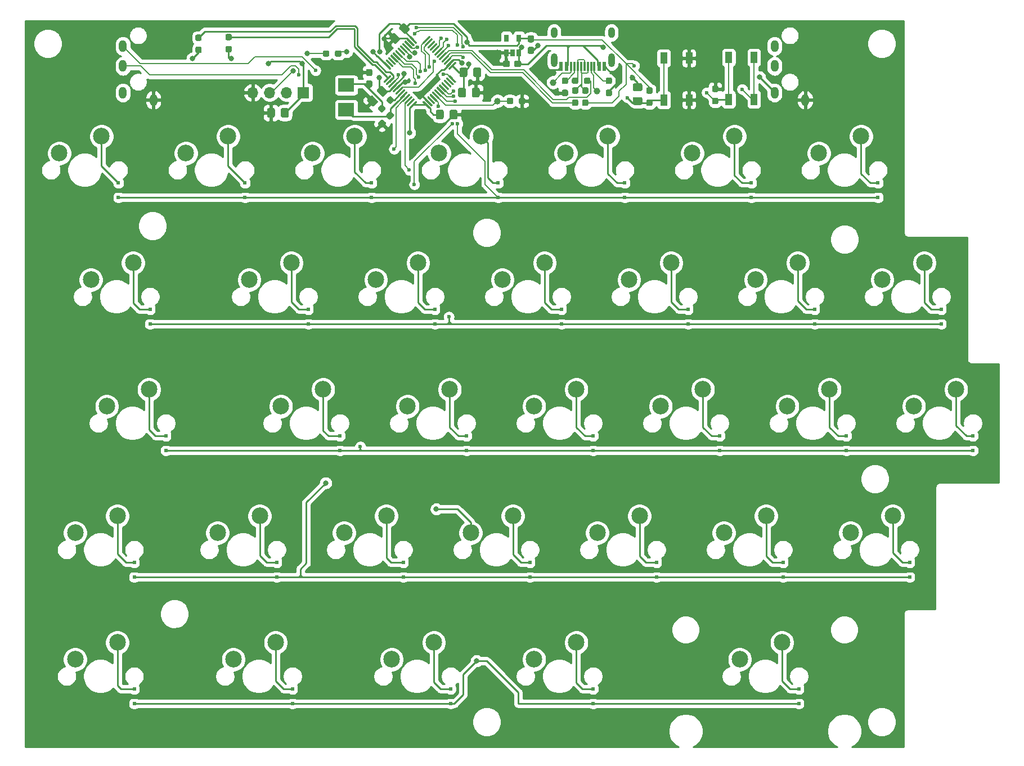
<source format=gbr>
%TF.GenerationSoftware,KiCad,Pcbnew,5.1.10*%
%TF.CreationDate,2021-08-04T23:16:11+02:00*%
%TF.ProjectId,keyboard,6b657962-6f61-4726-942e-6b696361645f,rev?*%
%TF.SameCoordinates,Original*%
%TF.FileFunction,Copper,L2,Bot*%
%TF.FilePolarity,Positive*%
%FSLAX46Y46*%
G04 Gerber Fmt 4.6, Leading zero omitted, Abs format (unit mm)*
G04 Created by KiCad (PCBNEW 5.1.10) date 2021-08-04 23:16:11*
%MOMM*%
%LPD*%
G01*
G04 APERTURE LIST*
%TA.AperFunction,SMDPad,CuDef*%
%ADD10R,1.000000X1.700000*%
%TD*%
%TA.AperFunction,ComponentPad*%
%ADD11O,1.200000X1.800000*%
%TD*%
%TA.AperFunction,SMDPad,CuDef*%
%ADD12R,0.650000X1.060000*%
%TD*%
%TA.AperFunction,SMDPad,CuDef*%
%ADD13C,1.000000*%
%TD*%
%TA.AperFunction,ComponentPad*%
%ADD14O,1.700000X1.700000*%
%TD*%
%TA.AperFunction,ComponentPad*%
%ADD15R,1.700000X1.700000*%
%TD*%
%TA.AperFunction,SMDPad,CuDef*%
%ADD16R,0.600000X1.450000*%
%TD*%
%TA.AperFunction,SMDPad,CuDef*%
%ADD17R,0.300000X1.450000*%
%TD*%
%TA.AperFunction,ComponentPad*%
%ADD18O,1.000000X2.100000*%
%TD*%
%TA.AperFunction,ComponentPad*%
%ADD19O,1.000000X1.600000*%
%TD*%
%TA.AperFunction,ComponentPad*%
%ADD20C,2.500000*%
%TD*%
%TA.AperFunction,SMDPad,CuDef*%
%ADD21R,0.500000X0.500000*%
%TD*%
%TA.AperFunction,SMDPad,CuDef*%
%ADD22R,2.400000X2.000000*%
%TD*%
%TA.AperFunction,ViaPad*%
%ADD23C,0.600000*%
%TD*%
%TA.AperFunction,ViaPad*%
%ADD24C,0.800000*%
%TD*%
%TA.AperFunction,Conductor*%
%ADD25C,0.200000*%
%TD*%
%TA.AperFunction,Conductor*%
%ADD26C,0.250000*%
%TD*%
%TA.AperFunction,Conductor*%
%ADD27C,0.254000*%
%TD*%
%TA.AperFunction,Conductor*%
%ADD28C,0.150000*%
%TD*%
G04 APERTURE END LIST*
D10*
%TO.P,PB2,2*%
%TO.N,/NRST*%
X166502000Y-50825000D03*
X166502000Y-57125000D03*
%TO.P,PB2,1*%
%TO.N,GND*%
X170302000Y-50825000D03*
X170302000Y-57125000D03*
%TD*%
%TO.P,PB1,1*%
%TO.N,/BOOT1*%
X176276000Y-50723000D03*
X176276000Y-57023000D03*
%TO.P,PB1,2*%
%TO.N,+3V3*%
X180076000Y-50723000D03*
X180076000Y-57023000D03*
%TD*%
D11*
%TO.P,J4,R2*%
%TO.N,/RIGHT_TX*%
X183177200Y-49017000D03*
%TO.P,J4,R1*%
%TO.N,/RIGHT_RX*%
X183177200Y-52017000D03*
%TO.P,J4,T*%
%TO.N,+5V*%
X183177200Y-56017000D03*
%TO.P,J4,S*%
%TO.N,GND*%
X187777200Y-57117000D03*
%TD*%
%TO.P,J3,S*%
%TO.N,GND*%
X89707800Y-57117000D03*
%TO.P,J3,T*%
%TO.N,+5V*%
X85107800Y-56017000D03*
%TO.P,J3,R1*%
%TO.N,/LEFT_TX*%
X85107800Y-52017000D03*
%TO.P,J3,R2*%
%TO.N,/LEFT_RX*%
X85107800Y-49017000D03*
%TD*%
%TO.P,U2,48*%
%TO.N,+3V3*%
%TA.AperFunction,SMDPad,CuDef*%
G36*
G01*
X131155180Y-58421400D02*
X130218264Y-57484484D01*
G75*
G02*
X130218264Y-57378418I53033J53033D01*
G01*
X130324330Y-57272352D01*
G75*
G02*
X130430396Y-57272352I53033J-53033D01*
G01*
X131367312Y-58209268D01*
G75*
G02*
X131367312Y-58315334I-53033J-53033D01*
G01*
X131261246Y-58421400D01*
G75*
G02*
X131155180Y-58421400I-53033J53033D01*
G01*
G37*
%TD.AperFunction*%
%TO.P,U2,47*%
%TO.N,GND*%
%TA.AperFunction,SMDPad,CuDef*%
G36*
G01*
X131508734Y-58067846D02*
X130571818Y-57130930D01*
G75*
G02*
X130571818Y-57024864I53033J53033D01*
G01*
X130677884Y-56918798D01*
G75*
G02*
X130783950Y-56918798I53033J-53033D01*
G01*
X131720866Y-57855714D01*
G75*
G02*
X131720866Y-57961780I-53033J-53033D01*
G01*
X131614800Y-58067846D01*
G75*
G02*
X131508734Y-58067846I-53033J53033D01*
G01*
G37*
%TD.AperFunction*%
%TO.P,U2,46*%
%TO.N,Net-(U2-Pad46)*%
%TA.AperFunction,SMDPad,CuDef*%
G36*
G01*
X131862287Y-57714293D02*
X130925371Y-56777377D01*
G75*
G02*
X130925371Y-56671311I53033J53033D01*
G01*
X131031437Y-56565245D01*
G75*
G02*
X131137503Y-56565245I53033J-53033D01*
G01*
X132074419Y-57502161D01*
G75*
G02*
X132074419Y-57608227I-53033J-53033D01*
G01*
X131968353Y-57714293D01*
G75*
G02*
X131862287Y-57714293I-53033J53033D01*
G01*
G37*
%TD.AperFunction*%
%TO.P,U2,45*%
%TO.N,ROW1*%
%TA.AperFunction,SMDPad,CuDef*%
G36*
G01*
X132215841Y-57360739D02*
X131278925Y-56423823D01*
G75*
G02*
X131278925Y-56317757I53033J53033D01*
G01*
X131384991Y-56211691D01*
G75*
G02*
X131491057Y-56211691I53033J-53033D01*
G01*
X132427973Y-57148607D01*
G75*
G02*
X132427973Y-57254673I-53033J-53033D01*
G01*
X132321907Y-57360739D01*
G75*
G02*
X132215841Y-57360739I-53033J53033D01*
G01*
G37*
%TD.AperFunction*%
%TO.P,U2,44*%
%TO.N,/BOOT0*%
%TA.AperFunction,SMDPad,CuDef*%
G36*
G01*
X132569394Y-57007186D02*
X131632478Y-56070270D01*
G75*
G02*
X131632478Y-55964204I53033J53033D01*
G01*
X131738544Y-55858138D01*
G75*
G02*
X131844610Y-55858138I53033J-53033D01*
G01*
X132781526Y-56795054D01*
G75*
G02*
X132781526Y-56901120I-53033J-53033D01*
G01*
X132675460Y-57007186D01*
G75*
G02*
X132569394Y-57007186I-53033J53033D01*
G01*
G37*
%TD.AperFunction*%
%TO.P,U2,43*%
%TO.N,/RIGHT_RX*%
%TA.AperFunction,SMDPad,CuDef*%
G36*
G01*
X132922947Y-56653633D02*
X131986031Y-55716717D01*
G75*
G02*
X131986031Y-55610651I53033J53033D01*
G01*
X132092097Y-55504585D01*
G75*
G02*
X132198163Y-55504585I53033J-53033D01*
G01*
X133135079Y-56441501D01*
G75*
G02*
X133135079Y-56547567I-53033J-53033D01*
G01*
X133029013Y-56653633D01*
G75*
G02*
X132922947Y-56653633I-53033J53033D01*
G01*
G37*
%TD.AperFunction*%
%TO.P,U2,42*%
%TO.N,/RIGHT_TX*%
%TA.AperFunction,SMDPad,CuDef*%
G36*
G01*
X133276501Y-56300079D02*
X132339585Y-55363163D01*
G75*
G02*
X132339585Y-55257097I53033J53033D01*
G01*
X132445651Y-55151031D01*
G75*
G02*
X132551717Y-55151031I53033J-53033D01*
G01*
X133488633Y-56087947D01*
G75*
G02*
X133488633Y-56194013I-53033J-53033D01*
G01*
X133382567Y-56300079D01*
G75*
G02*
X133276501Y-56300079I-53033J53033D01*
G01*
G37*
%TD.AperFunction*%
%TO.P,U2,41*%
%TO.N,ROW0*%
%TA.AperFunction,SMDPad,CuDef*%
G36*
G01*
X133630054Y-55946526D02*
X132693138Y-55009610D01*
G75*
G02*
X132693138Y-54903544I53033J53033D01*
G01*
X132799204Y-54797478D01*
G75*
G02*
X132905270Y-54797478I53033J-53033D01*
G01*
X133842186Y-55734394D01*
G75*
G02*
X133842186Y-55840460I-53033J-53033D01*
G01*
X133736120Y-55946526D01*
G75*
G02*
X133630054Y-55946526I-53033J53033D01*
G01*
G37*
%TD.AperFunction*%
%TO.P,U2,40*%
%TO.N,Net-(U2-Pad40)*%
%TA.AperFunction,SMDPad,CuDef*%
G36*
G01*
X133983607Y-55592973D02*
X133046691Y-54656057D01*
G75*
G02*
X133046691Y-54549991I53033J53033D01*
G01*
X133152757Y-54443925D01*
G75*
G02*
X133258823Y-54443925I53033J-53033D01*
G01*
X134195739Y-55380841D01*
G75*
G02*
X134195739Y-55486907I-53033J-53033D01*
G01*
X134089673Y-55592973D01*
G75*
G02*
X133983607Y-55592973I-53033J53033D01*
G01*
G37*
%TD.AperFunction*%
%TO.P,U2,39*%
%TO.N,Net-(U2-Pad39)*%
%TA.AperFunction,SMDPad,CuDef*%
G36*
G01*
X134337161Y-55239419D02*
X133400245Y-54302503D01*
G75*
G02*
X133400245Y-54196437I53033J53033D01*
G01*
X133506311Y-54090371D01*
G75*
G02*
X133612377Y-54090371I53033J-53033D01*
G01*
X134549293Y-55027287D01*
G75*
G02*
X134549293Y-55133353I-53033J-53033D01*
G01*
X134443227Y-55239419D01*
G75*
G02*
X134337161Y-55239419I-53033J53033D01*
G01*
G37*
%TD.AperFunction*%
%TO.P,U2,38*%
%TO.N,Net-(U2-Pad38)*%
%TA.AperFunction,SMDPad,CuDef*%
G36*
G01*
X134690714Y-54885866D02*
X133753798Y-53948950D01*
G75*
G02*
X133753798Y-53842884I53033J53033D01*
G01*
X133859864Y-53736818D01*
G75*
G02*
X133965930Y-53736818I53033J-53033D01*
G01*
X134902846Y-54673734D01*
G75*
G02*
X134902846Y-54779800I-53033J-53033D01*
G01*
X134796780Y-54885866D01*
G75*
G02*
X134690714Y-54885866I-53033J53033D01*
G01*
G37*
%TD.AperFunction*%
%TO.P,U2,37*%
%TO.N,/SWDCLK*%
%TA.AperFunction,SMDPad,CuDef*%
G36*
G01*
X135044268Y-54532312D02*
X134107352Y-53595396D01*
G75*
G02*
X134107352Y-53489330I53033J53033D01*
G01*
X134213418Y-53383264D01*
G75*
G02*
X134319484Y-53383264I53033J-53033D01*
G01*
X135256400Y-54320180D01*
G75*
G02*
X135256400Y-54426246I-53033J-53033D01*
G01*
X135150334Y-54532312D01*
G75*
G02*
X135044268Y-54532312I-53033J53033D01*
G01*
G37*
%TD.AperFunction*%
%TO.P,U2,36*%
%TO.N,+3V3*%
%TA.AperFunction,SMDPad,CuDef*%
G36*
G01*
X134213418Y-52534736D02*
X134107352Y-52428670D01*
G75*
G02*
X134107352Y-52322604I53033J53033D01*
G01*
X135044268Y-51385688D01*
G75*
G02*
X135150334Y-51385688I53033J-53033D01*
G01*
X135256400Y-51491754D01*
G75*
G02*
X135256400Y-51597820I-53033J-53033D01*
G01*
X134319484Y-52534736D01*
G75*
G02*
X134213418Y-52534736I-53033J53033D01*
G01*
G37*
%TD.AperFunction*%
%TO.P,U2,35*%
%TO.N,GND*%
%TA.AperFunction,SMDPad,CuDef*%
G36*
G01*
X133859864Y-52181182D02*
X133753798Y-52075116D01*
G75*
G02*
X133753798Y-51969050I53033J53033D01*
G01*
X134690714Y-51032134D01*
G75*
G02*
X134796780Y-51032134I53033J-53033D01*
G01*
X134902846Y-51138200D01*
G75*
G02*
X134902846Y-51244266I-53033J-53033D01*
G01*
X133965930Y-52181182D01*
G75*
G02*
X133859864Y-52181182I-53033J53033D01*
G01*
G37*
%TD.AperFunction*%
%TO.P,U2,34*%
%TO.N,/SWDIO*%
%TA.AperFunction,SMDPad,CuDef*%
G36*
G01*
X133506311Y-51827629D02*
X133400245Y-51721563D01*
G75*
G02*
X133400245Y-51615497I53033J53033D01*
G01*
X134337161Y-50678581D01*
G75*
G02*
X134443227Y-50678581I53033J-53033D01*
G01*
X134549293Y-50784647D01*
G75*
G02*
X134549293Y-50890713I-53033J-53033D01*
G01*
X133612377Y-51827629D01*
G75*
G02*
X133506311Y-51827629I-53033J53033D01*
G01*
G37*
%TD.AperFunction*%
%TO.P,U2,33*%
%TO.N,/UDP*%
%TA.AperFunction,SMDPad,CuDef*%
G36*
G01*
X133152757Y-51474075D02*
X133046691Y-51368009D01*
G75*
G02*
X133046691Y-51261943I53033J53033D01*
G01*
X133983607Y-50325027D01*
G75*
G02*
X134089673Y-50325027I53033J-53033D01*
G01*
X134195739Y-50431093D01*
G75*
G02*
X134195739Y-50537159I-53033J-53033D01*
G01*
X133258823Y-51474075D01*
G75*
G02*
X133152757Y-51474075I-53033J53033D01*
G01*
G37*
%TD.AperFunction*%
%TO.P,U2,32*%
%TO.N,/UDM*%
%TA.AperFunction,SMDPad,CuDef*%
G36*
G01*
X132799204Y-51120522D02*
X132693138Y-51014456D01*
G75*
G02*
X132693138Y-50908390I53033J53033D01*
G01*
X133630054Y-49971474D01*
G75*
G02*
X133736120Y-49971474I53033J-53033D01*
G01*
X133842186Y-50077540D01*
G75*
G02*
X133842186Y-50183606I-53033J-53033D01*
G01*
X132905270Y-51120522D01*
G75*
G02*
X132799204Y-51120522I-53033J53033D01*
G01*
G37*
%TD.AperFunction*%
%TO.P,U2,31*%
%TO.N,COL2*%
%TA.AperFunction,SMDPad,CuDef*%
G36*
G01*
X132445651Y-50766969D02*
X132339585Y-50660903D01*
G75*
G02*
X132339585Y-50554837I53033J53033D01*
G01*
X133276501Y-49617921D01*
G75*
G02*
X133382567Y-49617921I53033J-53033D01*
G01*
X133488633Y-49723987D01*
G75*
G02*
X133488633Y-49830053I-53033J-53033D01*
G01*
X132551717Y-50766969D01*
G75*
G02*
X132445651Y-50766969I-53033J53033D01*
G01*
G37*
%TD.AperFunction*%
%TO.P,U2,30*%
%TO.N,COL1*%
%TA.AperFunction,SMDPad,CuDef*%
G36*
G01*
X132092097Y-50413415D02*
X131986031Y-50307349D01*
G75*
G02*
X131986031Y-50201283I53033J53033D01*
G01*
X132922947Y-49264367D01*
G75*
G02*
X133029013Y-49264367I53033J-53033D01*
G01*
X133135079Y-49370433D01*
G75*
G02*
X133135079Y-49476499I-53033J-53033D01*
G01*
X132198163Y-50413415D01*
G75*
G02*
X132092097Y-50413415I-53033J53033D01*
G01*
G37*
%TD.AperFunction*%
%TO.P,U2,29*%
%TO.N,COL0*%
%TA.AperFunction,SMDPad,CuDef*%
G36*
G01*
X131738544Y-50059862D02*
X131632478Y-49953796D01*
G75*
G02*
X131632478Y-49847730I53033J53033D01*
G01*
X132569394Y-48910814D01*
G75*
G02*
X132675460Y-48910814I53033J-53033D01*
G01*
X132781526Y-49016880D01*
G75*
G02*
X132781526Y-49122946I-53033J-53033D01*
G01*
X131844610Y-50059862D01*
G75*
G02*
X131738544Y-50059862I-53033J53033D01*
G01*
G37*
%TD.AperFunction*%
%TO.P,U2,28*%
%TO.N,Net-(U2-Pad28)*%
%TA.AperFunction,SMDPad,CuDef*%
G36*
G01*
X131384991Y-49706309D02*
X131278925Y-49600243D01*
G75*
G02*
X131278925Y-49494177I53033J53033D01*
G01*
X132215841Y-48557261D01*
G75*
G02*
X132321907Y-48557261I53033J-53033D01*
G01*
X132427973Y-48663327D01*
G75*
G02*
X132427973Y-48769393I-53033J-53033D01*
G01*
X131491057Y-49706309D01*
G75*
G02*
X131384991Y-49706309I-53033J53033D01*
G01*
G37*
%TD.AperFunction*%
%TO.P,U2,27*%
%TO.N,COL8*%
%TA.AperFunction,SMDPad,CuDef*%
G36*
G01*
X131031437Y-49352755D02*
X130925371Y-49246689D01*
G75*
G02*
X130925371Y-49140623I53033J53033D01*
G01*
X131862287Y-48203707D01*
G75*
G02*
X131968353Y-48203707I53033J-53033D01*
G01*
X132074419Y-48309773D01*
G75*
G02*
X132074419Y-48415839I-53033J-53033D01*
G01*
X131137503Y-49352755D01*
G75*
G02*
X131031437Y-49352755I-53033J53033D01*
G01*
G37*
%TD.AperFunction*%
%TO.P,U2,26*%
%TO.N,COL7*%
%TA.AperFunction,SMDPad,CuDef*%
G36*
G01*
X130677884Y-48999202D02*
X130571818Y-48893136D01*
G75*
G02*
X130571818Y-48787070I53033J53033D01*
G01*
X131508734Y-47850154D01*
G75*
G02*
X131614800Y-47850154I53033J-53033D01*
G01*
X131720866Y-47956220D01*
G75*
G02*
X131720866Y-48062286I-53033J-53033D01*
G01*
X130783950Y-48999202D01*
G75*
G02*
X130677884Y-48999202I-53033J53033D01*
G01*
G37*
%TD.AperFunction*%
%TO.P,U2,25*%
%TO.N,COL6*%
%TA.AperFunction,SMDPad,CuDef*%
G36*
G01*
X130324330Y-48645648D02*
X130218264Y-48539582D01*
G75*
G02*
X130218264Y-48433516I53033J53033D01*
G01*
X131155180Y-47496600D01*
G75*
G02*
X131261246Y-47496600I53033J-53033D01*
G01*
X131367312Y-47602666D01*
G75*
G02*
X131367312Y-47708732I-53033J-53033D01*
G01*
X130430396Y-48645648D01*
G75*
G02*
X130324330Y-48645648I-53033J53033D01*
G01*
G37*
%TD.AperFunction*%
%TO.P,U2,24*%
%TO.N,+3V3*%
%TA.AperFunction,SMDPad,CuDef*%
G36*
G01*
X129157604Y-48645648D02*
X128220688Y-47708732D01*
G75*
G02*
X128220688Y-47602666I53033J53033D01*
G01*
X128326754Y-47496600D01*
G75*
G02*
X128432820Y-47496600I53033J-53033D01*
G01*
X129369736Y-48433516D01*
G75*
G02*
X129369736Y-48539582I-53033J-53033D01*
G01*
X129263670Y-48645648D01*
G75*
G02*
X129157604Y-48645648I-53033J53033D01*
G01*
G37*
%TD.AperFunction*%
%TO.P,U2,23*%
%TO.N,GND*%
%TA.AperFunction,SMDPad,CuDef*%
G36*
G01*
X128804050Y-48999202D02*
X127867134Y-48062286D01*
G75*
G02*
X127867134Y-47956220I53033J53033D01*
G01*
X127973200Y-47850154D01*
G75*
G02*
X128079266Y-47850154I53033J-53033D01*
G01*
X129016182Y-48787070D01*
G75*
G02*
X129016182Y-48893136I-53033J-53033D01*
G01*
X128910116Y-48999202D01*
G75*
G02*
X128804050Y-48999202I-53033J53033D01*
G01*
G37*
%TD.AperFunction*%
%TO.P,U2,22*%
%TO.N,/LEFT_RX*%
%TA.AperFunction,SMDPad,CuDef*%
G36*
G01*
X128450497Y-49352755D02*
X127513581Y-48415839D01*
G75*
G02*
X127513581Y-48309773I53033J53033D01*
G01*
X127619647Y-48203707D01*
G75*
G02*
X127725713Y-48203707I53033J-53033D01*
G01*
X128662629Y-49140623D01*
G75*
G02*
X128662629Y-49246689I-53033J-53033D01*
G01*
X128556563Y-49352755D01*
G75*
G02*
X128450497Y-49352755I-53033J53033D01*
G01*
G37*
%TD.AperFunction*%
%TO.P,U2,21*%
%TO.N,/LEFT_TX*%
%TA.AperFunction,SMDPad,CuDef*%
G36*
G01*
X128096943Y-49706309D02*
X127160027Y-48769393D01*
G75*
G02*
X127160027Y-48663327I53033J53033D01*
G01*
X127266093Y-48557261D01*
G75*
G02*
X127372159Y-48557261I53033J-53033D01*
G01*
X128309075Y-49494177D01*
G75*
G02*
X128309075Y-49600243I-53033J-53033D01*
G01*
X128203009Y-49706309D01*
G75*
G02*
X128096943Y-49706309I-53033J53033D01*
G01*
G37*
%TD.AperFunction*%
%TO.P,U2,20*%
%TO.N,/BOOT1*%
%TA.AperFunction,SMDPad,CuDef*%
G36*
G01*
X127743390Y-50059862D02*
X126806474Y-49122946D01*
G75*
G02*
X126806474Y-49016880I53033J53033D01*
G01*
X126912540Y-48910814D01*
G75*
G02*
X127018606Y-48910814I53033J-53033D01*
G01*
X127955522Y-49847730D01*
G75*
G02*
X127955522Y-49953796I-53033J-53033D01*
G01*
X127849456Y-50059862D01*
G75*
G02*
X127743390Y-50059862I-53033J53033D01*
G01*
G37*
%TD.AperFunction*%
%TO.P,U2,19*%
%TO.N,Net-(U2-Pad19)*%
%TA.AperFunction,SMDPad,CuDef*%
G36*
G01*
X127389837Y-50413415D02*
X126452921Y-49476499D01*
G75*
G02*
X126452921Y-49370433I53033J53033D01*
G01*
X126558987Y-49264367D01*
G75*
G02*
X126665053Y-49264367I53033J-53033D01*
G01*
X127601969Y-50201283D01*
G75*
G02*
X127601969Y-50307349I-53033J-53033D01*
G01*
X127495903Y-50413415D01*
G75*
G02*
X127389837Y-50413415I-53033J53033D01*
G01*
G37*
%TD.AperFunction*%
%TO.P,U2,18*%
%TO.N,COL5*%
%TA.AperFunction,SMDPad,CuDef*%
G36*
G01*
X127036283Y-50766969D02*
X126099367Y-49830053D01*
G75*
G02*
X126099367Y-49723987I53033J53033D01*
G01*
X126205433Y-49617921D01*
G75*
G02*
X126311499Y-49617921I53033J-53033D01*
G01*
X127248415Y-50554837D01*
G75*
G02*
X127248415Y-50660903I-53033J-53033D01*
G01*
X127142349Y-50766969D01*
G75*
G02*
X127036283Y-50766969I-53033J53033D01*
G01*
G37*
%TD.AperFunction*%
%TO.P,U2,17*%
%TO.N,COL4*%
%TA.AperFunction,SMDPad,CuDef*%
G36*
G01*
X126682730Y-51120522D02*
X125745814Y-50183606D01*
G75*
G02*
X125745814Y-50077540I53033J53033D01*
G01*
X125851880Y-49971474D01*
G75*
G02*
X125957946Y-49971474I53033J-53033D01*
G01*
X126894862Y-50908390D01*
G75*
G02*
X126894862Y-51014456I-53033J-53033D01*
G01*
X126788796Y-51120522D01*
G75*
G02*
X126682730Y-51120522I-53033J53033D01*
G01*
G37*
%TD.AperFunction*%
%TO.P,U2,16*%
%TO.N,COL3*%
%TA.AperFunction,SMDPad,CuDef*%
G36*
G01*
X126329177Y-51474075D02*
X125392261Y-50537159D01*
G75*
G02*
X125392261Y-50431093I53033J53033D01*
G01*
X125498327Y-50325027D01*
G75*
G02*
X125604393Y-50325027I53033J-53033D01*
G01*
X126541309Y-51261943D01*
G75*
G02*
X126541309Y-51368009I-53033J-53033D01*
G01*
X126435243Y-51474075D01*
G75*
G02*
X126329177Y-51474075I-53033J53033D01*
G01*
G37*
%TD.AperFunction*%
%TO.P,U2,15*%
%TO.N,Net-(U2-Pad15)*%
%TA.AperFunction,SMDPad,CuDef*%
G36*
G01*
X125975623Y-51827629D02*
X125038707Y-50890713D01*
G75*
G02*
X125038707Y-50784647I53033J53033D01*
G01*
X125144773Y-50678581D01*
G75*
G02*
X125250839Y-50678581I53033J-53033D01*
G01*
X126187755Y-51615497D01*
G75*
G02*
X126187755Y-51721563I-53033J-53033D01*
G01*
X126081689Y-51827629D01*
G75*
G02*
X125975623Y-51827629I-53033J53033D01*
G01*
G37*
%TD.AperFunction*%
%TO.P,U2,14*%
%TO.N,Net-(U2-Pad14)*%
%TA.AperFunction,SMDPad,CuDef*%
G36*
G01*
X125622070Y-52181182D02*
X124685154Y-51244266D01*
G75*
G02*
X124685154Y-51138200I53033J53033D01*
G01*
X124791220Y-51032134D01*
G75*
G02*
X124897286Y-51032134I53033J-53033D01*
G01*
X125834202Y-51969050D01*
G75*
G02*
X125834202Y-52075116I-53033J-53033D01*
G01*
X125728136Y-52181182D01*
G75*
G02*
X125622070Y-52181182I-53033J53033D01*
G01*
G37*
%TD.AperFunction*%
%TO.P,U2,13*%
%TO.N,/LED2*%
%TA.AperFunction,SMDPad,CuDef*%
G36*
G01*
X125268516Y-52534736D02*
X124331600Y-51597820D01*
G75*
G02*
X124331600Y-51491754I53033J53033D01*
G01*
X124437666Y-51385688D01*
G75*
G02*
X124543732Y-51385688I53033J-53033D01*
G01*
X125480648Y-52322604D01*
G75*
G02*
X125480648Y-52428670I-53033J-53033D01*
G01*
X125374582Y-52534736D01*
G75*
G02*
X125268516Y-52534736I-53033J53033D01*
G01*
G37*
%TD.AperFunction*%
%TO.P,U2,12*%
%TO.N,/LED1*%
%TA.AperFunction,SMDPad,CuDef*%
G36*
G01*
X124437666Y-54532312D02*
X124331600Y-54426246D01*
G75*
G02*
X124331600Y-54320180I53033J53033D01*
G01*
X125268516Y-53383264D01*
G75*
G02*
X125374582Y-53383264I53033J-53033D01*
G01*
X125480648Y-53489330D01*
G75*
G02*
X125480648Y-53595396I-53033J-53033D01*
G01*
X124543732Y-54532312D01*
G75*
G02*
X124437666Y-54532312I-53033J53033D01*
G01*
G37*
%TD.AperFunction*%
%TO.P,U2,11*%
%TO.N,/LED_STATUS*%
%TA.AperFunction,SMDPad,CuDef*%
G36*
G01*
X124791220Y-54885866D02*
X124685154Y-54779800D01*
G75*
G02*
X124685154Y-54673734I53033J53033D01*
G01*
X125622070Y-53736818D01*
G75*
G02*
X125728136Y-53736818I53033J-53033D01*
G01*
X125834202Y-53842884D01*
G75*
G02*
X125834202Y-53948950I-53033J-53033D01*
G01*
X124897286Y-54885866D01*
G75*
G02*
X124791220Y-54885866I-53033J53033D01*
G01*
G37*
%TD.AperFunction*%
%TO.P,U2,10*%
%TO.N,ROW2*%
%TA.AperFunction,SMDPad,CuDef*%
G36*
G01*
X125144773Y-55239419D02*
X125038707Y-55133353D01*
G75*
G02*
X125038707Y-55027287I53033J53033D01*
G01*
X125975623Y-54090371D01*
G75*
G02*
X126081689Y-54090371I53033J-53033D01*
G01*
X126187755Y-54196437D01*
G75*
G02*
X126187755Y-54302503I-53033J-53033D01*
G01*
X125250839Y-55239419D01*
G75*
G02*
X125144773Y-55239419I-53033J53033D01*
G01*
G37*
%TD.AperFunction*%
%TO.P,U2,9*%
%TO.N,+3V3*%
%TA.AperFunction,SMDPad,CuDef*%
G36*
G01*
X125498327Y-55592973D02*
X125392261Y-55486907D01*
G75*
G02*
X125392261Y-55380841I53033J53033D01*
G01*
X126329177Y-54443925D01*
G75*
G02*
X126435243Y-54443925I53033J-53033D01*
G01*
X126541309Y-54549991D01*
G75*
G02*
X126541309Y-54656057I-53033J-53033D01*
G01*
X125604393Y-55592973D01*
G75*
G02*
X125498327Y-55592973I-53033J53033D01*
G01*
G37*
%TD.AperFunction*%
%TO.P,U2,8*%
%TO.N,GND*%
%TA.AperFunction,SMDPad,CuDef*%
G36*
G01*
X125851880Y-55946526D02*
X125745814Y-55840460D01*
G75*
G02*
X125745814Y-55734394I53033J53033D01*
G01*
X126682730Y-54797478D01*
G75*
G02*
X126788796Y-54797478I53033J-53033D01*
G01*
X126894862Y-54903544D01*
G75*
G02*
X126894862Y-55009610I-53033J-53033D01*
G01*
X125957946Y-55946526D01*
G75*
G02*
X125851880Y-55946526I-53033J53033D01*
G01*
G37*
%TD.AperFunction*%
%TO.P,U2,7*%
%TO.N,/NRST*%
%TA.AperFunction,SMDPad,CuDef*%
G36*
G01*
X126205433Y-56300079D02*
X126099367Y-56194013D01*
G75*
G02*
X126099367Y-56087947I53033J53033D01*
G01*
X127036283Y-55151031D01*
G75*
G02*
X127142349Y-55151031I53033J-53033D01*
G01*
X127248415Y-55257097D01*
G75*
G02*
X127248415Y-55363163I-53033J-53033D01*
G01*
X126311499Y-56300079D01*
G75*
G02*
X126205433Y-56300079I-53033J53033D01*
G01*
G37*
%TD.AperFunction*%
%TO.P,U2,6*%
%TO.N,/OSCOUT*%
%TA.AperFunction,SMDPad,CuDef*%
G36*
G01*
X126558987Y-56653633D02*
X126452921Y-56547567D01*
G75*
G02*
X126452921Y-56441501I53033J53033D01*
G01*
X127389837Y-55504585D01*
G75*
G02*
X127495903Y-55504585I53033J-53033D01*
G01*
X127601969Y-55610651D01*
G75*
G02*
X127601969Y-55716717I-53033J-53033D01*
G01*
X126665053Y-56653633D01*
G75*
G02*
X126558987Y-56653633I-53033J53033D01*
G01*
G37*
%TD.AperFunction*%
%TO.P,U2,5*%
%TO.N,/OSCIN*%
%TA.AperFunction,SMDPad,CuDef*%
G36*
G01*
X126912540Y-57007186D02*
X126806474Y-56901120D01*
G75*
G02*
X126806474Y-56795054I53033J53033D01*
G01*
X127743390Y-55858138D01*
G75*
G02*
X127849456Y-55858138I53033J-53033D01*
G01*
X127955522Y-55964204D01*
G75*
G02*
X127955522Y-56070270I-53033J-53033D01*
G01*
X127018606Y-57007186D01*
G75*
G02*
X126912540Y-57007186I-53033J53033D01*
G01*
G37*
%TD.AperFunction*%
%TO.P,U2,4*%
%TO.N,ROW3*%
%TA.AperFunction,SMDPad,CuDef*%
G36*
G01*
X127266093Y-57360739D02*
X127160027Y-57254673D01*
G75*
G02*
X127160027Y-57148607I53033J53033D01*
G01*
X128096943Y-56211691D01*
G75*
G02*
X128203009Y-56211691I53033J-53033D01*
G01*
X128309075Y-56317757D01*
G75*
G02*
X128309075Y-56423823I-53033J-53033D01*
G01*
X127372159Y-57360739D01*
G75*
G02*
X127266093Y-57360739I-53033J53033D01*
G01*
G37*
%TD.AperFunction*%
%TO.P,U2,3*%
%TO.N,ROW4*%
%TA.AperFunction,SMDPad,CuDef*%
G36*
G01*
X127619647Y-57714293D02*
X127513581Y-57608227D01*
G75*
G02*
X127513581Y-57502161I53033J53033D01*
G01*
X128450497Y-56565245D01*
G75*
G02*
X128556563Y-56565245I53033J-53033D01*
G01*
X128662629Y-56671311D01*
G75*
G02*
X128662629Y-56777377I-53033J-53033D01*
G01*
X127725713Y-57714293D01*
G75*
G02*
X127619647Y-57714293I-53033J53033D01*
G01*
G37*
%TD.AperFunction*%
%TO.P,U2,2*%
%TO.N,Net-(U2-Pad2)*%
%TA.AperFunction,SMDPad,CuDef*%
G36*
G01*
X127973200Y-58067846D02*
X127867134Y-57961780D01*
G75*
G02*
X127867134Y-57855714I53033J53033D01*
G01*
X128804050Y-56918798D01*
G75*
G02*
X128910116Y-56918798I53033J-53033D01*
G01*
X129016182Y-57024864D01*
G75*
G02*
X129016182Y-57130930I-53033J-53033D01*
G01*
X128079266Y-58067846D01*
G75*
G02*
X127973200Y-58067846I-53033J53033D01*
G01*
G37*
%TD.AperFunction*%
%TO.P,U2,1*%
%TO.N,+3V3*%
%TA.AperFunction,SMDPad,CuDef*%
G36*
G01*
X128326754Y-58421400D02*
X128220688Y-58315334D01*
G75*
G02*
X128220688Y-58209268I53033J53033D01*
G01*
X129157604Y-57272352D01*
G75*
G02*
X129263670Y-57272352I53033J-53033D01*
G01*
X129369736Y-57378418D01*
G75*
G02*
X129369736Y-57484484I-53033J-53033D01*
G01*
X128432820Y-58421400D01*
G75*
G02*
X128326754Y-58421400I-53033J53033D01*
G01*
G37*
%TD.AperFunction*%
%TD*%
D12*
%TO.P,U1,5*%
%TO.N,+3V3*%
X144714000Y-47795000D03*
%TO.P,U1,4*%
%TO.N,Net-(U1-Pad4)*%
X142814000Y-47795000D03*
%TO.P,U1,3*%
%TO.N,GND*%
X142814000Y-49995000D03*
%TO.P,U1,2*%
X143764000Y-49995000D03*
%TO.P,U1,1*%
%TO.N,+5V*%
X144714000Y-49995000D03*
%TD*%
D13*
%TO.P,TP3,1*%
%TO.N,Net-(J1-PadB8)*%
X149860000Y-54483000D03*
%TD*%
%TO.P,TP2,1*%
%TO.N,Net-(J1-PadA8)*%
X156464000Y-55753000D03*
%TD*%
%TO.P,TP1,1*%
%TO.N,/BOOT0*%
X141478000Y-57277000D03*
%TD*%
%TO.P,R12,2*%
%TO.N,Net-(C11-Pad2)*%
%TA.AperFunction,SMDPad,CuDef*%
G36*
G01*
X124245542Y-57917582D02*
X124581418Y-58253458D01*
G75*
G02*
X124581418Y-58589334I-167938J-167938D01*
G01*
X124227864Y-58942888D01*
G75*
G02*
X123891988Y-58942888I-167938J167938D01*
G01*
X123556112Y-58607012D01*
G75*
G02*
X123556112Y-58271136I167938J167938D01*
G01*
X123909666Y-57917582D01*
G75*
G02*
X124245542Y-57917582I167938J-167938D01*
G01*
G37*
%TD.AperFunction*%
%TO.P,R12,1*%
%TO.N,/OSCOUT*%
%TA.AperFunction,SMDPad,CuDef*%
G36*
G01*
X125536012Y-56627112D02*
X125871888Y-56962988D01*
G75*
G02*
X125871888Y-57298864I-167938J-167938D01*
G01*
X125518334Y-57652418D01*
G75*
G02*
X125182458Y-57652418I-167938J167938D01*
G01*
X124846582Y-57316542D01*
G75*
G02*
X124846582Y-56980666I167938J167938D01*
G01*
X125200136Y-56627112D01*
G75*
G02*
X125536012Y-56627112I167938J-167938D01*
G01*
G37*
%TD.AperFunction*%
%TD*%
%TO.P,R11,1*%
%TO.N,Net-(LD3-Pad1)*%
%TA.AperFunction,SMDPad,CuDef*%
G36*
G01*
X115194300Y-50372500D02*
X115194300Y-49897500D01*
G75*
G02*
X115431800Y-49660000I237500J0D01*
G01*
X115931800Y-49660000D01*
G75*
G02*
X116169300Y-49897500I0J-237500D01*
G01*
X116169300Y-50372500D01*
G75*
G02*
X115931800Y-50610000I-237500J0D01*
G01*
X115431800Y-50610000D01*
G75*
G02*
X115194300Y-50372500I0J237500D01*
G01*
G37*
%TD.AperFunction*%
%TO.P,R11,2*%
%TO.N,/LED2*%
%TA.AperFunction,SMDPad,CuDef*%
G36*
G01*
X117019300Y-50372500D02*
X117019300Y-49897500D01*
G75*
G02*
X117256800Y-49660000I237500J0D01*
G01*
X117756800Y-49660000D01*
G75*
G02*
X117994300Y-49897500I0J-237500D01*
G01*
X117994300Y-50372500D01*
G75*
G02*
X117756800Y-50610000I-237500J0D01*
G01*
X117256800Y-50610000D01*
G75*
G02*
X117019300Y-50372500I0J237500D01*
G01*
G37*
%TD.AperFunction*%
%TD*%
%TO.P,R10,2*%
%TO.N,/LED1*%
%TA.AperFunction,SMDPad,CuDef*%
G36*
G01*
X101259700Y-48133300D02*
X100784700Y-48133300D01*
G75*
G02*
X100547200Y-47895800I0J237500D01*
G01*
X100547200Y-47395800D01*
G75*
G02*
X100784700Y-47158300I237500J0D01*
G01*
X101259700Y-47158300D01*
G75*
G02*
X101497200Y-47395800I0J-237500D01*
G01*
X101497200Y-47895800D01*
G75*
G02*
X101259700Y-48133300I-237500J0D01*
G01*
G37*
%TD.AperFunction*%
%TO.P,R10,1*%
%TO.N,Net-(LD2-Pad1)*%
%TA.AperFunction,SMDPad,CuDef*%
G36*
G01*
X101259700Y-49958300D02*
X100784700Y-49958300D01*
G75*
G02*
X100547200Y-49720800I0J237500D01*
G01*
X100547200Y-49220800D01*
G75*
G02*
X100784700Y-48983300I237500J0D01*
G01*
X101259700Y-48983300D01*
G75*
G02*
X101497200Y-49220800I0J-237500D01*
G01*
X101497200Y-49720800D01*
G75*
G02*
X101259700Y-49958300I-237500J0D01*
G01*
G37*
%TD.AperFunction*%
%TD*%
%TO.P,R9,1*%
%TO.N,Net-(LD1-Pad1)*%
%TA.AperFunction,SMDPad,CuDef*%
G36*
G01*
X96732100Y-50059900D02*
X96257100Y-50059900D01*
G75*
G02*
X96019600Y-49822400I0J237500D01*
G01*
X96019600Y-49322400D01*
G75*
G02*
X96257100Y-49084900I237500J0D01*
G01*
X96732100Y-49084900D01*
G75*
G02*
X96969600Y-49322400I0J-237500D01*
G01*
X96969600Y-49822400D01*
G75*
G02*
X96732100Y-50059900I-237500J0D01*
G01*
G37*
%TD.AperFunction*%
%TO.P,R9,2*%
%TO.N,/LED_STATUS*%
%TA.AperFunction,SMDPad,CuDef*%
G36*
G01*
X96732100Y-48234900D02*
X96257100Y-48234900D01*
G75*
G02*
X96019600Y-47997400I0J237500D01*
G01*
X96019600Y-47497400D01*
G75*
G02*
X96257100Y-47259900I237500J0D01*
G01*
X96732100Y-47259900D01*
G75*
G02*
X96969600Y-47497400I0J-237500D01*
G01*
X96969600Y-47997400D01*
G75*
G02*
X96732100Y-48234900I-237500J0D01*
G01*
G37*
%TD.AperFunction*%
%TD*%
%TO.P,R8,2*%
%TO.N,/USBDM*%
%TA.AperFunction,SMDPad,CuDef*%
G36*
G01*
X153649500Y-53991500D02*
X153649500Y-54466500D01*
G75*
G02*
X153412000Y-54704000I-237500J0D01*
G01*
X152912000Y-54704000D01*
G75*
G02*
X152674500Y-54466500I0J237500D01*
G01*
X152674500Y-53991500D01*
G75*
G02*
X152912000Y-53754000I237500J0D01*
G01*
X153412000Y-53754000D01*
G75*
G02*
X153649500Y-53991500I0J-237500D01*
G01*
G37*
%TD.AperFunction*%
%TO.P,R8,1*%
%TO.N,/UDM*%
%TA.AperFunction,SMDPad,CuDef*%
G36*
G01*
X155474500Y-53991500D02*
X155474500Y-54466500D01*
G75*
G02*
X155237000Y-54704000I-237500J0D01*
G01*
X154737000Y-54704000D01*
G75*
G02*
X154499500Y-54466500I0J237500D01*
G01*
X154499500Y-53991500D01*
G75*
G02*
X154737000Y-53754000I237500J0D01*
G01*
X155237000Y-53754000D01*
G75*
G02*
X155474500Y-53991500I0J-237500D01*
G01*
G37*
%TD.AperFunction*%
%TD*%
%TO.P,R7,2*%
%TO.N,/USBDP*%
%TA.AperFunction,SMDPad,CuDef*%
G36*
G01*
X153399500Y-56193500D02*
X152924500Y-56193500D01*
G75*
G02*
X152687000Y-55956000I0J237500D01*
G01*
X152687000Y-55456000D01*
G75*
G02*
X152924500Y-55218500I237500J0D01*
G01*
X153399500Y-55218500D01*
G75*
G02*
X153637000Y-55456000I0J-237500D01*
G01*
X153637000Y-55956000D01*
G75*
G02*
X153399500Y-56193500I-237500J0D01*
G01*
G37*
%TD.AperFunction*%
%TO.P,R7,1*%
%TO.N,/UDP*%
%TA.AperFunction,SMDPad,CuDef*%
G36*
G01*
X153399500Y-58018500D02*
X152924500Y-58018500D01*
G75*
G02*
X152687000Y-57781000I0J237500D01*
G01*
X152687000Y-57281000D01*
G75*
G02*
X152924500Y-57043500I237500J0D01*
G01*
X153399500Y-57043500D01*
G75*
G02*
X153637000Y-57281000I0J-237500D01*
G01*
X153637000Y-57781000D01*
G75*
G02*
X153399500Y-58018500I-237500J0D01*
G01*
G37*
%TD.AperFunction*%
%TD*%
%TO.P,R6,1*%
%TO.N,+3V3*%
%TA.AperFunction,SMDPad,CuDef*%
G36*
G01*
X154923500Y-58018500D02*
X154448500Y-58018500D01*
G75*
G02*
X154211000Y-57781000I0J237500D01*
G01*
X154211000Y-57281000D01*
G75*
G02*
X154448500Y-57043500I237500J0D01*
G01*
X154923500Y-57043500D01*
G75*
G02*
X155161000Y-57281000I0J-237500D01*
G01*
X155161000Y-57781000D01*
G75*
G02*
X154923500Y-58018500I-237500J0D01*
G01*
G37*
%TD.AperFunction*%
%TO.P,R6,2*%
%TO.N,/USBDP*%
%TA.AperFunction,SMDPad,CuDef*%
G36*
G01*
X154923500Y-56193500D02*
X154448500Y-56193500D01*
G75*
G02*
X154211000Y-55956000I0J237500D01*
G01*
X154211000Y-55456000D01*
G75*
G02*
X154448500Y-55218500I237500J0D01*
G01*
X154923500Y-55218500D01*
G75*
G02*
X155161000Y-55456000I0J-237500D01*
G01*
X155161000Y-55956000D01*
G75*
G02*
X154923500Y-56193500I-237500J0D01*
G01*
G37*
%TD.AperFunction*%
%TD*%
%TO.P,R5,2*%
%TO.N,Net-(J1-PadB5)*%
%TA.AperFunction,SMDPad,CuDef*%
G36*
G01*
X158479500Y-54716500D02*
X158004500Y-54716500D01*
G75*
G02*
X157767000Y-54479000I0J237500D01*
G01*
X157767000Y-53979000D01*
G75*
G02*
X158004500Y-53741500I237500J0D01*
G01*
X158479500Y-53741500D01*
G75*
G02*
X158717000Y-53979000I0J-237500D01*
G01*
X158717000Y-54479000D01*
G75*
G02*
X158479500Y-54716500I-237500J0D01*
G01*
G37*
%TD.AperFunction*%
%TO.P,R5,1*%
%TO.N,GND*%
%TA.AperFunction,SMDPad,CuDef*%
G36*
G01*
X158479500Y-56541500D02*
X158004500Y-56541500D01*
G75*
G02*
X157767000Y-56304000I0J237500D01*
G01*
X157767000Y-55804000D01*
G75*
G02*
X158004500Y-55566500I237500J0D01*
G01*
X158479500Y-55566500D01*
G75*
G02*
X158717000Y-55804000I0J-237500D01*
G01*
X158717000Y-56304000D01*
G75*
G02*
X158479500Y-56541500I-237500J0D01*
G01*
G37*
%TD.AperFunction*%
%TD*%
%TO.P,R4,1*%
%TO.N,GND*%
%TA.AperFunction,SMDPad,CuDef*%
G36*
G01*
X151875500Y-56541500D02*
X151400500Y-56541500D01*
G75*
G02*
X151163000Y-56304000I0J237500D01*
G01*
X151163000Y-55804000D01*
G75*
G02*
X151400500Y-55566500I237500J0D01*
G01*
X151875500Y-55566500D01*
G75*
G02*
X152113000Y-55804000I0J-237500D01*
G01*
X152113000Y-56304000D01*
G75*
G02*
X151875500Y-56541500I-237500J0D01*
G01*
G37*
%TD.AperFunction*%
%TO.P,R4,2*%
%TO.N,Net-(J1-PadA5)*%
%TA.AperFunction,SMDPad,CuDef*%
G36*
G01*
X151875500Y-54716500D02*
X151400500Y-54716500D01*
G75*
G02*
X151163000Y-54479000I0J237500D01*
G01*
X151163000Y-53979000D01*
G75*
G02*
X151400500Y-53741500I237500J0D01*
G01*
X151875500Y-53741500D01*
G75*
G02*
X152113000Y-53979000I0J-237500D01*
G01*
X152113000Y-54479000D01*
G75*
G02*
X151875500Y-54716500I-237500J0D01*
G01*
G37*
%TD.AperFunction*%
%TD*%
%TO.P,R3,1*%
%TO.N,+3V3*%
%TA.AperFunction,SMDPad,CuDef*%
G36*
G01*
X164100500Y-55218500D02*
X164575500Y-55218500D01*
G75*
G02*
X164813000Y-55456000I0J-237500D01*
G01*
X164813000Y-55956000D01*
G75*
G02*
X164575500Y-56193500I-237500J0D01*
G01*
X164100500Y-56193500D01*
G75*
G02*
X163863000Y-55956000I0J237500D01*
G01*
X163863000Y-55456000D01*
G75*
G02*
X164100500Y-55218500I237500J0D01*
G01*
G37*
%TD.AperFunction*%
%TO.P,R3,2*%
%TO.N,/NRST*%
%TA.AperFunction,SMDPad,CuDef*%
G36*
G01*
X164100500Y-57043500D02*
X164575500Y-57043500D01*
G75*
G02*
X164813000Y-57281000I0J-237500D01*
G01*
X164813000Y-57781000D01*
G75*
G02*
X164575500Y-58018500I-237500J0D01*
G01*
X164100500Y-58018500D01*
G75*
G02*
X163863000Y-57781000I0J237500D01*
G01*
X163863000Y-57281000D01*
G75*
G02*
X164100500Y-57043500I237500J0D01*
G01*
G37*
%TD.AperFunction*%
%TD*%
%TO.P,R2,2*%
%TO.N,GND*%
%TA.AperFunction,SMDPad,CuDef*%
G36*
G01*
X174481500Y-55939500D02*
X174006500Y-55939500D01*
G75*
G02*
X173769000Y-55702000I0J237500D01*
G01*
X173769000Y-55202000D01*
G75*
G02*
X174006500Y-54964500I237500J0D01*
G01*
X174481500Y-54964500D01*
G75*
G02*
X174719000Y-55202000I0J-237500D01*
G01*
X174719000Y-55702000D01*
G75*
G02*
X174481500Y-55939500I-237500J0D01*
G01*
G37*
%TD.AperFunction*%
%TO.P,R2,1*%
%TO.N,/BOOT1*%
%TA.AperFunction,SMDPad,CuDef*%
G36*
G01*
X174481500Y-57764500D02*
X174006500Y-57764500D01*
G75*
G02*
X173769000Y-57527000I0J237500D01*
G01*
X173769000Y-57027000D01*
G75*
G02*
X174006500Y-56789500I237500J0D01*
G01*
X174481500Y-56789500D01*
G75*
G02*
X174719000Y-57027000I0J-237500D01*
G01*
X174719000Y-57527000D01*
G75*
G02*
X174481500Y-57764500I-237500J0D01*
G01*
G37*
%TD.AperFunction*%
%TD*%
%TO.P,R1,1*%
%TO.N,/BOOT0*%
%TA.AperFunction,SMDPad,CuDef*%
G36*
G01*
X142872000Y-57514500D02*
X142872000Y-57039500D01*
G75*
G02*
X143109500Y-56802000I237500J0D01*
G01*
X143609500Y-56802000D01*
G75*
G02*
X143847000Y-57039500I0J-237500D01*
G01*
X143847000Y-57514500D01*
G75*
G02*
X143609500Y-57752000I-237500J0D01*
G01*
X143109500Y-57752000D01*
G75*
G02*
X142872000Y-57514500I0J237500D01*
G01*
G37*
%TD.AperFunction*%
%TO.P,R1,2*%
%TO.N,GND*%
%TA.AperFunction,SMDPad,CuDef*%
G36*
G01*
X144697000Y-57514500D02*
X144697000Y-57039500D01*
G75*
G02*
X144934500Y-56802000I237500J0D01*
G01*
X145434500Y-56802000D01*
G75*
G02*
X145672000Y-57039500I0J-237500D01*
G01*
X145672000Y-57514500D01*
G75*
G02*
X145434500Y-57752000I-237500J0D01*
G01*
X144934500Y-57752000D01*
G75*
G02*
X144697000Y-57514500I0J237500D01*
G01*
G37*
%TD.AperFunction*%
%TD*%
D14*
%TO.P,J2,4*%
%TO.N,GND*%
X104648000Y-56007000D03*
%TO.P,J2,3*%
%TO.N,/SWDCLK*%
X107188000Y-56007000D03*
%TO.P,J2,2*%
%TO.N,/SWDIO*%
X109728000Y-56007000D03*
D15*
%TO.P,J2,1*%
%TO.N,+3V3*%
X112268000Y-56007000D03*
%TD*%
D16*
%TO.P,J1,B1*%
%TO.N,GND*%
X157569001Y-52078999D03*
%TO.P,J1,A9*%
%TO.N,+5V*%
X156769001Y-52078999D03*
%TO.P,J1,B9*%
X151869001Y-52078999D03*
%TO.P,J1,B12*%
%TO.N,GND*%
X151069001Y-52078999D03*
%TO.P,J1,A1*%
X151069001Y-52078999D03*
%TO.P,J1,A4*%
%TO.N,+5V*%
X151869001Y-52078999D03*
%TO.P,J1,B4*%
X156769001Y-52078999D03*
%TO.P,J1,A12*%
%TO.N,GND*%
X157569001Y-52078999D03*
D17*
%TO.P,J1,B8*%
%TO.N,Net-(J1-PadB8)*%
X152569001Y-52078999D03*
%TO.P,J1,A5*%
%TO.N,Net-(J1-PadA5)*%
X153069001Y-52078999D03*
%TO.P,J1,B7*%
%TO.N,/USBDM*%
X153569001Y-52078999D03*
%TO.P,J1,A7*%
X154569001Y-52078999D03*
%TO.P,J1,B6*%
%TO.N,/USBDP*%
X155069001Y-52078999D03*
%TO.P,J1,A8*%
%TO.N,Net-(J1-PadA8)*%
X155569001Y-52078999D03*
%TO.P,J1,B5*%
%TO.N,Net-(J1-PadB5)*%
X156069001Y-52078999D03*
%TO.P,J1,A6*%
%TO.N,/USBDP*%
X154069001Y-52078999D03*
D18*
%TO.P,J1,S1*%
%TO.N,Net-(J1-PadS1)*%
X158639001Y-51163999D03*
X149999001Y-51163999D03*
D19*
X149999001Y-46983999D03*
X158639001Y-46983999D03*
%TD*%
%TO.P,C11,1*%
%TO.N,GND*%
%TA.AperFunction,SMDPad,CuDef*%
G36*
G01*
X121936500Y-52444500D02*
X122411500Y-52444500D01*
G75*
G02*
X122649000Y-52682000I0J-237500D01*
G01*
X122649000Y-53282000D01*
G75*
G02*
X122411500Y-53519500I-237500J0D01*
G01*
X121936500Y-53519500D01*
G75*
G02*
X121699000Y-53282000I0J237500D01*
G01*
X121699000Y-52682000D01*
G75*
G02*
X121936500Y-52444500I237500J0D01*
G01*
G37*
%TD.AperFunction*%
%TO.P,C11,2*%
%TO.N,Net-(C11-Pad2)*%
%TA.AperFunction,SMDPad,CuDef*%
G36*
G01*
X121936500Y-54169500D02*
X122411500Y-54169500D01*
G75*
G02*
X122649000Y-54407000I0J-237500D01*
G01*
X122649000Y-55007000D01*
G75*
G02*
X122411500Y-55244500I-237500J0D01*
G01*
X121936500Y-55244500D01*
G75*
G02*
X121699000Y-55007000I0J237500D01*
G01*
X121699000Y-54407000D01*
G75*
G02*
X121936500Y-54169500I237500J0D01*
G01*
G37*
%TD.AperFunction*%
%TD*%
%TO.P,C10,2*%
%TO.N,GND*%
%TA.AperFunction,SMDPad,CuDef*%
G36*
G01*
X124316252Y-60132872D02*
X124652128Y-60468748D01*
G75*
G02*
X124652128Y-60804624I-167938J-167938D01*
G01*
X124227864Y-61228888D01*
G75*
G02*
X123891988Y-61228888I-167938J167938D01*
G01*
X123556112Y-60893012D01*
G75*
G02*
X123556112Y-60557136I167938J167938D01*
G01*
X123980376Y-60132872D01*
G75*
G02*
X124316252Y-60132872I167938J-167938D01*
G01*
G37*
%TD.AperFunction*%
%TO.P,C10,1*%
%TO.N,/OSCIN*%
%TA.AperFunction,SMDPad,CuDef*%
G36*
G01*
X125536012Y-58913112D02*
X125871888Y-59248988D01*
G75*
G02*
X125871888Y-59584864I-167938J-167938D01*
G01*
X125447624Y-60009128D01*
G75*
G02*
X125111748Y-60009128I-167938J167938D01*
G01*
X124775872Y-59673252D01*
G75*
G02*
X124775872Y-59337376I167938J167938D01*
G01*
X125200136Y-58913112D01*
G75*
G02*
X125536012Y-58913112I167938J-167938D01*
G01*
G37*
%TD.AperFunction*%
%TD*%
%TO.P,C9,1*%
%TO.N,+3V3*%
%TA.AperFunction,SMDPad,CuDef*%
G36*
G01*
X110061500Y-58580000D02*
X110061500Y-59530000D01*
G75*
G02*
X109811500Y-59780000I-250000J0D01*
G01*
X109136500Y-59780000D01*
G75*
G02*
X108886500Y-59530000I0J250000D01*
G01*
X108886500Y-58580000D01*
G75*
G02*
X109136500Y-58330000I250000J0D01*
G01*
X109811500Y-58330000D01*
G75*
G02*
X110061500Y-58580000I0J-250000D01*
G01*
G37*
%TD.AperFunction*%
%TO.P,C9,2*%
%TO.N,GND*%
%TA.AperFunction,SMDPad,CuDef*%
G36*
G01*
X107986500Y-58580000D02*
X107986500Y-59530000D01*
G75*
G02*
X107736500Y-59780000I-250000J0D01*
G01*
X107061500Y-59780000D01*
G75*
G02*
X106811500Y-59530000I0J250000D01*
G01*
X106811500Y-58580000D01*
G75*
G02*
X107061500Y-58330000I250000J0D01*
G01*
X107736500Y-58330000D01*
G75*
G02*
X107986500Y-58580000I0J-250000D01*
G01*
G37*
%TD.AperFunction*%
%TD*%
%TO.P,C8,2*%
%TO.N,GND*%
%TA.AperFunction,SMDPad,CuDef*%
G36*
G01*
X143338500Y-51451500D02*
X143338500Y-51926500D01*
G75*
G02*
X143101000Y-52164000I-237500J0D01*
G01*
X142501000Y-52164000D01*
G75*
G02*
X142263500Y-51926500I0J237500D01*
G01*
X142263500Y-51451500D01*
G75*
G02*
X142501000Y-51214000I237500J0D01*
G01*
X143101000Y-51214000D01*
G75*
G02*
X143338500Y-51451500I0J-237500D01*
G01*
G37*
%TD.AperFunction*%
%TO.P,C8,1*%
%TO.N,+5V*%
%TA.AperFunction,SMDPad,CuDef*%
G36*
G01*
X145063500Y-51451500D02*
X145063500Y-51926500D01*
G75*
G02*
X144826000Y-52164000I-237500J0D01*
G01*
X144226000Y-52164000D01*
G75*
G02*
X143988500Y-51926500I0J237500D01*
G01*
X143988500Y-51451500D01*
G75*
G02*
X144226000Y-51214000I237500J0D01*
G01*
X144826000Y-51214000D01*
G75*
G02*
X145063500Y-51451500I0J-237500D01*
G01*
G37*
%TD.AperFunction*%
%TD*%
%TO.P,C7,2*%
%TO.N,GND*%
%TA.AperFunction,SMDPad,CuDef*%
G36*
G01*
X163035000Y-55789500D02*
X162085000Y-55789500D01*
G75*
G02*
X161835000Y-55539500I0J250000D01*
G01*
X161835000Y-54864500D01*
G75*
G02*
X162085000Y-54614500I250000J0D01*
G01*
X163035000Y-54614500D01*
G75*
G02*
X163285000Y-54864500I0J-250000D01*
G01*
X163285000Y-55539500D01*
G75*
G02*
X163035000Y-55789500I-250000J0D01*
G01*
G37*
%TD.AperFunction*%
%TO.P,C7,1*%
%TO.N,/NRST*%
%TA.AperFunction,SMDPad,CuDef*%
G36*
G01*
X163035000Y-57864500D02*
X162085000Y-57864500D01*
G75*
G02*
X161835000Y-57614500I0J250000D01*
G01*
X161835000Y-56939500D01*
G75*
G02*
X162085000Y-56689500I250000J0D01*
G01*
X163035000Y-56689500D01*
G75*
G02*
X163285000Y-56939500I0J-250000D01*
G01*
X163285000Y-57614500D01*
G75*
G02*
X163035000Y-57864500I-250000J0D01*
G01*
G37*
%TD.AperFunction*%
%TD*%
%TO.P,C6,1*%
%TO.N,+3V3*%
%TA.AperFunction,SMDPad,CuDef*%
G36*
G01*
X146267500Y-47394500D02*
X146742500Y-47394500D01*
G75*
G02*
X146980000Y-47632000I0J-237500D01*
G01*
X146980000Y-48232000D01*
G75*
G02*
X146742500Y-48469500I-237500J0D01*
G01*
X146267500Y-48469500D01*
G75*
G02*
X146030000Y-48232000I0J237500D01*
G01*
X146030000Y-47632000D01*
G75*
G02*
X146267500Y-47394500I237500J0D01*
G01*
G37*
%TD.AperFunction*%
%TO.P,C6,2*%
%TO.N,GND*%
%TA.AperFunction,SMDPad,CuDef*%
G36*
G01*
X146267500Y-49119500D02*
X146742500Y-49119500D01*
G75*
G02*
X146980000Y-49357000I0J-237500D01*
G01*
X146980000Y-49957000D01*
G75*
G02*
X146742500Y-50194500I-237500J0D01*
G01*
X146267500Y-50194500D01*
G75*
G02*
X146030000Y-49957000I0J237500D01*
G01*
X146030000Y-49357000D01*
G75*
G02*
X146267500Y-49119500I237500J0D01*
G01*
G37*
%TD.AperFunction*%
%TD*%
%TO.P,C5,1*%
%TO.N,+3V3*%
%TA.AperFunction,SMDPad,CuDef*%
G36*
G01*
X135556500Y-56482000D02*
X135556500Y-55532000D01*
G75*
G02*
X135806500Y-55282000I250000J0D01*
G01*
X136481500Y-55282000D01*
G75*
G02*
X136731500Y-55532000I0J-250000D01*
G01*
X136731500Y-56482000D01*
G75*
G02*
X136481500Y-56732000I-250000J0D01*
G01*
X135806500Y-56732000D01*
G75*
G02*
X135556500Y-56482000I0J250000D01*
G01*
G37*
%TD.AperFunction*%
%TO.P,C5,2*%
%TO.N,GND*%
%TA.AperFunction,SMDPad,CuDef*%
G36*
G01*
X137631500Y-56482000D02*
X137631500Y-55532000D01*
G75*
G02*
X137881500Y-55282000I250000J0D01*
G01*
X138556500Y-55282000D01*
G75*
G02*
X138806500Y-55532000I0J-250000D01*
G01*
X138806500Y-56482000D01*
G75*
G02*
X138556500Y-56732000I-250000J0D01*
G01*
X137881500Y-56732000D01*
G75*
G02*
X137631500Y-56482000I0J250000D01*
G01*
G37*
%TD.AperFunction*%
%TD*%
%TO.P,C4,2*%
%TO.N,GND*%
%TA.AperFunction,SMDPad,CuDef*%
G36*
G01*
X134286500Y-59784000D02*
X134286500Y-58834000D01*
G75*
G02*
X134536500Y-58584000I250000J0D01*
G01*
X135211500Y-58584000D01*
G75*
G02*
X135461500Y-58834000I0J-250000D01*
G01*
X135461500Y-59784000D01*
G75*
G02*
X135211500Y-60034000I-250000J0D01*
G01*
X134536500Y-60034000D01*
G75*
G02*
X134286500Y-59784000I0J250000D01*
G01*
G37*
%TD.AperFunction*%
%TO.P,C4,1*%
%TO.N,+3V3*%
%TA.AperFunction,SMDPad,CuDef*%
G36*
G01*
X132211500Y-59784000D02*
X132211500Y-58834000D01*
G75*
G02*
X132461500Y-58584000I250000J0D01*
G01*
X133136500Y-58584000D01*
G75*
G02*
X133386500Y-58834000I0J-250000D01*
G01*
X133386500Y-59784000D01*
G75*
G02*
X133136500Y-60034000I-250000J0D01*
G01*
X132461500Y-60034000D01*
G75*
G02*
X132211500Y-59784000I0J250000D01*
G01*
G37*
%TD.AperFunction*%
%TD*%
%TO.P,C3,1*%
%TO.N,GND*%
%TA.AperFunction,SMDPad,CuDef*%
G36*
G01*
X139017500Y-52484000D02*
X139017500Y-53434000D01*
G75*
G02*
X138767500Y-53684000I-250000J0D01*
G01*
X138092500Y-53684000D01*
G75*
G02*
X137842500Y-53434000I0J250000D01*
G01*
X137842500Y-52484000D01*
G75*
G02*
X138092500Y-52234000I250000J0D01*
G01*
X138767500Y-52234000D01*
G75*
G02*
X139017500Y-52484000I0J-250000D01*
G01*
G37*
%TD.AperFunction*%
%TO.P,C3,2*%
%TO.N,+3V3*%
%TA.AperFunction,SMDPad,CuDef*%
G36*
G01*
X136942500Y-52484000D02*
X136942500Y-53434000D01*
G75*
G02*
X136692500Y-53684000I-250000J0D01*
G01*
X136017500Y-53684000D01*
G75*
G02*
X135767500Y-53434000I0J250000D01*
G01*
X135767500Y-52484000D01*
G75*
G02*
X136017500Y-52234000I250000J0D01*
G01*
X136692500Y-52234000D01*
G75*
G02*
X136942500Y-52484000I0J-250000D01*
G01*
G37*
%TD.AperFunction*%
%TD*%
%TO.P,C2,2*%
%TO.N,GND*%
%TA.AperFunction,SMDPad,CuDef*%
G36*
G01*
X126091927Y-47099322D02*
X126763678Y-47771073D01*
G75*
G02*
X126763678Y-48124627I-176777J-176777D01*
G01*
X126286381Y-48601924D01*
G75*
G02*
X125932827Y-48601924I-176777J176777D01*
G01*
X125261076Y-47930173D01*
G75*
G02*
X125261076Y-47576619I176777J176777D01*
G01*
X125738373Y-47099322D01*
G75*
G02*
X126091927Y-47099322I176777J-176777D01*
G01*
G37*
%TD.AperFunction*%
%TO.P,C2,1*%
%TO.N,+3V3*%
%TA.AperFunction,SMDPad,CuDef*%
G36*
G01*
X127559173Y-45632076D02*
X128230924Y-46303827D01*
G75*
G02*
X128230924Y-46657381I-176777J-176777D01*
G01*
X127753627Y-47134678D01*
G75*
G02*
X127400073Y-47134678I-176777J176777D01*
G01*
X126728322Y-46462927D01*
G75*
G02*
X126728322Y-46109373I176777J176777D01*
G01*
X127205619Y-45632076D01*
G75*
G02*
X127559173Y-45632076I176777J-176777D01*
G01*
G37*
%TD.AperFunction*%
%TD*%
%TO.P,C1,2*%
%TO.N,GND*%
%TA.AperFunction,SMDPad,CuDef*%
G36*
G01*
X122761550Y-56525699D02*
X123433301Y-57197450D01*
G75*
G02*
X123433301Y-57551004I-176777J-176777D01*
G01*
X122956004Y-58028301D01*
G75*
G02*
X122602450Y-58028301I-176777J176777D01*
G01*
X121930699Y-57356550D01*
G75*
G02*
X121930699Y-57002996I176777J176777D01*
G01*
X122407996Y-56525699D01*
G75*
G02*
X122761550Y-56525699I176777J-176777D01*
G01*
G37*
%TD.AperFunction*%
%TO.P,C1,1*%
%TO.N,+3V3*%
%TA.AperFunction,SMDPad,CuDef*%
G36*
G01*
X124228796Y-55058453D02*
X124900547Y-55730204D01*
G75*
G02*
X124900547Y-56083758I-176777J-176777D01*
G01*
X124423250Y-56561055D01*
G75*
G02*
X124069696Y-56561055I-176777J176777D01*
G01*
X123397945Y-55889304D01*
G75*
G02*
X123397945Y-55535750I176777J176777D01*
G01*
X123875242Y-55058453D01*
G75*
G02*
X124228796Y-55058453I176777J-176777D01*
G01*
G37*
%TD.AperFunction*%
%TD*%
D20*
%TO.P,SW9,2*%
%TO.N,N$9*%
X110471000Y-81642000D03*
%TO.P,SW9,1*%
%TO.N,COL2*%
X104121000Y-84182000D03*
%TD*%
%TO.P,SW8,2*%
%TO.N,N$8*%
X86658500Y-81642000D03*
%TO.P,SW8,1*%
%TO.N,COL0*%
X80308500Y-84182000D03*
%TD*%
%TO.P,SW7,2*%
%TO.N,N$7*%
X196196000Y-62592000D03*
%TO.P,SW7,1*%
%TO.N,COL6*%
X189846000Y-65132000D03*
%TD*%
%TO.P,SW6,2*%
%TO.N,N$6*%
X177146000Y-62592000D03*
%TO.P,SW6,1*%
%TO.N,COL5*%
X170796000Y-65132000D03*
%TD*%
%TO.P,SW5,2*%
%TO.N,N$5*%
X158096000Y-62592000D03*
%TO.P,SW5,1*%
%TO.N,COL4*%
X151746000Y-65132000D03*
%TD*%
%TO.P,SW4,2*%
%TO.N,N$4*%
X139046000Y-62592000D03*
%TO.P,SW4,1*%
%TO.N,COL3*%
X132696000Y-65132000D03*
%TD*%
%TO.P,SW33,2*%
%TO.N,N$33*%
X184289750Y-138792000D03*
%TO.P,SW33,1*%
%TO.N,COL5*%
X177939750Y-141332000D03*
%TD*%
%TO.P,SW32,2*%
%TO.N,N$32*%
X153333500Y-138792000D03*
%TO.P,SW32,1*%
%TO.N,COL4*%
X146983500Y-141332000D03*
%TD*%
%TO.P,SW31,2*%
%TO.N,N$31*%
X131902250Y-138792000D03*
%TO.P,SW31,1*%
%TO.N,COL3*%
X125552250Y-141332000D03*
%TD*%
%TO.P,SW30,2*%
%TO.N,N$30*%
X108089750Y-138792000D03*
%TO.P,SW30,1*%
%TO.N,COL1*%
X101739750Y-141332000D03*
%TD*%
%TO.P,SW3,2*%
%TO.N,N$3*%
X119996000Y-62592000D03*
%TO.P,SW3,1*%
%TO.N,COL2*%
X113646000Y-65132000D03*
%TD*%
%TO.P,SW29,2*%
%TO.N,N$29*%
X84277250Y-138792000D03*
%TO.P,SW29,1*%
%TO.N,COL0*%
X77927250Y-141332000D03*
%TD*%
%TO.P,SW28,2*%
%TO.N,N$28*%
X200958500Y-119742000D03*
%TO.P,SW28,1*%
%TO.N,COL6*%
X194608500Y-122282000D03*
%TD*%
%TO.P,SW27,2*%
%TO.N,N$27*%
X181908500Y-119742000D03*
%TO.P,SW27,1*%
%TO.N,COL5*%
X175558500Y-122282000D03*
%TD*%
%TO.P,SW26,2*%
%TO.N,N$26*%
X162858500Y-119742000D03*
%TO.P,SW26,1*%
%TO.N,COL4*%
X156508500Y-122282000D03*
%TD*%
%TO.P,SW25,2*%
%TO.N,N$25*%
X143808500Y-119742000D03*
%TO.P,SW25,1*%
%TO.N,COL3*%
X137458500Y-122282000D03*
%TD*%
%TO.P,SW24,2*%
%TO.N,N$24*%
X124758500Y-119742000D03*
%TO.P,SW24,1*%
%TO.N,COL2*%
X118408500Y-122282000D03*
%TD*%
%TO.P,SW23,2*%
%TO.N,N$23*%
X105708500Y-119742000D03*
%TO.P,SW23,1*%
%TO.N,COL1*%
X99358500Y-122282000D03*
%TD*%
%TO.P,SW22,2*%
%TO.N,N$22*%
X84277250Y-119742000D03*
%TO.P,SW22,1*%
%TO.N,COL0*%
X77927250Y-122282000D03*
%TD*%
%TO.P,SW21,2*%
%TO.N,N$21*%
X210483500Y-100692000D03*
%TO.P,SW21,1*%
%TO.N,COL7*%
X204133500Y-103232000D03*
%TD*%
%TO.P,SW20,2*%
%TO.N,N$20*%
X191433500Y-100692000D03*
%TO.P,SW20,1*%
%TO.N,COL6*%
X185083500Y-103232000D03*
%TD*%
%TO.P,SW2,2*%
%TO.N,N$2*%
X100946000Y-62592000D03*
%TO.P,SW2,1*%
%TO.N,COL1*%
X94596000Y-65132000D03*
%TD*%
%TO.P,SW19,2*%
%TO.N,N$19*%
X172383500Y-100692000D03*
%TO.P,SW19,1*%
%TO.N,COL5*%
X166033500Y-103232000D03*
%TD*%
%TO.P,SW18,2*%
%TO.N,N$18*%
X153333500Y-100692000D03*
%TO.P,SW18,1*%
%TO.N,COL4*%
X146983500Y-103232000D03*
%TD*%
%TO.P,SW17,2*%
%TO.N,N$17*%
X134283500Y-100692000D03*
%TO.P,SW17,1*%
%TO.N,COL3*%
X127933500Y-103232000D03*
%TD*%
%TO.P,SW16,2*%
%TO.N,N$16*%
X115233500Y-100692000D03*
%TO.P,SW16,1*%
%TO.N,COL2*%
X108883500Y-103232000D03*
%TD*%
%TO.P,SW15,2*%
%TO.N,N$15*%
X89039750Y-100692000D03*
%TO.P,SW15,1*%
%TO.N,COL0*%
X82689750Y-103232000D03*
%TD*%
%TO.P,SW14,2*%
%TO.N,N$14*%
X205721000Y-81642000D03*
%TO.P,SW14,1*%
%TO.N,COL7*%
X199371000Y-84182000D03*
%TD*%
%TO.P,SW13,2*%
%TO.N,N$13*%
X186671000Y-81642000D03*
%TO.P,SW13,1*%
%TO.N,COL6*%
X180321000Y-84182000D03*
%TD*%
%TO.P,SW12,2*%
%TO.N,N$12*%
X167621000Y-81642000D03*
%TO.P,SW12,1*%
%TO.N,COL5*%
X161271000Y-84182000D03*
%TD*%
%TO.P,SW11,2*%
%TO.N,N$11*%
X148571000Y-81642000D03*
%TO.P,SW11,1*%
%TO.N,COL4*%
X142221000Y-84182000D03*
%TD*%
%TO.P,SW10,2*%
%TO.N,N$10*%
X129521000Y-81642000D03*
%TO.P,SW10,1*%
%TO.N,COL3*%
X123171000Y-84182000D03*
%TD*%
%TO.P,SW1,2*%
%TO.N,N$1*%
X81896000Y-62592000D03*
%TO.P,SW1,1*%
%TO.N,COL0*%
X75546000Y-65132000D03*
%TD*%
D21*
%TO.P,D9,2*%
%TO.N,N$9*%
X113011000Y-88652000D03*
%TO.P,D9,1*%
%TO.N,ROW1*%
X113011000Y-90852000D03*
%TD*%
%TO.P,D8,2*%
%TO.N,N$8*%
X89198500Y-88652000D03*
%TO.P,D8,1*%
%TO.N,ROW1*%
X89198500Y-90852000D03*
%TD*%
%TO.P,D7,2*%
%TO.N,N$7*%
X198736000Y-69602000D03*
%TO.P,D7,1*%
%TO.N,ROW0*%
X198736000Y-71802000D03*
%TD*%
%TO.P,D6,2*%
%TO.N,N$6*%
X179686000Y-69602000D03*
%TO.P,D6,1*%
%TO.N,ROW0*%
X179686000Y-71802000D03*
%TD*%
%TO.P,D5,2*%
%TO.N,N$5*%
X160636000Y-69602000D03*
%TO.P,D5,1*%
%TO.N,ROW0*%
X160636000Y-71802000D03*
%TD*%
%TO.P,D4,2*%
%TO.N,N$4*%
X141586000Y-69602000D03*
%TO.P,D4,1*%
%TO.N,ROW0*%
X141586000Y-71802000D03*
%TD*%
%TO.P,D33,2*%
%TO.N,N$33*%
X186829750Y-145802000D03*
%TO.P,D33,1*%
%TO.N,ROW4*%
X186829750Y-148002000D03*
%TD*%
%TO.P,D32,2*%
%TO.N,N$32*%
X155873500Y-145802000D03*
%TO.P,D32,1*%
%TO.N,ROW4*%
X155873500Y-148002000D03*
%TD*%
%TO.P,D31,2*%
%TO.N,N$31*%
X134442250Y-145802000D03*
%TO.P,D31,1*%
%TO.N,ROW4*%
X134442250Y-148002000D03*
%TD*%
%TO.P,D30,2*%
%TO.N,N$30*%
X110629750Y-145802000D03*
%TO.P,D30,1*%
%TO.N,ROW4*%
X110629750Y-148002000D03*
%TD*%
%TO.P,D3,2*%
%TO.N,N$3*%
X122536000Y-69602000D03*
%TO.P,D3,1*%
%TO.N,ROW0*%
X122536000Y-71802000D03*
%TD*%
%TO.P,D29,2*%
%TO.N,N$29*%
X86817250Y-145802000D03*
%TO.P,D29,1*%
%TO.N,ROW4*%
X86817250Y-148002000D03*
%TD*%
%TO.P,D28,2*%
%TO.N,N$28*%
X203498500Y-126752000D03*
%TO.P,D28,1*%
%TO.N,ROW3*%
X203498500Y-128952000D03*
%TD*%
%TO.P,D27,2*%
%TO.N,N$27*%
X184448500Y-126752000D03*
%TO.P,D27,1*%
%TO.N,ROW3*%
X184448500Y-128952000D03*
%TD*%
%TO.P,D26,2*%
%TO.N,N$26*%
X165398500Y-126752000D03*
%TO.P,D26,1*%
%TO.N,ROW3*%
X165398500Y-128952000D03*
%TD*%
%TO.P,D25,2*%
%TO.N,N$25*%
X146348500Y-126752000D03*
%TO.P,D25,1*%
%TO.N,ROW3*%
X146348500Y-128952000D03*
%TD*%
%TO.P,D24,2*%
%TO.N,N$24*%
X127298500Y-126752000D03*
%TO.P,D24,1*%
%TO.N,ROW3*%
X127298500Y-128952000D03*
%TD*%
%TO.P,D23,2*%
%TO.N,N$23*%
X108248500Y-126752000D03*
%TO.P,D23,1*%
%TO.N,ROW3*%
X108248500Y-128952000D03*
%TD*%
%TO.P,D22,2*%
%TO.N,N$22*%
X86817250Y-126752000D03*
%TO.P,D22,1*%
%TO.N,ROW3*%
X86817250Y-128952000D03*
%TD*%
%TO.P,D21,2*%
%TO.N,N$21*%
X213023500Y-107702000D03*
%TO.P,D21,1*%
%TO.N,ROW2*%
X213023500Y-109902000D03*
%TD*%
%TO.P,D20,2*%
%TO.N,N$20*%
X193973500Y-107702000D03*
%TO.P,D20,1*%
%TO.N,ROW2*%
X193973500Y-109902000D03*
%TD*%
%TO.P,D2,2*%
%TO.N,N$2*%
X103486000Y-69602000D03*
%TO.P,D2,1*%
%TO.N,ROW0*%
X103486000Y-71802000D03*
%TD*%
%TO.P,D19,2*%
%TO.N,N$19*%
X174923500Y-107702000D03*
%TO.P,D19,1*%
%TO.N,ROW2*%
X174923500Y-109902000D03*
%TD*%
%TO.P,D18,2*%
%TO.N,N$18*%
X155873500Y-107702000D03*
%TO.P,D18,1*%
%TO.N,ROW2*%
X155873500Y-109902000D03*
%TD*%
%TO.P,D17,2*%
%TO.N,N$17*%
X136823500Y-107702000D03*
%TO.P,D17,1*%
%TO.N,ROW2*%
X136823500Y-109902000D03*
%TD*%
%TO.P,D16,2*%
%TO.N,N$16*%
X117773500Y-107702000D03*
%TO.P,D16,1*%
%TO.N,ROW2*%
X117773500Y-109902000D03*
%TD*%
%TO.P,D15,2*%
%TO.N,N$15*%
X91579750Y-107702000D03*
%TO.P,D15,1*%
%TO.N,ROW2*%
X91579750Y-109902000D03*
%TD*%
%TO.P,D14,2*%
%TO.N,N$14*%
X208261000Y-88652000D03*
%TO.P,D14,1*%
%TO.N,ROW1*%
X208261000Y-90852000D03*
%TD*%
%TO.P,D13,2*%
%TO.N,N$13*%
X189211000Y-88652000D03*
%TO.P,D13,1*%
%TO.N,ROW1*%
X189211000Y-90852000D03*
%TD*%
%TO.P,D12,2*%
%TO.N,N$12*%
X170161000Y-88652000D03*
%TO.P,D12,1*%
%TO.N,ROW1*%
X170161000Y-90852000D03*
%TD*%
%TO.P,D11,2*%
%TO.N,N$11*%
X151111000Y-88652000D03*
%TO.P,D11,1*%
%TO.N,ROW1*%
X151111000Y-90852000D03*
%TD*%
%TO.P,D10,2*%
%TO.N,N$10*%
X132061000Y-88652000D03*
%TO.P,D10,1*%
%TO.N,ROW1*%
X132061000Y-90852000D03*
%TD*%
%TO.P,D1,2*%
%TO.N,N$1*%
X84436000Y-69602000D03*
%TO.P,D1,1*%
%TO.N,ROW0*%
X84436000Y-71802000D03*
%TD*%
D22*
%TO.P,Y1,1*%
%TO.N,/OSCIN*%
X118726000Y-58589000D03*
%TO.P,Y1,2*%
%TO.N,Net-(C11-Pad2)*%
X118726000Y-54889000D03*
%TD*%
D23*
%TO.N,COL0*%
X133025771Y-47865937D03*
%TO.N,COL1*%
X133812282Y-48012238D03*
%TO.N,COL2*%
X134112000Y-48895000D03*
%TO.N,COL3*%
X129060729Y-54582608D03*
D24*
X132264200Y-118715000D03*
D23*
%TO.N,COL4*%
X129608121Y-53631138D03*
%TO.N,COL5*%
X129832606Y-52839955D03*
%TO.N,COL6*%
X130608131Y-52630618D03*
%TO.N,COL7*%
X131237765Y-52137096D03*
%TO.N,ROW0*%
X134874000Y-55753000D03*
X135477203Y-60676000D03*
%TO.N,ROW1*%
X132588000Y-58039000D03*
X134677200Y-60676000D03*
X128962200Y-69820000D03*
X134169200Y-89759000D03*
%TO.N,ROW2*%
X126563062Y-53323862D03*
X120834200Y-109317000D03*
%TO.N,ROW3*%
X125914200Y-64486000D03*
D24*
X115627200Y-114778000D03*
D23*
%TO.N,ROW4*%
X128200200Y-67661000D03*
D24*
X138334800Y-141575000D03*
%TO.N,GND*%
X159766000Y-54229000D03*
X159766000Y-54229000D03*
X161798000Y-53721000D03*
X148082000Y-52451000D03*
X147574000Y-48895000D03*
X124423000Y-47879000D03*
X141478000Y-49911000D03*
X136122978Y-51552870D03*
X129798988Y-56611863D03*
X120834200Y-52929000D03*
X127565200Y-54453000D03*
X128835200Y-63724000D03*
%TO.N,+3V3*%
X123698000Y-53721000D03*
X136906000Y-48387000D03*
X137160000Y-51689000D03*
D23*
X162052000Y-51943000D03*
X178308000Y-55499000D03*
D24*
X123731879Y-49832692D03*
X112071200Y-51659000D03*
X106991200Y-51659000D03*
X127451627Y-53180839D03*
X128245157Y-62075717D03*
D23*
%TO.N,/NRST*%
X131941874Y-51296874D03*
X161036000Y-56769000D03*
D24*
%TO.N,+5V*%
X157347818Y-49181382D03*
X180905200Y-53691000D03*
X145143253Y-49171053D03*
D23*
%TO.N,/SWDCLK*%
X133350000Y-53213000D03*
X135474000Y-48876558D03*
X129032000Y-47117000D03*
D24*
X110744000Y-52705000D03*
D23*
%TO.N,/SWDIO*%
X129286000Y-46218000D03*
X136281000Y-49057000D03*
X136281000Y-50666849D03*
D24*
%TO.N,/LEFT_TX*%
X129035644Y-50020794D03*
D23*
X111563200Y-53305000D03*
%TO.N,/LEFT_RX*%
X129448000Y-49220816D03*
X114103200Y-52675000D03*
%TO.N,/RIGHT_TX*%
X134898263Y-56577266D03*
%TO.N,/RIGHT_RX*%
X135147814Y-57337350D03*
D24*
%TO.N,Net-(LD1-Pad1)*%
X95561200Y-50897000D03*
%TO.N,Net-(LD2-Pad1)*%
X101403200Y-50897000D03*
%TO.N,Net-(LD3-Pad1)*%
X112833200Y-50135000D03*
%TO.N,/BOOT1*%
X128246485Y-50634986D03*
D23*
X172974000Y-56007000D03*
D24*
%TO.N,/LED2*%
X122734008Y-49897950D03*
X118801621Y-49857512D03*
%TD*%
D25*
%TO.N,COL0*%
X132749950Y-48141758D02*
X133025771Y-47865937D01*
X132749950Y-48942390D02*
X132749950Y-48141758D01*
X132207002Y-49485338D02*
X132749950Y-48942390D01*
X132207002Y-49485338D02*
X132207002Y-49529998D01*
%TO.N,COL1*%
X132560555Y-49838891D02*
X133301260Y-49098186D01*
X133301260Y-48523260D02*
X133812282Y-48012238D01*
X133301260Y-49098186D02*
X133301260Y-48523260D01*
%TO.N,COL2*%
X132914109Y-50192445D02*
X134130938Y-48975616D01*
X134130938Y-48913938D02*
X134112000Y-48895000D01*
X134130938Y-48975616D02*
X134130938Y-48913938D01*
D26*
%TO.N,COL3*%
X137458500Y-120734300D02*
X137458500Y-122282000D01*
X135439200Y-118715000D02*
X137458500Y-120734300D01*
X132264200Y-118715000D02*
X135439200Y-118715000D01*
D25*
X126037479Y-50899551D02*
X125966785Y-50899551D01*
X127272935Y-52135007D02*
X126037479Y-50899551D01*
X128404309Y-52135007D02*
X127272935Y-52135007D01*
X128832595Y-52563293D02*
X128404309Y-52135007D01*
X128832595Y-53745337D02*
X128832595Y-52563293D01*
X129060729Y-53973471D02*
X128832595Y-53745337D01*
X129060729Y-54582608D02*
X129060729Y-53973471D01*
%TO.N,COL4*%
X126320338Y-50545998D02*
X127509337Y-51734997D01*
X128569997Y-51734997D02*
X129247980Y-52412980D01*
X127509337Y-51734997D02*
X128569997Y-51734997D01*
X129232605Y-53255622D02*
X129608121Y-53631138D01*
X129232605Y-52428355D02*
X129232605Y-53255622D01*
X129247980Y-52412980D02*
X129232605Y-52428355D01*
%TO.N,COL5*%
X127816433Y-51334987D02*
X129439987Y-51334987D01*
X126673891Y-50192445D02*
X127816433Y-51334987D01*
X129832606Y-51727606D02*
X129832606Y-52839955D01*
X129439987Y-51334987D02*
X129832606Y-51727606D01*
%TO.N,COL6*%
X130792788Y-48141820D02*
X130048000Y-48886608D01*
X130792788Y-48071124D02*
X130792788Y-48141820D01*
X130048000Y-49754499D02*
X130428502Y-50135000D01*
X130048000Y-48886608D02*
X130048000Y-49754499D01*
X130608131Y-50314629D02*
X130608131Y-52630618D01*
X130428502Y-50135000D02*
X130608131Y-50314629D01*
%TO.N,COL7*%
X131146342Y-48495372D02*
X130448010Y-49193704D01*
X131146342Y-48424678D02*
X131146342Y-48495372D01*
X130448010Y-49193704D02*
X130448010Y-49588810D01*
X131237765Y-50378565D02*
X131237765Y-52137096D01*
X130448010Y-49588810D02*
X131237765Y-50378565D01*
D26*
%TO.N,N$1*%
X81896000Y-67062000D02*
X84436000Y-69602000D01*
X81896000Y-62592000D02*
X81896000Y-67062000D01*
%TO.N,N$10*%
X129521000Y-81642000D02*
X129521000Y-87650800D01*
X130522200Y-88652000D02*
X132061000Y-88652000D01*
X129521000Y-87650800D02*
X130522200Y-88652000D01*
%TO.N,N$11*%
X148571000Y-81642000D02*
X148571000Y-87650800D01*
X149572200Y-88652000D02*
X151111000Y-88652000D01*
X148571000Y-87650800D02*
X149572200Y-88652000D01*
%TO.N,N$12*%
X167621000Y-81642000D02*
X167621000Y-87523800D01*
X168749200Y-88652000D02*
X170161000Y-88652000D01*
X167621000Y-87523800D02*
X168749200Y-88652000D01*
%TO.N,N$13*%
X186671000Y-81642000D02*
X186671000Y-87396800D01*
X187926200Y-88652000D02*
X189211000Y-88652000D01*
X186671000Y-87396800D02*
X187926200Y-88652000D01*
%TO.N,N$14*%
X205721000Y-81642000D02*
X205721000Y-87650800D01*
X206722200Y-88652000D02*
X208261000Y-88652000D01*
X205721000Y-87650800D02*
X206722200Y-88652000D01*
%TO.N,N$15*%
X89039750Y-100692000D02*
X89039750Y-106732550D01*
X90009200Y-107702000D02*
X91579750Y-107702000D01*
X89039750Y-106732550D02*
X90009200Y-107702000D01*
%TO.N,N$16*%
X115233500Y-100692000D02*
X115233500Y-106891300D01*
X116044200Y-107702000D02*
X117773500Y-107702000D01*
X115233500Y-106891300D02*
X116044200Y-107702000D01*
%TO.N,N$17*%
X134283500Y-100692000D02*
X134283500Y-106383300D01*
X135602200Y-107702000D02*
X136823500Y-107702000D01*
X134283500Y-106383300D02*
X135602200Y-107702000D01*
%TO.N,N$18*%
X153333500Y-100692000D02*
X153333500Y-106383300D01*
X154652200Y-107702000D02*
X155873500Y-107702000D01*
X153333500Y-106383300D02*
X154652200Y-107702000D01*
%TO.N,N$19*%
X172383500Y-100692000D02*
X172383500Y-106383300D01*
X173702200Y-107702000D02*
X174923500Y-107702000D01*
X172383500Y-106383300D02*
X173702200Y-107702000D01*
%TO.N,N$2*%
X100946000Y-67062000D02*
X103486000Y-69602000D01*
X100946000Y-62592000D02*
X100946000Y-67062000D01*
%TO.N,N$20*%
X191433500Y-100692000D02*
X191433500Y-106383300D01*
X192752200Y-107702000D02*
X193973500Y-107702000D01*
X191433500Y-106383300D02*
X192752200Y-107702000D01*
%TO.N,N$21*%
X210483500Y-100692000D02*
X210483500Y-106129300D01*
X212056200Y-107702000D02*
X213023500Y-107702000D01*
X210483500Y-106129300D02*
X212056200Y-107702000D01*
%TO.N,N$22*%
X84277250Y-119742000D02*
X84277250Y-125465050D01*
X85564200Y-126752000D02*
X86817250Y-126752000D01*
X84277250Y-125465050D02*
X85564200Y-126752000D01*
%TO.N,N$23*%
X105708500Y-119742000D02*
X105708500Y-125687300D01*
X106773200Y-126752000D02*
X108248500Y-126752000D01*
X105708500Y-125687300D02*
X106773200Y-126752000D01*
%TO.N,N$24*%
X124758500Y-119742000D02*
X124758500Y-126068300D01*
X125442200Y-126752000D02*
X127298500Y-126752000D01*
X124758500Y-126068300D02*
X125442200Y-126752000D01*
%TO.N,N$25*%
X143808500Y-119742000D02*
X143808500Y-125560300D01*
X145000200Y-126752000D02*
X146348500Y-126752000D01*
X143808500Y-125560300D02*
X145000200Y-126752000D01*
%TO.N,N$26*%
X162858500Y-119742000D02*
X162858500Y-125814300D01*
X163796200Y-126752000D02*
X165398500Y-126752000D01*
X162858500Y-125814300D02*
X163796200Y-126752000D01*
%TO.N,N$27*%
X181908500Y-119742000D02*
X181908500Y-125814300D01*
X182846200Y-126752000D02*
X184448500Y-126752000D01*
X181908500Y-125814300D02*
X182846200Y-126752000D01*
%TO.N,N$28*%
X200958500Y-119742000D02*
X200958500Y-125306300D01*
X202404200Y-126752000D02*
X203498500Y-126752000D01*
X200958500Y-125306300D02*
X202404200Y-126752000D01*
%TO.N,N$29*%
X84277250Y-138792000D02*
X84277250Y-145277050D01*
X84802200Y-145802000D02*
X86817250Y-145802000D01*
X84277250Y-145277050D02*
X84802200Y-145802000D01*
%TO.N,N$3*%
X119996000Y-62592000D02*
X119996000Y-67965800D01*
X121632200Y-69602000D02*
X122536000Y-69602000D01*
X119996000Y-67965800D02*
X121632200Y-69602000D01*
%TO.N,N$30*%
X108089750Y-138792000D02*
X108089750Y-144578550D01*
X109313200Y-145802000D02*
X110629750Y-145802000D01*
X108089750Y-144578550D02*
X109313200Y-145802000D01*
%TO.N,N$31*%
X131902250Y-138792000D02*
X131902250Y-144769050D01*
X132935200Y-145802000D02*
X134442250Y-145802000D01*
X131902250Y-144769050D02*
X132935200Y-145802000D01*
%TO.N,N$32*%
X153333500Y-138792000D02*
X153333500Y-144864300D01*
X154271200Y-145802000D02*
X155873500Y-145802000D01*
X153333500Y-144864300D02*
X154271200Y-145802000D01*
%TO.N,N$33*%
X184289750Y-138792000D02*
X184289750Y-144578550D01*
X185513200Y-145802000D02*
X186829750Y-145802000D01*
X184289750Y-144578550D02*
X185513200Y-145802000D01*
%TO.N,N$4*%
X139046000Y-62592000D02*
X140055210Y-63601210D01*
X140055210Y-63601210D02*
X140055210Y-68848010D01*
X140809200Y-69602000D02*
X141586000Y-69602000D01*
X140055210Y-68848010D02*
X140809200Y-69602000D01*
%TO.N,N$5*%
X158096000Y-62592000D02*
X158096000Y-68219800D01*
X159478200Y-69602000D02*
X160636000Y-69602000D01*
X158096000Y-68219800D02*
X159478200Y-69602000D01*
%TO.N,N$6*%
X177146000Y-62592000D02*
X177146000Y-68473800D01*
X178274200Y-69602000D02*
X179686000Y-69602000D01*
X177146000Y-68473800D02*
X178274200Y-69602000D01*
%TO.N,N$7*%
X196196000Y-62592000D02*
X196196000Y-68219800D01*
X197578200Y-69602000D02*
X198736000Y-69602000D01*
X196196000Y-68219800D02*
X197578200Y-69602000D01*
%TO.N,N$8*%
X86658500Y-81642000D02*
X86658500Y-87714300D01*
X87596200Y-88652000D02*
X89198500Y-88652000D01*
X86658500Y-87714300D02*
X87596200Y-88652000D01*
%TO.N,N$9*%
X110471000Y-81642000D02*
X110471000Y-87523800D01*
X111599200Y-88652000D02*
X113011000Y-88652000D01*
X110471000Y-87523800D02*
X111599200Y-88652000D01*
D25*
%TO.N,ROW0*%
X133267662Y-55372002D02*
X134112000Y-56216340D01*
X134410660Y-56216340D02*
X134874000Y-55753000D01*
X134112000Y-56216340D02*
X134410660Y-56216340D01*
X135477203Y-60676000D02*
X135477203Y-62238003D01*
X135477203Y-62238003D02*
X139630200Y-66391000D01*
X139630200Y-69846200D02*
X141586000Y-71802000D01*
X139630200Y-66391000D02*
X139630200Y-69846200D01*
D26*
X84436000Y-71802000D02*
X198736000Y-71802000D01*
D25*
%TO.N,ROW1*%
X132588000Y-57520766D02*
X132588000Y-58039000D01*
X131853449Y-56786215D02*
X132588000Y-57520766D01*
X128962200Y-66391000D02*
X128962200Y-69820000D01*
X134677200Y-60676000D02*
X128962200Y-66391000D01*
D26*
X134169200Y-90521000D02*
X134500200Y-90852000D01*
X134169200Y-89759000D02*
X134169200Y-90521000D01*
X134500200Y-90852000D02*
X208261000Y-90852000D01*
X134169200Y-90521000D02*
X134169200Y-90548000D01*
X134169200Y-90548000D02*
X133865200Y-90852000D01*
X89198500Y-90852000D02*
X133865200Y-90852000D01*
X134169200Y-90521000D02*
X134169200Y-90775000D01*
X134246200Y-90852000D02*
X134500200Y-90852000D01*
X134169200Y-90775000D02*
X134246200Y-90852000D01*
X133865200Y-90852000D02*
X134246200Y-90852000D01*
D25*
%TO.N,ROW2*%
X125613231Y-54664895D02*
X126525127Y-53752999D01*
X126525127Y-53361797D02*
X126563062Y-53323862D01*
X126525127Y-53752999D02*
X126525127Y-53361797D01*
D26*
X120834200Y-109725000D02*
X121011200Y-109902000D01*
X120834200Y-109317000D02*
X120834200Y-109725000D01*
X121011200Y-109902000D02*
X213023500Y-109902000D01*
X120834200Y-109725000D02*
X120657200Y-109902000D01*
X120657200Y-109902000D02*
X121011200Y-109902000D01*
X91579750Y-109902000D02*
X120657200Y-109902000D01*
D25*
%TO.N,ROW3*%
X127734551Y-56786215D02*
X127191604Y-57329162D01*
X127191604Y-57329162D02*
X127191604Y-57339396D01*
X127191604Y-57339396D02*
X126238000Y-58293000D01*
X126238000Y-59190820D02*
X126241460Y-59194280D01*
X126241460Y-59194280D02*
X126241460Y-59813540D01*
X126238000Y-58293000D02*
X126238000Y-59190820D01*
X126241460Y-64158740D02*
X125914200Y-64486000D01*
X126241460Y-59813540D02*
X126241460Y-64158740D01*
D26*
X111817200Y-128648000D02*
X112121200Y-128952000D01*
X111817200Y-127732000D02*
X111817200Y-128648000D01*
X112121200Y-128952000D02*
X203498500Y-128952000D01*
X111817200Y-128648000D02*
X111513200Y-128952000D01*
X111513200Y-128952000D02*
X112121200Y-128952000D01*
X86817250Y-128952000D02*
X111513200Y-128952000D01*
X115627200Y-114778000D02*
X112706200Y-117699000D01*
X112706200Y-126843000D02*
X111817200Y-127732000D01*
X112706200Y-117699000D02*
X112706200Y-126843000D01*
D25*
%TO.N,ROW4*%
X128088105Y-57139769D02*
X128088105Y-57204895D01*
X127545157Y-57753411D02*
X127545157Y-67005957D01*
X128088105Y-57210463D02*
X127545157Y-57753411D01*
X127545157Y-67005957D02*
X128200200Y-67661000D01*
X128088105Y-57139769D02*
X128088105Y-57210463D01*
D26*
X144607800Y-148002000D02*
X144607800Y-146324000D01*
X186829750Y-148002000D02*
X144607800Y-148002000D01*
X144607800Y-146324000D02*
X139858800Y-141575000D01*
X139858800Y-141575000D02*
X138334800Y-141575000D01*
X138334800Y-141575000D02*
X136302800Y-143607000D01*
X136302800Y-146655000D02*
X134955800Y-148002000D01*
X136302800Y-143607000D02*
X136302800Y-146655000D01*
X134955800Y-148002000D02*
X86817250Y-148002000D01*
%TO.N,GND*%
X157615999Y-52078999D02*
X159766000Y-54229000D01*
X157569001Y-52078999D02*
X157615999Y-52078999D01*
X158242000Y-55753000D02*
X159766000Y-54229000D01*
X158242000Y-56054000D02*
X158242000Y-55753000D01*
X162560000Y-54483000D02*
X161798000Y-53721000D01*
X162560000Y-55202000D02*
X162560000Y-54483000D01*
X148170009Y-52539009D02*
X148082000Y-52451000D01*
X150608991Y-52539009D02*
X148170009Y-52539009D01*
X151069001Y-52078999D02*
X150608991Y-52539009D01*
X151638000Y-56054000D02*
X149907000Y-56054000D01*
X149907000Y-56054000D02*
X147574000Y-53721000D01*
X146812000Y-49657000D02*
X147574000Y-48895000D01*
X146505000Y-49657000D02*
X146812000Y-49657000D01*
X124451377Y-47850623D02*
X124423000Y-47879000D01*
X126012377Y-47850623D02*
X124451377Y-47850623D01*
X142814000Y-49995000D02*
X143764000Y-49995000D01*
X141562000Y-49995000D02*
X141478000Y-49911000D01*
X142814000Y-49995000D02*
X141562000Y-49995000D01*
X127867603Y-47850623D02*
X128441658Y-48424678D01*
X126012377Y-47850623D02*
X127867603Y-47850623D01*
X135608819Y-51038711D02*
X136122978Y-51552870D01*
X134896269Y-51038711D02*
X135608819Y-51038711D01*
X134328322Y-51606658D02*
X134896269Y-51038711D01*
X130264883Y-56611863D02*
X129798988Y-56611863D01*
X131146342Y-57493322D02*
X130264883Y-56611863D01*
X120887200Y-52982000D02*
X120834200Y-52929000D01*
X122174000Y-52982000D02*
X120887200Y-52982000D01*
X127239340Y-54453000D02*
X127438200Y-54453000D01*
X126320338Y-55372002D02*
X127239340Y-54453000D01*
X133049999Y-52587999D02*
X132264200Y-53373798D01*
X133382323Y-52587999D02*
X133049999Y-52587999D01*
X134328322Y-51642000D02*
X133382323Y-52587999D01*
X134328322Y-51606658D02*
X134328322Y-51642000D01*
X130459000Y-63724000D02*
X128835200Y-63724000D01*
X134874000Y-59309000D02*
X130459000Y-63724000D01*
%TO.N,+3V3*%
X125175480Y-55809754D02*
X124149246Y-55809754D01*
X125966785Y-55018449D02*
X125175480Y-55809754D01*
X128795212Y-57846876D02*
X130792788Y-57846876D01*
X130792788Y-57846876D02*
X131360735Y-58414823D01*
X135680664Y-52959000D02*
X134681876Y-51960212D01*
X136355000Y-52959000D02*
X135680664Y-52959000D01*
X146368000Y-47795000D02*
X146505000Y-47932000D01*
X144714000Y-47795000D02*
X146368000Y-47795000D01*
X144714000Y-48575000D02*
X144394000Y-48895000D01*
X144714000Y-47795000D02*
X144714000Y-48575000D01*
X144394000Y-48895000D02*
X138684000Y-48895000D01*
X136355000Y-55796000D02*
X136144000Y-56007000D01*
X136355000Y-52959000D02*
X136355000Y-55796000D01*
X128270000Y-45593000D02*
X127479623Y-46383377D01*
X127479623Y-46755535D02*
X128795212Y-48071124D01*
X127479623Y-46383377D02*
X127479623Y-46755535D01*
X123698000Y-55358508D02*
X123698000Y-53721000D01*
X124149246Y-55809754D02*
X123698000Y-55358508D01*
X126689246Y-45593000D02*
X127479623Y-46383377D01*
X126238000Y-45593000D02*
X126689246Y-45593000D01*
X137160000Y-48641000D02*
X136906000Y-48387000D01*
X137160000Y-48895000D02*
X137160000Y-48641000D01*
X138684000Y-48895000D02*
X137160000Y-48895000D01*
X137160000Y-52154000D02*
X136355000Y-52959000D01*
X137160000Y-51689000D02*
X137160000Y-52154000D01*
X136906000Y-48387000D02*
X136906000Y-47625000D01*
X136906000Y-47625000D02*
X134874000Y-45593000D01*
X130556000Y-45593000D02*
X128270000Y-45593000D01*
X134874000Y-45593000D02*
X130556000Y-45593000D01*
X131064000Y-45593000D02*
X130556000Y-45593000D01*
X131360735Y-58414823D02*
X131360735Y-58843735D01*
X131826000Y-59309000D02*
X132799000Y-59309000D01*
X131360735Y-58843735D02*
X131826000Y-59309000D01*
X126238000Y-45593000D02*
X125222000Y-45593000D01*
X123698000Y-47117000D02*
X123698000Y-49911000D01*
X125222000Y-45593000D02*
X123698000Y-47117000D01*
D25*
X180076000Y-50723000D02*
X180076000Y-57023000D01*
X164338000Y-55181614D02*
X164338000Y-55706000D01*
X146657009Y-48084009D02*
X157240395Y-48084009D01*
X146505000Y-47932000D02*
X146657009Y-48084009D01*
X160813693Y-54729963D02*
X159766000Y-55777656D01*
X160813693Y-51657307D02*
X160813693Y-54729963D01*
X157240395Y-48084009D02*
X160813693Y-51657307D01*
X160813693Y-51657307D02*
X164338000Y-55181614D01*
X159766000Y-55777656D02*
X159766000Y-56515000D01*
X158750000Y-57531000D02*
X154686000Y-57531000D01*
X159766000Y-56515000D02*
X158750000Y-57531000D01*
X161766307Y-51657307D02*
X162052000Y-51943000D01*
X160813693Y-51657307D02*
X161766307Y-51657307D01*
X179832000Y-57023000D02*
X180076000Y-57023000D01*
X178308000Y-55499000D02*
X179832000Y-57023000D01*
D26*
X112268000Y-56261000D02*
X109474000Y-59055000D01*
X112268000Y-56007000D02*
X112268000Y-56261000D01*
X112268000Y-51855800D02*
X112071200Y-51659000D01*
X112268000Y-56007000D02*
X112268000Y-51855800D01*
X107391199Y-51259001D02*
X106991200Y-51659000D01*
X111671201Y-51259001D02*
X107391199Y-51259001D01*
X112071200Y-51659000D02*
X111671201Y-51259001D01*
X127451627Y-53533607D02*
X127451627Y-53180839D01*
X125966785Y-55018449D02*
X127451627Y-53533607D01*
X128245157Y-58396931D02*
X128795212Y-57846876D01*
X128245157Y-62075717D02*
X128245157Y-58396931D01*
%TO.N,/NRST*%
X162814000Y-57531000D02*
X162560000Y-57277000D01*
X164338000Y-57531000D02*
X162814000Y-57531000D01*
X164744000Y-57125000D02*
X164338000Y-57531000D01*
X166502000Y-57125000D02*
X164744000Y-57125000D01*
D25*
X131837765Y-51400983D02*
X131941874Y-51296874D01*
X131837765Y-52920105D02*
X131837765Y-51400983D01*
X129575262Y-55182608D02*
X131837765Y-52920105D01*
X127216838Y-55182608D02*
X129575262Y-55182608D01*
X126673891Y-55725555D02*
X127216838Y-55182608D01*
D26*
X161036000Y-56769000D02*
X161798000Y-57531000D01*
X162052000Y-57277000D02*
X162560000Y-57277000D01*
X161798000Y-57531000D02*
X162052000Y-57277000D01*
D25*
X166502000Y-50825000D02*
X166502000Y-57125000D01*
D26*
%TO.N,+5V*%
X156559000Y-51108996D02*
X154345004Y-48895000D01*
X156559000Y-51868998D02*
X156559000Y-51108996D01*
X156769001Y-52078999D02*
X156559000Y-51868998D01*
X154345004Y-48895000D02*
X153506000Y-48895000D01*
X152079002Y-49215998D02*
X152400000Y-48895000D01*
X152079002Y-51868998D02*
X152079002Y-49215998D01*
X151869001Y-52078999D02*
X152079002Y-51868998D01*
X153506000Y-48895000D02*
X152400000Y-48895000D01*
X152079002Y-49082002D02*
X151892000Y-48895000D01*
X152079002Y-49215998D02*
X152079002Y-49082002D01*
X152400000Y-48895000D02*
X151892000Y-48895000D01*
X151892000Y-48895000D02*
X148844000Y-48895000D01*
X146050000Y-51689000D02*
X144526000Y-51689000D01*
X148844000Y-48895000D02*
X146050000Y-51689000D01*
X144714000Y-51501000D02*
X144526000Y-51689000D01*
X144714000Y-49995000D02*
X144714000Y-51501000D01*
X157061436Y-48895000D02*
X157347818Y-49181382D01*
X154345004Y-48895000D02*
X157061436Y-48895000D01*
X183177200Y-55963000D02*
X183177200Y-56017000D01*
X180905200Y-53691000D02*
X183177200Y-55963000D01*
X144714000Y-49600306D02*
X145143253Y-49171053D01*
X144714000Y-49995000D02*
X144714000Y-49600306D01*
%TO.N,/OSCIN*%
X125374120Y-59564380D02*
X119701380Y-59564380D01*
X125374120Y-58432994D02*
X125374120Y-59564380D01*
X126405074Y-57402040D02*
X125374120Y-58432994D01*
X119701380Y-59564380D02*
X118726000Y-58589000D01*
X126411620Y-57402040D02*
X126405074Y-57402040D01*
X127380998Y-56432662D02*
X126411620Y-57402040D01*
%TO.N,Net-(C11-Pad2)*%
X124068765Y-57373279D02*
X124068765Y-58430235D01*
X121422243Y-54726757D02*
X121676243Y-54980757D01*
D25*
X121920000Y-55224514D02*
X122184243Y-55488757D01*
D26*
X122184243Y-55488757D02*
X124068765Y-57373279D01*
X121676243Y-54980757D02*
X122184243Y-55488757D01*
X122154243Y-54726757D02*
X122174000Y-54707000D01*
X121422243Y-54726757D02*
X122154243Y-54726757D01*
X122174000Y-55478514D02*
X122184243Y-55488757D01*
X122174000Y-54707000D02*
X122174000Y-55478514D01*
X118888243Y-54726757D02*
X118726000Y-54889000D01*
X121422243Y-54726757D02*
X118888243Y-54726757D01*
D25*
%TO.N,Net-(J1-PadB8)*%
X152569001Y-52078999D02*
X152569001Y-52938301D01*
X151239000Y-53104000D02*
X149860000Y-54483000D01*
X152403302Y-53104000D02*
X151239000Y-53104000D01*
X152569001Y-52938301D02*
X152403302Y-53104000D01*
%TO.N,Net-(J1-PadA5)*%
X151844000Y-54229000D02*
X151638000Y-54229000D01*
X153069001Y-53003999D02*
X151844000Y-54229000D01*
X153069001Y-52078999D02*
X153069001Y-53003999D01*
%TO.N,/USBDM*%
X154569001Y-51163997D02*
X154569001Y-52078999D01*
X153679000Y-51053998D02*
X154459002Y-51053998D01*
X153569001Y-51163997D02*
X153679000Y-51053998D01*
X154459002Y-51053998D02*
X154569001Y-51163997D01*
X153569001Y-52078999D02*
X153569001Y-51163997D01*
X153569001Y-53821999D02*
X153162000Y-54229000D01*
X153569001Y-52078999D02*
X153569001Y-53821999D01*
%TO.N,/USBDP*%
X155069001Y-52994001D02*
X155069001Y-52078999D01*
X154164364Y-53104000D02*
X154959002Y-53104000D01*
X154959002Y-53104000D02*
X155069001Y-52994001D01*
X154069001Y-53008637D02*
X154164364Y-53104000D01*
X154069001Y-52078999D02*
X154069001Y-53008637D01*
X154164364Y-54703636D02*
X153162000Y-55706000D01*
X154164364Y-53104000D02*
X154164364Y-54703636D01*
X154164364Y-55184364D02*
X154686000Y-55706000D01*
X154164364Y-55004636D02*
X153937636Y-55004636D01*
X154164364Y-54703636D02*
X154164364Y-55004636D01*
X154164364Y-55004636D02*
X154164364Y-55184364D01*
%TO.N,Net-(J1-PadA8)*%
X155569001Y-53003999D02*
X155956000Y-53390998D01*
X155569001Y-52078999D02*
X155569001Y-53003999D01*
X155956000Y-55245000D02*
X156464000Y-55753000D01*
X155956000Y-53390998D02*
X155956000Y-55245000D01*
%TO.N,Net-(J1-PadB5)*%
X157359701Y-54229000D02*
X158242000Y-54229000D01*
X156069001Y-52938300D02*
X157359701Y-54229000D01*
X156069001Y-52078999D02*
X156069001Y-52938300D01*
%TO.N,/SWDCLK*%
X133937088Y-53213000D02*
X133350000Y-53213000D01*
X134681876Y-53957788D02*
X133937088Y-53213000D01*
X135474000Y-48876558D02*
X135474000Y-47359752D01*
X134732258Y-46618010D02*
X133453875Y-46618010D01*
X135474000Y-47359752D02*
X134732258Y-46618010D01*
X133453875Y-46618010D02*
X129773992Y-46618010D01*
X129330999Y-46818001D02*
X129032000Y-47117000D01*
X129574001Y-46818001D02*
X129330999Y-46818001D01*
X129773992Y-46618010D02*
X129574001Y-46818001D01*
X107442000Y-56007000D02*
X107188000Y-56007000D01*
X110744000Y-52705000D02*
X107442000Y-56007000D01*
%TO.N,/SWDIO*%
X133288186Y-46218000D02*
X129286000Y-46218000D01*
X136281000Y-48798002D02*
X136144000Y-48661002D01*
X136281000Y-49057000D02*
X136281000Y-48798002D01*
X136144000Y-48661002D02*
X136144000Y-47464054D01*
X134897946Y-46218000D02*
X133288186Y-46218000D01*
X136144000Y-47464054D02*
X134897946Y-46218000D01*
X136274849Y-50673000D02*
X136281000Y-50666849D01*
X134690319Y-50466859D02*
X136081010Y-50466859D01*
X136081010Y-50466859D02*
X136281000Y-50666849D01*
X133974769Y-51182409D02*
X134690319Y-50466859D01*
X133974769Y-51253105D02*
X133974769Y-51182409D01*
%TO.N,/LEFT_TX*%
X128623560Y-50020794D02*
X129035644Y-50020794D01*
X127734551Y-49131785D02*
X128623560Y-50020794D01*
X85119801Y-52004999D02*
X85107800Y-52017000D01*
X111080001Y-52004999D02*
X111563200Y-52488198D01*
X110407999Y-52004999D02*
X111080001Y-52004999D01*
X109045999Y-53366999D02*
X110407999Y-52004999D01*
X89141199Y-53366999D02*
X109045999Y-53366999D01*
X111563200Y-52488198D02*
X111563200Y-53305000D01*
X87791200Y-52017000D02*
X89141199Y-53366999D01*
X85107800Y-52017000D02*
X87791200Y-52017000D01*
%TO.N,/LEFT_RX*%
X129112782Y-49220816D02*
X129448000Y-49220816D01*
X129012419Y-49321179D02*
X129112782Y-49220816D01*
X128631053Y-49321179D02*
X129012419Y-49321179D01*
X128088105Y-48778231D02*
X128631053Y-49321179D01*
X112071200Y-50643000D02*
X114103200Y-52675000D01*
X104959200Y-50643000D02*
X112071200Y-50643000D01*
X103997211Y-51604989D02*
X104959200Y-50643000D01*
X87695789Y-51604989D02*
X103997211Y-51604989D01*
X85107800Y-49017000D02*
X87695789Y-51604989D01*
%TO.N,/RIGHT_TX*%
X134859179Y-56616350D02*
X134898263Y-56577266D01*
X133804904Y-56616350D02*
X134859179Y-56616350D01*
X132914109Y-55725555D02*
X133804904Y-56616350D01*
%TO.N,/RIGHT_RX*%
X133818796Y-57337350D02*
X135147814Y-57337350D01*
X132560555Y-56079109D02*
X133818796Y-57337350D01*
D26*
%TO.N,Net-(LD1-Pad1)*%
X96494600Y-49963600D02*
X95561200Y-50897000D01*
X96494600Y-49572400D02*
X96494600Y-49963600D01*
%TO.N,Net-(LD2-Pad1)*%
X101403200Y-50897000D02*
X101149200Y-50897000D01*
X101022200Y-50770000D02*
X101022200Y-49470800D01*
X101149200Y-50897000D02*
X101022200Y-50770000D01*
D25*
%TO.N,Net-(LD3-Pad1)*%
X112833200Y-50135000D02*
X115681800Y-50135000D01*
%TO.N,/BOOT1*%
X128246485Y-50350825D02*
X128246485Y-50634986D01*
X127380998Y-49485338D02*
X128246485Y-50350825D01*
D26*
X174498000Y-57023000D02*
X174244000Y-57277000D01*
X176276000Y-57023000D02*
X174498000Y-57023000D01*
D25*
X172974000Y-56007000D02*
X174244000Y-57277000D01*
X176276000Y-50723000D02*
X176276000Y-57023000D01*
%TO.N,/BOOT0*%
X140817649Y-57937351D02*
X141478000Y-57277000D01*
X133711691Y-57937351D02*
X140817649Y-57937351D01*
X132207002Y-56432662D02*
X133711691Y-57937351D01*
X141478000Y-57277000D02*
X143359500Y-57277000D01*
%TO.N,/UDP*%
X149860000Y-57531000D02*
X153162000Y-57531000D01*
X149802302Y-57531000D02*
X149860000Y-57531000D01*
X145247822Y-52976520D02*
X149802302Y-57531000D01*
X140421822Y-52976520D02*
X145247822Y-52976520D01*
X137502312Y-50057010D02*
X140421822Y-52976520D01*
X137258151Y-50066849D02*
X137267990Y-50057010D01*
X137267990Y-50057010D02*
X137502312Y-50057010D01*
X134453917Y-50066849D02*
X137258151Y-50066849D01*
X133621215Y-50899551D02*
X134453917Y-50066849D01*
%TO.N,/UDM*%
X137668000Y-49657000D02*
X134156660Y-49657000D01*
X140587510Y-52576510D02*
X137668000Y-49657000D01*
X134156660Y-49657000D02*
X133267662Y-50545998D01*
X151916656Y-57023000D02*
X149860000Y-57023000D01*
X145413510Y-52576510D02*
X140587510Y-52576510D01*
X149860000Y-57023000D02*
X145413510Y-52576510D01*
X152196166Y-56743490D02*
X151916656Y-57023000D01*
X154965510Y-56743490D02*
X152196166Y-56743490D01*
X155555990Y-56153010D02*
X154965510Y-56743490D01*
X155555990Y-54310490D02*
X155555990Y-56153010D01*
X155474500Y-54229000D02*
X155555990Y-54310490D01*
X154987000Y-54229000D02*
X155474500Y-54229000D01*
%TO.N,/LED_STATUS*%
X125259678Y-54311342D02*
X125330372Y-54311342D01*
D26*
X96494600Y-47747400D02*
X97408710Y-46833290D01*
X117155800Y-45937990D02*
X120064401Y-45937989D01*
X116260500Y-46833290D02*
X117155800Y-45937990D01*
X124729767Y-52881713D02*
X125332667Y-52881713D01*
X120064401Y-45937989D02*
X120393010Y-46266598D01*
X125295018Y-54311342D02*
X125259678Y-54311342D01*
X97408710Y-46833290D02*
X116260500Y-46833290D01*
X120393010Y-46266598D02*
X120393011Y-48930401D01*
X125827625Y-53778735D02*
X125295018Y-54311342D01*
X120393011Y-48930401D02*
X122841474Y-51378864D01*
X122841474Y-51378864D02*
X123226918Y-51378864D01*
X123226918Y-51378864D02*
X124729767Y-52881713D01*
X125332667Y-52881713D02*
X125827625Y-53376671D01*
X125827625Y-53376671D02*
X125827625Y-53778735D01*
%TO.N,/LED1*%
X116084400Y-47645800D02*
X101022200Y-47645800D01*
X117342201Y-46387999D02*
X116084400Y-47645800D01*
X119878001Y-46387999D02*
X117342201Y-46387999D01*
X119943001Y-46452999D02*
X119878001Y-46387999D01*
X119943001Y-49116801D02*
X119943001Y-46452999D01*
X122655074Y-51828874D02*
X119943001Y-49116801D01*
X123040518Y-51828874D02*
X122655074Y-51828874D01*
X124906124Y-53694480D02*
X123040518Y-51828874D01*
X124906124Y-53957788D02*
X124906124Y-53694480D01*
%TO.N,/LED2*%
X124906124Y-51960212D02*
X123444000Y-50498088D01*
X123334146Y-50498088D02*
X122734008Y-49897950D01*
X123444000Y-50498088D02*
X123334146Y-50498088D01*
D25*
X117784288Y-49857512D02*
X117506800Y-50135000D01*
X118801621Y-49857512D02*
X117784288Y-49857512D01*
D26*
%TO.N,/OSCOUT*%
X125966789Y-57139765D02*
X125359235Y-57139765D01*
X127027445Y-56079109D02*
X125966789Y-57139765D01*
D25*
%TO.N,COL8*%
X131499895Y-48778231D02*
X131429201Y-48778231D01*
%TD*%
D27*
%TO.N,GND*%
X116863553Y-45232445D02*
X116731523Y-45303017D01*
X116644796Y-45374191D01*
X116644786Y-45374201D01*
X116615799Y-45397990D01*
X116592009Y-45426978D01*
X115945698Y-46073290D01*
X97446035Y-46073290D01*
X97408710Y-46069614D01*
X97371385Y-46073290D01*
X97371377Y-46073290D01*
X97259724Y-46084287D01*
X97116463Y-46127744D01*
X96984434Y-46198316D01*
X96868709Y-46293289D01*
X96844911Y-46322287D01*
X96545370Y-46621828D01*
X96257100Y-46621828D01*
X96086284Y-46638652D01*
X95922033Y-46688477D01*
X95770658Y-46769388D01*
X95637977Y-46878277D01*
X95529088Y-47010958D01*
X95448177Y-47162333D01*
X95398352Y-47326584D01*
X95381528Y-47497400D01*
X95381528Y-47997400D01*
X95398352Y-48168216D01*
X95448177Y-48332467D01*
X95529088Y-48483842D01*
X95637977Y-48616523D01*
X95690832Y-48659900D01*
X95637977Y-48703277D01*
X95529088Y-48835958D01*
X95448177Y-48987333D01*
X95398352Y-49151584D01*
X95381528Y-49322400D01*
X95381528Y-49822400D01*
X95386847Y-49876404D01*
X95259302Y-49901774D01*
X95070944Y-49979795D01*
X94901426Y-50093063D01*
X94757263Y-50237226D01*
X94643995Y-50406744D01*
X94565974Y-50595102D01*
X94526200Y-50795061D01*
X94526200Y-50869989D01*
X88000236Y-50869989D01*
X86342800Y-49212554D01*
X86342800Y-48656336D01*
X86324930Y-48474899D01*
X86254311Y-48242099D01*
X86139633Y-48027551D01*
X85985302Y-47839498D01*
X85797249Y-47685167D01*
X85582701Y-47570489D01*
X85349902Y-47499870D01*
X85107800Y-47476025D01*
X84865699Y-47499870D01*
X84632900Y-47570489D01*
X84418352Y-47685167D01*
X84230299Y-47839498D01*
X84075968Y-48027551D01*
X83961289Y-48242099D01*
X83890670Y-48474898D01*
X83872800Y-48656335D01*
X83872800Y-49377664D01*
X83890670Y-49559101D01*
X83961289Y-49791900D01*
X84075967Y-50006448D01*
X84230298Y-50194502D01*
X84418351Y-50348833D01*
X84632899Y-50463511D01*
X84809229Y-50517000D01*
X84632900Y-50570489D01*
X84418352Y-50685167D01*
X84230299Y-50839498D01*
X84075968Y-51027551D01*
X83961289Y-51242099D01*
X83890670Y-51474898D01*
X83872800Y-51656335D01*
X83872800Y-52377664D01*
X83890670Y-52559101D01*
X83961289Y-52791900D01*
X84075967Y-53006448D01*
X84230298Y-53194502D01*
X84418351Y-53348833D01*
X84632899Y-53463511D01*
X84865698Y-53534130D01*
X85107800Y-53557975D01*
X85349901Y-53534130D01*
X85582700Y-53463511D01*
X85797248Y-53348833D01*
X85985302Y-53194502D01*
X86139633Y-53006449D01*
X86254311Y-52791901D01*
X86266415Y-52752000D01*
X87486754Y-52752000D01*
X87825769Y-53091016D01*
X87811789Y-53085225D01*
X87544211Y-53032000D01*
X87271389Y-53032000D01*
X87003811Y-53085225D01*
X86751757Y-53189629D01*
X86524914Y-53341201D01*
X86332001Y-53534114D01*
X86180429Y-53760957D01*
X86076025Y-54013011D01*
X86022800Y-54280589D01*
X86022800Y-54553411D01*
X86076025Y-54820989D01*
X86180429Y-55073043D01*
X86332001Y-55299886D01*
X86524914Y-55492799D01*
X86751757Y-55644371D01*
X87003811Y-55748775D01*
X87271389Y-55802000D01*
X87544211Y-55802000D01*
X87811789Y-55748775D01*
X88063843Y-55644371D01*
X88290686Y-55492799D01*
X88483599Y-55299886D01*
X88635171Y-55073043D01*
X88739575Y-54820989D01*
X88792800Y-54553411D01*
X88792800Y-54280589D01*
X88739575Y-54013011D01*
X88724019Y-53975456D01*
X88730879Y-53981086D01*
X88858566Y-54049336D01*
X88991131Y-54089549D01*
X88997114Y-54091364D01*
X89141199Y-54105555D01*
X89177304Y-54101999D01*
X108307555Y-54101999D01*
X107769175Y-54640378D01*
X107621158Y-54579068D01*
X107334260Y-54522000D01*
X107041740Y-54522000D01*
X106754842Y-54579068D01*
X106484589Y-54691010D01*
X106241368Y-54853525D01*
X106034525Y-55060368D01*
X105912805Y-55242534D01*
X105843178Y-55125645D01*
X105648269Y-54909412D01*
X105414920Y-54735359D01*
X105152099Y-54610175D01*
X105004890Y-54565524D01*
X104775000Y-54686845D01*
X104775000Y-55880000D01*
X104795000Y-55880000D01*
X104795000Y-56134000D01*
X104775000Y-56134000D01*
X104775000Y-57327155D01*
X105004890Y-57448476D01*
X105152099Y-57403825D01*
X105414920Y-57278641D01*
X105648269Y-57104588D01*
X105843178Y-56888355D01*
X105912805Y-56771466D01*
X106034525Y-56953632D01*
X106241368Y-57160475D01*
X106484589Y-57322990D01*
X106754842Y-57434932D01*
X107041740Y-57492000D01*
X107334260Y-57492000D01*
X107621158Y-57434932D01*
X107891411Y-57322990D01*
X108134632Y-57160475D01*
X108341475Y-56953632D01*
X108458000Y-56779240D01*
X108574525Y-56953632D01*
X108781368Y-57160475D01*
X109024589Y-57322990D01*
X109294842Y-57434932D01*
X109581740Y-57492000D01*
X109874260Y-57492000D01*
X109984034Y-57470164D01*
X109762271Y-57691928D01*
X109136500Y-57691928D01*
X108963246Y-57708992D01*
X108796650Y-57759528D01*
X108643114Y-57841595D01*
X108508538Y-57952038D01*
X108503158Y-57958594D01*
X108437685Y-57878815D01*
X108340994Y-57799463D01*
X108230680Y-57740498D01*
X108110982Y-57704188D01*
X107986500Y-57691928D01*
X107684750Y-57695000D01*
X107526000Y-57853750D01*
X107526000Y-58928000D01*
X107546000Y-58928000D01*
X107546000Y-59182000D01*
X107526000Y-59182000D01*
X107526000Y-60256250D01*
X107684750Y-60415000D01*
X107986500Y-60418072D01*
X108110982Y-60405812D01*
X108230680Y-60369502D01*
X108340994Y-60310537D01*
X108437685Y-60231185D01*
X108503158Y-60151406D01*
X108508538Y-60157962D01*
X108643114Y-60268405D01*
X108796650Y-60350472D01*
X108963246Y-60401008D01*
X109136500Y-60418072D01*
X109811500Y-60418072D01*
X109984754Y-60401008D01*
X110151350Y-60350472D01*
X110304886Y-60268405D01*
X110439462Y-60157962D01*
X110549905Y-60023386D01*
X110631972Y-59869850D01*
X110682508Y-59703254D01*
X110699572Y-59530000D01*
X110699572Y-58904229D01*
X112108730Y-57495072D01*
X113118000Y-57495072D01*
X113242482Y-57482812D01*
X113362180Y-57446502D01*
X113472494Y-57387537D01*
X113569185Y-57308185D01*
X113648537Y-57211494D01*
X113707502Y-57101180D01*
X113743812Y-56981482D01*
X113756072Y-56857000D01*
X113756072Y-55157000D01*
X113743812Y-55032518D01*
X113707502Y-54912820D01*
X113648537Y-54802506D01*
X113569185Y-54705815D01*
X113472494Y-54626463D01*
X113362180Y-54567498D01*
X113242482Y-54531188D01*
X113118000Y-54518928D01*
X113028000Y-54518928D01*
X113028000Y-52639247D01*
X113171269Y-52782515D01*
X113204132Y-52947729D01*
X113274614Y-53117889D01*
X113376938Y-53271028D01*
X113507172Y-53401262D01*
X113660311Y-53503586D01*
X113830471Y-53574068D01*
X114011111Y-53610000D01*
X114195289Y-53610000D01*
X114375929Y-53574068D01*
X114546089Y-53503586D01*
X114699228Y-53401262D01*
X114829462Y-53271028D01*
X114931786Y-53117889D01*
X115002268Y-52947729D01*
X115038200Y-52767089D01*
X115038200Y-52582911D01*
X115002268Y-52402271D01*
X114931786Y-52232111D01*
X114829462Y-52078972D01*
X114699228Y-51948738D01*
X114546089Y-51846414D01*
X114375929Y-51775932D01*
X114210715Y-51743069D01*
X113441187Y-50973540D01*
X113492974Y-50938937D01*
X113561911Y-50870000D01*
X114712863Y-50870000D01*
X114812677Y-50991623D01*
X114945358Y-51100512D01*
X115096733Y-51181423D01*
X115260984Y-51231248D01*
X115431800Y-51248072D01*
X115931800Y-51248072D01*
X116102616Y-51231248D01*
X116266867Y-51181423D01*
X116418242Y-51100512D01*
X116550923Y-50991623D01*
X116594300Y-50938768D01*
X116637677Y-50991623D01*
X116770358Y-51100512D01*
X116921733Y-51181423D01*
X117085984Y-51231248D01*
X117256800Y-51248072D01*
X117756800Y-51248072D01*
X117927616Y-51231248D01*
X118091867Y-51181423D01*
X118243242Y-51100512D01*
X118375923Y-50991623D01*
X118484812Y-50858942D01*
X118490230Y-50848806D01*
X118499723Y-50852738D01*
X118699682Y-50892512D01*
X118903560Y-50892512D01*
X119103519Y-50852738D01*
X119291877Y-50774717D01*
X119461395Y-50661449D01*
X119605558Y-50517286D01*
X119718826Y-50347768D01*
X119796847Y-50159410D01*
X119815754Y-50064356D01*
X121571117Y-51819720D01*
X121454820Y-51854998D01*
X121344506Y-51913963D01*
X121247815Y-51993315D01*
X121168463Y-52090006D01*
X121109498Y-52200320D01*
X121073188Y-52320018D01*
X121060928Y-52444500D01*
X121064000Y-52696250D01*
X121222750Y-52855000D01*
X122047000Y-52855000D01*
X122047000Y-52835000D01*
X122301000Y-52835000D01*
X122301000Y-52855000D01*
X122321000Y-52855000D01*
X122321000Y-53109000D01*
X122301000Y-53109000D01*
X122301000Y-53129000D01*
X122047000Y-53129000D01*
X122047000Y-53109000D01*
X121222750Y-53109000D01*
X121064000Y-53267750D01*
X121060928Y-53519500D01*
X121073188Y-53643982D01*
X121109498Y-53763680D01*
X121168463Y-53873994D01*
X121207774Y-53921894D01*
X121183794Y-53966757D01*
X120564072Y-53966757D01*
X120564072Y-53889000D01*
X120551812Y-53764518D01*
X120515502Y-53644820D01*
X120456537Y-53534506D01*
X120377185Y-53437815D01*
X120280494Y-53358463D01*
X120170180Y-53299498D01*
X120050482Y-53263188D01*
X119926000Y-53250928D01*
X117526000Y-53250928D01*
X117401518Y-53263188D01*
X117281820Y-53299498D01*
X117171506Y-53358463D01*
X117074815Y-53437815D01*
X116995463Y-53534506D01*
X116936498Y-53644820D01*
X116900188Y-53764518D01*
X116887928Y-53889000D01*
X116887928Y-55889000D01*
X116900188Y-56013482D01*
X116936498Y-56133180D01*
X116995463Y-56243494D01*
X117074815Y-56340185D01*
X117171506Y-56419537D01*
X117281820Y-56478502D01*
X117401518Y-56514812D01*
X117526000Y-56527072D01*
X119926000Y-56527072D01*
X120050482Y-56514812D01*
X120170180Y-56478502D01*
X120280494Y-56419537D01*
X120377185Y-56340185D01*
X120456537Y-56243494D01*
X120515502Y-56133180D01*
X120551812Y-56013482D01*
X120564072Y-55889000D01*
X120564072Y-55486757D01*
X121107442Y-55486757D01*
X121112444Y-55491759D01*
X121610206Y-55989522D01*
X121634000Y-56018515D01*
X121662993Y-56042309D01*
X121673240Y-56052556D01*
X121673245Y-56052560D01*
X121922391Y-56301706D01*
X121922391Y-56337785D01*
X122682000Y-57097395D01*
X122696143Y-57083253D01*
X122875748Y-57262858D01*
X122861605Y-57277000D01*
X122875748Y-57291142D01*
X122696142Y-57470748D01*
X122682000Y-57456605D01*
X122019618Y-58118987D01*
X122019618Y-58343494D01*
X122328042Y-58656263D01*
X122424733Y-58735616D01*
X122535048Y-58794580D01*
X122567355Y-58804380D01*
X120564072Y-58804380D01*
X120564072Y-57589000D01*
X120551812Y-57464518D01*
X120515502Y-57344820D01*
X120456537Y-57234506D01*
X120411619Y-57179773D01*
X121115850Y-57179773D01*
X121128111Y-57304254D01*
X121164420Y-57423952D01*
X121223384Y-57534267D01*
X121302737Y-57630958D01*
X121615506Y-57939382D01*
X121840013Y-57939382D01*
X122502395Y-57277000D01*
X121742785Y-56517391D01*
X121518279Y-56517391D01*
X121302737Y-56728588D01*
X121223384Y-56825279D01*
X121164420Y-56935593D01*
X121128111Y-57055292D01*
X121115850Y-57179773D01*
X120411619Y-57179773D01*
X120377185Y-57137815D01*
X120280494Y-57058463D01*
X120170180Y-56999498D01*
X120050482Y-56963188D01*
X119926000Y-56950928D01*
X117526000Y-56950928D01*
X117401518Y-56963188D01*
X117281820Y-56999498D01*
X117171506Y-57058463D01*
X117074815Y-57137815D01*
X116995463Y-57234506D01*
X116936498Y-57344820D01*
X116900188Y-57464518D01*
X116887928Y-57589000D01*
X116887928Y-59589000D01*
X116900188Y-59713482D01*
X116936498Y-59833180D01*
X116995463Y-59943494D01*
X117074815Y-60040185D01*
X117171506Y-60119537D01*
X117281820Y-60178502D01*
X117401518Y-60214812D01*
X117526000Y-60227072D01*
X119328960Y-60227072D01*
X119409133Y-60269926D01*
X119552394Y-60313383D01*
X119701380Y-60328057D01*
X119738713Y-60324380D01*
X122895552Y-60324380D01*
X122857636Y-60370580D01*
X122798672Y-60480895D01*
X122762363Y-60600593D01*
X122750102Y-60725074D01*
X122762363Y-60849555D01*
X122798672Y-60969254D01*
X122857636Y-61079568D01*
X122936989Y-61176259D01*
X123072982Y-61307907D01*
X123297488Y-61307907D01*
X123924515Y-60680880D01*
X123910373Y-60666738D01*
X124089978Y-60487133D01*
X124104120Y-60501275D01*
X124118263Y-60487133D01*
X124297868Y-60666738D01*
X124283725Y-60680880D01*
X124866558Y-61263713D01*
X125091064Y-61263713D01*
X125271251Y-61087871D01*
X125350604Y-60991180D01*
X125409568Y-60880865D01*
X125445877Y-60761167D01*
X125451951Y-60699498D01*
X125506460Y-60682963D01*
X125506461Y-63642855D01*
X125471311Y-63657414D01*
X125318172Y-63759738D01*
X125187938Y-63889972D01*
X125085614Y-64043111D01*
X125015132Y-64213271D01*
X124979200Y-64393911D01*
X124979200Y-64578089D01*
X125015132Y-64758729D01*
X125085614Y-64928889D01*
X125187938Y-65082028D01*
X125318172Y-65212262D01*
X125471311Y-65314586D01*
X125641471Y-65385068D01*
X125822111Y-65421000D01*
X126006289Y-65421000D01*
X126186929Y-65385068D01*
X126357089Y-65314586D01*
X126510228Y-65212262D01*
X126640462Y-65082028D01*
X126742786Y-64928889D01*
X126810158Y-64766238D01*
X126810158Y-66969842D01*
X126806601Y-67005957D01*
X126820792Y-67150042D01*
X126851321Y-67250680D01*
X126862821Y-67288590D01*
X126931071Y-67416277D01*
X127022920Y-67528195D01*
X127050965Y-67551211D01*
X127268268Y-67768515D01*
X127301132Y-67933729D01*
X127371614Y-68103889D01*
X127473938Y-68257028D01*
X127604172Y-68387262D01*
X127757311Y-68489586D01*
X127927471Y-68560068D01*
X128108111Y-68596000D01*
X128227201Y-68596000D01*
X128227201Y-69237048D01*
X128133614Y-69377111D01*
X128063132Y-69547271D01*
X128027200Y-69727911D01*
X128027200Y-69912089D01*
X128063132Y-70092729D01*
X128133614Y-70262889D01*
X128235938Y-70416028D01*
X128366172Y-70546262D01*
X128519311Y-70648586D01*
X128689471Y-70719068D01*
X128870111Y-70755000D01*
X129054289Y-70755000D01*
X129234929Y-70719068D01*
X129405089Y-70648586D01*
X129558228Y-70546262D01*
X129688462Y-70416028D01*
X129790786Y-70262889D01*
X129861268Y-70092729D01*
X129897200Y-69912089D01*
X129897200Y-69727911D01*
X129861268Y-69547271D01*
X129790786Y-69377111D01*
X129697200Y-69237049D01*
X129697200Y-66695446D01*
X130854799Y-65537848D01*
X130883439Y-65681834D01*
X131025534Y-66024882D01*
X131135939Y-66190114D01*
X130985549Y-66220029D01*
X130710747Y-66333856D01*
X130463431Y-66499107D01*
X130253107Y-66709431D01*
X130087856Y-66956747D01*
X129974029Y-67231549D01*
X129916000Y-67523278D01*
X129916000Y-67820722D01*
X129974029Y-68112451D01*
X130087856Y-68387253D01*
X130253107Y-68634569D01*
X130463431Y-68844893D01*
X130710747Y-69010144D01*
X130985549Y-69123971D01*
X131277278Y-69182000D01*
X131574722Y-69182000D01*
X131866451Y-69123971D01*
X132141253Y-69010144D01*
X132388569Y-68844893D01*
X132598893Y-68634569D01*
X132764144Y-68387253D01*
X132877971Y-68112451D01*
X132936000Y-67820722D01*
X132936000Y-67523278D01*
X132877971Y-67231549D01*
X132789102Y-67017000D01*
X132881656Y-67017000D01*
X133245834Y-66944561D01*
X133588882Y-66802466D01*
X133897618Y-66596175D01*
X134160175Y-66333618D01*
X134366466Y-66024882D01*
X134508561Y-65681834D01*
X134581000Y-65317656D01*
X134581000Y-64946344D01*
X134508561Y-64582166D01*
X134366466Y-64239118D01*
X134160175Y-63930382D01*
X133897618Y-63667825D01*
X133588882Y-63461534D01*
X133245834Y-63319439D01*
X133101848Y-63290799D01*
X134742204Y-61650443D01*
X134742204Y-62201888D01*
X134738647Y-62238003D01*
X134752838Y-62382088D01*
X134788605Y-62499992D01*
X134794867Y-62520636D01*
X134863117Y-62648323D01*
X134954966Y-62760241D01*
X134983011Y-62783257D01*
X137382854Y-65183101D01*
X137274601Y-65138261D01*
X136765525Y-65037000D01*
X136246475Y-65037000D01*
X135737399Y-65138261D01*
X135257859Y-65336893D01*
X134826285Y-65625262D01*
X134459262Y-65992285D01*
X134170893Y-66423859D01*
X133972261Y-66903399D01*
X133871000Y-67412475D01*
X133871000Y-67931525D01*
X133972261Y-68440601D01*
X134170893Y-68920141D01*
X134459262Y-69351715D01*
X134826285Y-69718738D01*
X135257859Y-70007107D01*
X135737399Y-70205739D01*
X136246475Y-70307000D01*
X136765525Y-70307000D01*
X137274601Y-70205739D01*
X137754141Y-70007107D01*
X138185715Y-69718738D01*
X138552738Y-69351715D01*
X138841107Y-68920141D01*
X138895201Y-68789547D01*
X138895201Y-69810085D01*
X138891644Y-69846200D01*
X138905835Y-69990285D01*
X138936912Y-70092729D01*
X138947864Y-70128833D01*
X139016114Y-70256520D01*
X139107963Y-70368438D01*
X139136008Y-70391454D01*
X139786554Y-71042000D01*
X123165518Y-71042000D01*
X123140494Y-71021463D01*
X123030180Y-70962498D01*
X122910482Y-70926188D01*
X122786000Y-70913928D01*
X122286000Y-70913928D01*
X122161518Y-70926188D01*
X122041820Y-70962498D01*
X121931506Y-71021463D01*
X121906482Y-71042000D01*
X104115518Y-71042000D01*
X104090494Y-71021463D01*
X103980180Y-70962498D01*
X103860482Y-70926188D01*
X103736000Y-70913928D01*
X103236000Y-70913928D01*
X103111518Y-70926188D01*
X102991820Y-70962498D01*
X102881506Y-71021463D01*
X102856482Y-71042000D01*
X85065518Y-71042000D01*
X85040494Y-71021463D01*
X84930180Y-70962498D01*
X84810482Y-70926188D01*
X84686000Y-70913928D01*
X84186000Y-70913928D01*
X84061518Y-70926188D01*
X83941820Y-70962498D01*
X83831506Y-71021463D01*
X83734815Y-71100815D01*
X83655463Y-71197506D01*
X83596498Y-71307820D01*
X83560188Y-71427518D01*
X83547928Y-71552000D01*
X83547928Y-72052000D01*
X83560188Y-72176482D01*
X83596498Y-72296180D01*
X83655463Y-72406494D01*
X83734815Y-72503185D01*
X83831506Y-72582537D01*
X83941820Y-72641502D01*
X84061518Y-72677812D01*
X84186000Y-72690072D01*
X84686000Y-72690072D01*
X84810482Y-72677812D01*
X84930180Y-72641502D01*
X85040494Y-72582537D01*
X85065518Y-72562000D01*
X102856482Y-72562000D01*
X102881506Y-72582537D01*
X102991820Y-72641502D01*
X103111518Y-72677812D01*
X103236000Y-72690072D01*
X103736000Y-72690072D01*
X103860482Y-72677812D01*
X103980180Y-72641502D01*
X104090494Y-72582537D01*
X104115518Y-72562000D01*
X121906482Y-72562000D01*
X121931506Y-72582537D01*
X122041820Y-72641502D01*
X122161518Y-72677812D01*
X122286000Y-72690072D01*
X122786000Y-72690072D01*
X122910482Y-72677812D01*
X123030180Y-72641502D01*
X123140494Y-72582537D01*
X123165518Y-72562000D01*
X140956482Y-72562000D01*
X140981506Y-72582537D01*
X141091820Y-72641502D01*
X141211518Y-72677812D01*
X141336000Y-72690072D01*
X141836000Y-72690072D01*
X141960482Y-72677812D01*
X142080180Y-72641502D01*
X142190494Y-72582537D01*
X142215518Y-72562000D01*
X160006482Y-72562000D01*
X160031506Y-72582537D01*
X160141820Y-72641502D01*
X160261518Y-72677812D01*
X160386000Y-72690072D01*
X160886000Y-72690072D01*
X161010482Y-72677812D01*
X161130180Y-72641502D01*
X161240494Y-72582537D01*
X161265518Y-72562000D01*
X179056482Y-72562000D01*
X179081506Y-72582537D01*
X179191820Y-72641502D01*
X179311518Y-72677812D01*
X179436000Y-72690072D01*
X179936000Y-72690072D01*
X180060482Y-72677812D01*
X180180180Y-72641502D01*
X180290494Y-72582537D01*
X180315518Y-72562000D01*
X198106482Y-72562000D01*
X198131506Y-72582537D01*
X198241820Y-72641502D01*
X198361518Y-72677812D01*
X198486000Y-72690072D01*
X198986000Y-72690072D01*
X199110482Y-72677812D01*
X199230180Y-72641502D01*
X199340494Y-72582537D01*
X199437185Y-72503185D01*
X199516537Y-72406494D01*
X199575502Y-72296180D01*
X199611812Y-72176482D01*
X199624072Y-72052000D01*
X199624072Y-71552000D01*
X199611812Y-71427518D01*
X199575502Y-71307820D01*
X199516537Y-71197506D01*
X199437185Y-71100815D01*
X199340494Y-71021463D01*
X199230180Y-70962498D01*
X199110482Y-70926188D01*
X198986000Y-70913928D01*
X198486000Y-70913928D01*
X198361518Y-70926188D01*
X198241820Y-70962498D01*
X198131506Y-71021463D01*
X198106482Y-71042000D01*
X180315518Y-71042000D01*
X180290494Y-71021463D01*
X180180180Y-70962498D01*
X180060482Y-70926188D01*
X179936000Y-70913928D01*
X179436000Y-70913928D01*
X179311518Y-70926188D01*
X179191820Y-70962498D01*
X179081506Y-71021463D01*
X179056482Y-71042000D01*
X161265518Y-71042000D01*
X161240494Y-71021463D01*
X161130180Y-70962498D01*
X161010482Y-70926188D01*
X160886000Y-70913928D01*
X160386000Y-70913928D01*
X160261518Y-70926188D01*
X160141820Y-70962498D01*
X160031506Y-71021463D01*
X160006482Y-71042000D01*
X142215518Y-71042000D01*
X142190494Y-71021463D01*
X142080180Y-70962498D01*
X141960482Y-70926188D01*
X141836000Y-70913928D01*
X141737375Y-70913928D01*
X141311063Y-70487616D01*
X141336000Y-70490072D01*
X141836000Y-70490072D01*
X141960482Y-70477812D01*
X142080180Y-70441502D01*
X142190494Y-70382537D01*
X142287185Y-70303185D01*
X142366537Y-70206494D01*
X142425502Y-70096180D01*
X142461812Y-69976482D01*
X142474072Y-69852000D01*
X142474072Y-69352000D01*
X142461812Y-69227518D01*
X142425502Y-69107820D01*
X142366537Y-68997506D01*
X142350115Y-68977496D01*
X142548569Y-68844893D01*
X142758893Y-68634569D01*
X142924144Y-68387253D01*
X143037971Y-68112451D01*
X143096000Y-67820722D01*
X143096000Y-67523278D01*
X148966000Y-67523278D01*
X148966000Y-67820722D01*
X149024029Y-68112451D01*
X149137856Y-68387253D01*
X149303107Y-68634569D01*
X149513431Y-68844893D01*
X149760747Y-69010144D01*
X150035549Y-69123971D01*
X150327278Y-69182000D01*
X150624722Y-69182000D01*
X150916451Y-69123971D01*
X151191253Y-69010144D01*
X151438569Y-68844893D01*
X151648893Y-68634569D01*
X151814144Y-68387253D01*
X151927971Y-68112451D01*
X151986000Y-67820722D01*
X151986000Y-67523278D01*
X151963960Y-67412475D01*
X152921000Y-67412475D01*
X152921000Y-67931525D01*
X153022261Y-68440601D01*
X153220893Y-68920141D01*
X153509262Y-69351715D01*
X153876285Y-69718738D01*
X154307859Y-70007107D01*
X154787399Y-70205739D01*
X155296475Y-70307000D01*
X155815525Y-70307000D01*
X156324601Y-70205739D01*
X156804141Y-70007107D01*
X157235715Y-69718738D01*
X157602738Y-69351715D01*
X157823188Y-69021789D01*
X158914401Y-70113003D01*
X158938199Y-70142001D01*
X158967197Y-70165799D01*
X159053923Y-70236974D01*
X159177794Y-70303185D01*
X159185953Y-70307546D01*
X159329214Y-70351003D01*
X159440867Y-70362000D01*
X159440877Y-70362000D01*
X159478200Y-70365676D01*
X159515522Y-70362000D01*
X160006482Y-70362000D01*
X160031506Y-70382537D01*
X160141820Y-70441502D01*
X160261518Y-70477812D01*
X160386000Y-70490072D01*
X160886000Y-70490072D01*
X161010482Y-70477812D01*
X161130180Y-70441502D01*
X161240494Y-70382537D01*
X161337185Y-70303185D01*
X161416537Y-70206494D01*
X161475502Y-70096180D01*
X161511812Y-69976482D01*
X161524072Y-69852000D01*
X161524072Y-69352000D01*
X161511812Y-69227518D01*
X161475502Y-69107820D01*
X161416537Y-68997506D01*
X161400115Y-68977496D01*
X161598569Y-68844893D01*
X161808893Y-68634569D01*
X161974144Y-68387253D01*
X162087971Y-68112451D01*
X162146000Y-67820722D01*
X162146000Y-67523278D01*
X168016000Y-67523278D01*
X168016000Y-67820722D01*
X168074029Y-68112451D01*
X168187856Y-68387253D01*
X168353107Y-68634569D01*
X168563431Y-68844893D01*
X168810747Y-69010144D01*
X169085549Y-69123971D01*
X169377278Y-69182000D01*
X169674722Y-69182000D01*
X169966451Y-69123971D01*
X170241253Y-69010144D01*
X170488569Y-68844893D01*
X170698893Y-68634569D01*
X170864144Y-68387253D01*
X170977971Y-68112451D01*
X171036000Y-67820722D01*
X171036000Y-67523278D01*
X171013960Y-67412475D01*
X171971000Y-67412475D01*
X171971000Y-67931525D01*
X172072261Y-68440601D01*
X172270893Y-68920141D01*
X172559262Y-69351715D01*
X172926285Y-69718738D01*
X173357859Y-70007107D01*
X173837399Y-70205739D01*
X174346475Y-70307000D01*
X174865525Y-70307000D01*
X175374601Y-70205739D01*
X175854141Y-70007107D01*
X176285715Y-69718738D01*
X176652738Y-69351715D01*
X176771450Y-69174051D01*
X177710401Y-70113003D01*
X177734199Y-70142001D01*
X177849924Y-70236974D01*
X177981953Y-70307546D01*
X178125214Y-70351003D01*
X178236867Y-70362000D01*
X178236875Y-70362000D01*
X178274200Y-70365676D01*
X178311525Y-70362000D01*
X179056482Y-70362000D01*
X179081506Y-70382537D01*
X179191820Y-70441502D01*
X179311518Y-70477812D01*
X179436000Y-70490072D01*
X179936000Y-70490072D01*
X180060482Y-70477812D01*
X180180180Y-70441502D01*
X180290494Y-70382537D01*
X180387185Y-70303185D01*
X180466537Y-70206494D01*
X180525502Y-70096180D01*
X180561812Y-69976482D01*
X180574072Y-69852000D01*
X180574072Y-69352000D01*
X180561812Y-69227518D01*
X180525502Y-69107820D01*
X180466537Y-68997506D01*
X180450115Y-68977496D01*
X180648569Y-68844893D01*
X180858893Y-68634569D01*
X181024144Y-68387253D01*
X181137971Y-68112451D01*
X181196000Y-67820722D01*
X181196000Y-67523278D01*
X187066000Y-67523278D01*
X187066000Y-67820722D01*
X187124029Y-68112451D01*
X187237856Y-68387253D01*
X187403107Y-68634569D01*
X187613431Y-68844893D01*
X187860747Y-69010144D01*
X188135549Y-69123971D01*
X188427278Y-69182000D01*
X188724722Y-69182000D01*
X189016451Y-69123971D01*
X189291253Y-69010144D01*
X189538569Y-68844893D01*
X189748893Y-68634569D01*
X189914144Y-68387253D01*
X190027971Y-68112451D01*
X190086000Y-67820722D01*
X190086000Y-67523278D01*
X190063960Y-67412475D01*
X191021000Y-67412475D01*
X191021000Y-67931525D01*
X191122261Y-68440601D01*
X191320893Y-68920141D01*
X191609262Y-69351715D01*
X191976285Y-69718738D01*
X192407859Y-70007107D01*
X192887399Y-70205739D01*
X193396475Y-70307000D01*
X193915525Y-70307000D01*
X194424601Y-70205739D01*
X194904141Y-70007107D01*
X195335715Y-69718738D01*
X195702738Y-69351715D01*
X195923188Y-69021789D01*
X197014401Y-70113003D01*
X197038199Y-70142001D01*
X197067197Y-70165799D01*
X197153923Y-70236974D01*
X197277794Y-70303185D01*
X197285953Y-70307546D01*
X197429214Y-70351003D01*
X197540867Y-70362000D01*
X197540877Y-70362000D01*
X197578200Y-70365676D01*
X197615522Y-70362000D01*
X198106482Y-70362000D01*
X198131506Y-70382537D01*
X198241820Y-70441502D01*
X198361518Y-70477812D01*
X198486000Y-70490072D01*
X198986000Y-70490072D01*
X199110482Y-70477812D01*
X199230180Y-70441502D01*
X199340494Y-70382537D01*
X199437185Y-70303185D01*
X199516537Y-70206494D01*
X199575502Y-70096180D01*
X199611812Y-69976482D01*
X199624072Y-69852000D01*
X199624072Y-69352000D01*
X199611812Y-69227518D01*
X199575502Y-69107820D01*
X199516537Y-68997506D01*
X199500115Y-68977496D01*
X199698569Y-68844893D01*
X199908893Y-68634569D01*
X200074144Y-68387253D01*
X200187971Y-68112451D01*
X200246000Y-67820722D01*
X200246000Y-67523278D01*
X200187971Y-67231549D01*
X200074144Y-66956747D01*
X199908893Y-66709431D01*
X199698569Y-66499107D01*
X199451253Y-66333856D01*
X199176451Y-66220029D01*
X198884722Y-66162000D01*
X198587278Y-66162000D01*
X198295549Y-66220029D01*
X198020747Y-66333856D01*
X197773431Y-66499107D01*
X197563107Y-66709431D01*
X197397856Y-66956747D01*
X197284029Y-67231549D01*
X197226000Y-67523278D01*
X197226000Y-67820722D01*
X197284029Y-68112451D01*
X197369290Y-68318288D01*
X196956000Y-67904999D01*
X196956000Y-64317507D01*
X197088882Y-64262466D01*
X197397618Y-64056175D01*
X197660175Y-63793618D01*
X197866466Y-63484882D01*
X198008561Y-63141834D01*
X198081000Y-62777656D01*
X198081000Y-62406344D01*
X198008561Y-62042166D01*
X197866466Y-61699118D01*
X197660175Y-61390382D01*
X197397618Y-61127825D01*
X197088882Y-60921534D01*
X196745834Y-60779439D01*
X196381656Y-60707000D01*
X196010344Y-60707000D01*
X195646166Y-60779439D01*
X195303118Y-60921534D01*
X194994382Y-61127825D01*
X194731825Y-61390382D01*
X194525534Y-61699118D01*
X194383439Y-62042166D01*
X194311000Y-62406344D01*
X194311000Y-62777656D01*
X194383439Y-63141834D01*
X194525534Y-63484882D01*
X194731825Y-63793618D01*
X194994382Y-64056175D01*
X195303118Y-64262466D01*
X195436000Y-64317508D01*
X195436001Y-65725548D01*
X195335715Y-65625262D01*
X194904141Y-65336893D01*
X194424601Y-65138261D01*
X193915525Y-65037000D01*
X193396475Y-65037000D01*
X192887399Y-65138261D01*
X192407859Y-65336893D01*
X191976285Y-65625262D01*
X191609262Y-65992285D01*
X191320893Y-66423859D01*
X191122261Y-66903399D01*
X191021000Y-67412475D01*
X190063960Y-67412475D01*
X190027971Y-67231549D01*
X189939102Y-67017000D01*
X190031656Y-67017000D01*
X190395834Y-66944561D01*
X190738882Y-66802466D01*
X191047618Y-66596175D01*
X191310175Y-66333618D01*
X191516466Y-66024882D01*
X191658561Y-65681834D01*
X191731000Y-65317656D01*
X191731000Y-64946344D01*
X191658561Y-64582166D01*
X191516466Y-64239118D01*
X191310175Y-63930382D01*
X191047618Y-63667825D01*
X190738882Y-63461534D01*
X190395834Y-63319439D01*
X190031656Y-63247000D01*
X189660344Y-63247000D01*
X189296166Y-63319439D01*
X188953118Y-63461534D01*
X188644382Y-63667825D01*
X188381825Y-63930382D01*
X188175534Y-64239118D01*
X188033439Y-64582166D01*
X187961000Y-64946344D01*
X187961000Y-65317656D01*
X188033439Y-65681834D01*
X188175534Y-66024882D01*
X188285939Y-66190114D01*
X188135549Y-66220029D01*
X187860747Y-66333856D01*
X187613431Y-66499107D01*
X187403107Y-66709431D01*
X187237856Y-66956747D01*
X187124029Y-67231549D01*
X187066000Y-67523278D01*
X181196000Y-67523278D01*
X181137971Y-67231549D01*
X181024144Y-66956747D01*
X180858893Y-66709431D01*
X180648569Y-66499107D01*
X180401253Y-66333856D01*
X180126451Y-66220029D01*
X179834722Y-66162000D01*
X179537278Y-66162000D01*
X179245549Y-66220029D01*
X178970747Y-66333856D01*
X178723431Y-66499107D01*
X178513107Y-66709431D01*
X178347856Y-66956747D01*
X178234029Y-67231549D01*
X178176000Y-67523278D01*
X178176000Y-67820722D01*
X178234029Y-68112451D01*
X178347856Y-68387253D01*
X178513107Y-68634569D01*
X178720538Y-68842000D01*
X178589002Y-68842000D01*
X177906000Y-68158999D01*
X177906000Y-64317507D01*
X178038882Y-64262466D01*
X178347618Y-64056175D01*
X178610175Y-63793618D01*
X178816466Y-63484882D01*
X178958561Y-63141834D01*
X179031000Y-62777656D01*
X179031000Y-62406344D01*
X178958561Y-62042166D01*
X178816466Y-61699118D01*
X178610175Y-61390382D01*
X178347618Y-61127825D01*
X178038882Y-60921534D01*
X177695834Y-60779439D01*
X177331656Y-60707000D01*
X176960344Y-60707000D01*
X176596166Y-60779439D01*
X176253118Y-60921534D01*
X175944382Y-61127825D01*
X175681825Y-61390382D01*
X175475534Y-61699118D01*
X175333439Y-62042166D01*
X175261000Y-62406344D01*
X175261000Y-62777656D01*
X175333439Y-63141834D01*
X175475534Y-63484882D01*
X175681825Y-63793618D01*
X175944382Y-64056175D01*
X176253118Y-64262466D01*
X176386000Y-64317508D01*
X176386001Y-65725548D01*
X176285715Y-65625262D01*
X175854141Y-65336893D01*
X175374601Y-65138261D01*
X174865525Y-65037000D01*
X174346475Y-65037000D01*
X173837399Y-65138261D01*
X173357859Y-65336893D01*
X172926285Y-65625262D01*
X172559262Y-65992285D01*
X172270893Y-66423859D01*
X172072261Y-66903399D01*
X171971000Y-67412475D01*
X171013960Y-67412475D01*
X170977971Y-67231549D01*
X170889102Y-67017000D01*
X170981656Y-67017000D01*
X171345834Y-66944561D01*
X171688882Y-66802466D01*
X171997618Y-66596175D01*
X172260175Y-66333618D01*
X172466466Y-66024882D01*
X172608561Y-65681834D01*
X172681000Y-65317656D01*
X172681000Y-64946344D01*
X172608561Y-64582166D01*
X172466466Y-64239118D01*
X172260175Y-63930382D01*
X171997618Y-63667825D01*
X171688882Y-63461534D01*
X171345834Y-63319439D01*
X170981656Y-63247000D01*
X170610344Y-63247000D01*
X170246166Y-63319439D01*
X169903118Y-63461534D01*
X169594382Y-63667825D01*
X169331825Y-63930382D01*
X169125534Y-64239118D01*
X168983439Y-64582166D01*
X168911000Y-64946344D01*
X168911000Y-65317656D01*
X168983439Y-65681834D01*
X169125534Y-66024882D01*
X169235939Y-66190114D01*
X169085549Y-66220029D01*
X168810747Y-66333856D01*
X168563431Y-66499107D01*
X168353107Y-66709431D01*
X168187856Y-66956747D01*
X168074029Y-67231549D01*
X168016000Y-67523278D01*
X162146000Y-67523278D01*
X162087971Y-67231549D01*
X161974144Y-66956747D01*
X161808893Y-66709431D01*
X161598569Y-66499107D01*
X161351253Y-66333856D01*
X161076451Y-66220029D01*
X160784722Y-66162000D01*
X160487278Y-66162000D01*
X160195549Y-66220029D01*
X159920747Y-66333856D01*
X159673431Y-66499107D01*
X159463107Y-66709431D01*
X159297856Y-66956747D01*
X159184029Y-67231549D01*
X159126000Y-67523278D01*
X159126000Y-67820722D01*
X159184029Y-68112451D01*
X159269290Y-68318288D01*
X158856000Y-67904999D01*
X158856000Y-64317507D01*
X158988882Y-64262466D01*
X159297618Y-64056175D01*
X159560175Y-63793618D01*
X159766466Y-63484882D01*
X159908561Y-63141834D01*
X159981000Y-62777656D01*
X159981000Y-62406344D01*
X159908561Y-62042166D01*
X159766466Y-61699118D01*
X159560175Y-61390382D01*
X159297618Y-61127825D01*
X158988882Y-60921534D01*
X158645834Y-60779439D01*
X158281656Y-60707000D01*
X157910344Y-60707000D01*
X157546166Y-60779439D01*
X157203118Y-60921534D01*
X156894382Y-61127825D01*
X156631825Y-61390382D01*
X156425534Y-61699118D01*
X156283439Y-62042166D01*
X156211000Y-62406344D01*
X156211000Y-62777656D01*
X156283439Y-63141834D01*
X156425534Y-63484882D01*
X156631825Y-63793618D01*
X156894382Y-64056175D01*
X157203118Y-64262466D01*
X157336000Y-64317508D01*
X157336001Y-65725548D01*
X157235715Y-65625262D01*
X156804141Y-65336893D01*
X156324601Y-65138261D01*
X155815525Y-65037000D01*
X155296475Y-65037000D01*
X154787399Y-65138261D01*
X154307859Y-65336893D01*
X153876285Y-65625262D01*
X153509262Y-65992285D01*
X153220893Y-66423859D01*
X153022261Y-66903399D01*
X152921000Y-67412475D01*
X151963960Y-67412475D01*
X151927971Y-67231549D01*
X151839102Y-67017000D01*
X151931656Y-67017000D01*
X152295834Y-66944561D01*
X152638882Y-66802466D01*
X152947618Y-66596175D01*
X153210175Y-66333618D01*
X153416466Y-66024882D01*
X153558561Y-65681834D01*
X153631000Y-65317656D01*
X153631000Y-64946344D01*
X153558561Y-64582166D01*
X153416466Y-64239118D01*
X153210175Y-63930382D01*
X152947618Y-63667825D01*
X152638882Y-63461534D01*
X152295834Y-63319439D01*
X151931656Y-63247000D01*
X151560344Y-63247000D01*
X151196166Y-63319439D01*
X150853118Y-63461534D01*
X150544382Y-63667825D01*
X150281825Y-63930382D01*
X150075534Y-64239118D01*
X149933439Y-64582166D01*
X149861000Y-64946344D01*
X149861000Y-65317656D01*
X149933439Y-65681834D01*
X150075534Y-66024882D01*
X150185939Y-66190114D01*
X150035549Y-66220029D01*
X149760747Y-66333856D01*
X149513431Y-66499107D01*
X149303107Y-66709431D01*
X149137856Y-66956747D01*
X149024029Y-67231549D01*
X148966000Y-67523278D01*
X143096000Y-67523278D01*
X143037971Y-67231549D01*
X142924144Y-66956747D01*
X142758893Y-66709431D01*
X142548569Y-66499107D01*
X142301253Y-66333856D01*
X142026451Y-66220029D01*
X141734722Y-66162000D01*
X141437278Y-66162000D01*
X141145549Y-66220029D01*
X140870747Y-66333856D01*
X140815210Y-66370965D01*
X140815210Y-63638532D01*
X140818886Y-63601209D01*
X140815210Y-63563886D01*
X140815210Y-63563877D01*
X140804213Y-63452224D01*
X140772837Y-63348790D01*
X140858561Y-63141834D01*
X140931000Y-62777656D01*
X140931000Y-62406344D01*
X140858561Y-62042166D01*
X140716466Y-61699118D01*
X140510175Y-61390382D01*
X140247618Y-61127825D01*
X139938882Y-60921534D01*
X139595834Y-60779439D01*
X139231656Y-60707000D01*
X138860344Y-60707000D01*
X138496166Y-60779439D01*
X138153118Y-60921534D01*
X137844382Y-61127825D01*
X137581825Y-61390382D01*
X137375534Y-61699118D01*
X137233439Y-62042166D01*
X137161000Y-62406344D01*
X137161000Y-62777656D01*
X137186997Y-62908350D01*
X136212203Y-61933557D01*
X136212203Y-61258951D01*
X136305789Y-61118889D01*
X136376271Y-60948729D01*
X136412203Y-60768089D01*
X136412203Y-60583911D01*
X136376271Y-60403271D01*
X136305789Y-60233111D01*
X136203465Y-60079972D01*
X136099164Y-59975671D01*
X136096500Y-59594750D01*
X135937750Y-59436000D01*
X135001000Y-59436000D01*
X135001000Y-59456000D01*
X134747000Y-59456000D01*
X134747000Y-59436000D01*
X134727000Y-59436000D01*
X134727000Y-59182000D01*
X134747000Y-59182000D01*
X134747000Y-59162000D01*
X135001000Y-59162000D01*
X135001000Y-59182000D01*
X135937750Y-59182000D01*
X136096500Y-59023250D01*
X136098954Y-58672351D01*
X140781544Y-58672351D01*
X140817649Y-58675907D01*
X140853754Y-58672351D01*
X140961734Y-58661716D01*
X141100282Y-58619688D01*
X141227969Y-58551438D01*
X141339887Y-58459589D01*
X141362907Y-58431539D01*
X141382446Y-58412000D01*
X141589788Y-58412000D01*
X141809067Y-58368383D01*
X142015624Y-58282824D01*
X142201520Y-58158612D01*
X142348132Y-58012000D01*
X142390563Y-58012000D01*
X142490377Y-58133623D01*
X142623058Y-58242512D01*
X142774433Y-58323423D01*
X142938684Y-58373248D01*
X143109500Y-58390072D01*
X143609500Y-58390072D01*
X143780316Y-58373248D01*
X143944567Y-58323423D01*
X144095942Y-58242512D01*
X144204783Y-58153188D01*
X144245815Y-58203185D01*
X144342506Y-58282537D01*
X144452820Y-58341502D01*
X144572518Y-58377812D01*
X144697000Y-58390072D01*
X144898750Y-58387000D01*
X145057500Y-58228250D01*
X145057500Y-57404000D01*
X145311500Y-57404000D01*
X145311500Y-58228250D01*
X145470250Y-58387000D01*
X145672000Y-58390072D01*
X145796482Y-58377812D01*
X145916180Y-58341502D01*
X146026494Y-58282537D01*
X146123185Y-58203185D01*
X146202537Y-58106494D01*
X146261502Y-57996180D01*
X146297812Y-57876482D01*
X146310072Y-57752000D01*
X146307000Y-57562750D01*
X146148250Y-57404000D01*
X145311500Y-57404000D01*
X145057500Y-57404000D01*
X145037500Y-57404000D01*
X145037500Y-57150000D01*
X145057500Y-57150000D01*
X145057500Y-56325750D01*
X145311500Y-56325750D01*
X145311500Y-57150000D01*
X146148250Y-57150000D01*
X146307000Y-56991250D01*
X146310072Y-56802000D01*
X146297812Y-56677518D01*
X146261502Y-56557820D01*
X146202537Y-56447506D01*
X146123185Y-56350815D01*
X146026494Y-56271463D01*
X145916180Y-56212498D01*
X145796482Y-56176188D01*
X145672000Y-56163928D01*
X145470250Y-56167000D01*
X145311500Y-56325750D01*
X145057500Y-56325750D01*
X144898750Y-56167000D01*
X144697000Y-56163928D01*
X144572518Y-56176188D01*
X144452820Y-56212498D01*
X144342506Y-56271463D01*
X144245815Y-56350815D01*
X144204783Y-56400812D01*
X144095942Y-56311488D01*
X143944567Y-56230577D01*
X143780316Y-56180752D01*
X143609500Y-56163928D01*
X143109500Y-56163928D01*
X142938684Y-56180752D01*
X142774433Y-56230577D01*
X142623058Y-56311488D01*
X142490377Y-56420377D01*
X142390563Y-56542000D01*
X142348132Y-56542000D01*
X142201520Y-56395388D01*
X142015624Y-56271176D01*
X141809067Y-56185617D01*
X141589788Y-56142000D01*
X141366212Y-56142000D01*
X141146933Y-56185617D01*
X140940376Y-56271176D01*
X140754480Y-56395388D01*
X140596388Y-56553480D01*
X140472176Y-56739376D01*
X140386617Y-56945933D01*
X140343000Y-57165212D01*
X140343000Y-57202351D01*
X139234331Y-57202351D01*
X139257685Y-57183185D01*
X139337037Y-57086494D01*
X139396002Y-56976180D01*
X139432312Y-56856482D01*
X139444572Y-56732000D01*
X139441500Y-56292750D01*
X139282750Y-56134000D01*
X138346000Y-56134000D01*
X138346000Y-56154000D01*
X138092000Y-56154000D01*
X138092000Y-56134000D01*
X138072000Y-56134000D01*
X138072000Y-55880000D01*
X138092000Y-55880000D01*
X138092000Y-54805750D01*
X138346000Y-54805750D01*
X138346000Y-55880000D01*
X139282750Y-55880000D01*
X139441500Y-55721250D01*
X139444572Y-55282000D01*
X139432312Y-55157518D01*
X139396002Y-55037820D01*
X139337037Y-54927506D01*
X139257685Y-54830815D01*
X139160994Y-54751463D01*
X139050680Y-54692498D01*
X138930982Y-54656188D01*
X138806500Y-54643928D01*
X138504750Y-54647000D01*
X138346000Y-54805750D01*
X138092000Y-54805750D01*
X137933250Y-54647000D01*
X137631500Y-54643928D01*
X137507018Y-54656188D01*
X137387320Y-54692498D01*
X137277006Y-54751463D01*
X137180315Y-54830815D01*
X137115000Y-54910402D01*
X137115000Y-54210294D01*
X137185886Y-54172405D01*
X137320462Y-54061962D01*
X137325842Y-54055406D01*
X137391315Y-54135185D01*
X137488006Y-54214537D01*
X137598320Y-54273502D01*
X137718018Y-54309812D01*
X137842500Y-54322072D01*
X138144250Y-54319000D01*
X138303000Y-54160250D01*
X138303000Y-53086000D01*
X138283000Y-53086000D01*
X138283000Y-52832000D01*
X138303000Y-52832000D01*
X138303000Y-52812000D01*
X138557000Y-52812000D01*
X138557000Y-52832000D01*
X138577000Y-52832000D01*
X138577000Y-53086000D01*
X138557000Y-53086000D01*
X138557000Y-54160250D01*
X138715750Y-54319000D01*
X139017500Y-54322072D01*
X139141982Y-54309812D01*
X139261680Y-54273502D01*
X139371994Y-54214537D01*
X139468685Y-54135185D01*
X139548037Y-54038494D01*
X139607002Y-53928180D01*
X139643312Y-53808482D01*
X139655572Y-53684000D01*
X139652513Y-53246658D01*
X139876568Y-53470713D01*
X139899584Y-53498758D01*
X139978047Y-53563151D01*
X140011502Y-53590607D01*
X140139188Y-53658857D01*
X140277737Y-53700885D01*
X140421822Y-53715076D01*
X140457927Y-53711520D01*
X144943376Y-53711520D01*
X149257048Y-58025193D01*
X149280064Y-58053238D01*
X149391982Y-58145087D01*
X149519669Y-58213337D01*
X149658217Y-58255365D01*
X149766197Y-58266000D01*
X149766206Y-58266000D01*
X149802301Y-58269555D01*
X149838396Y-58266000D01*
X152195717Y-58266000D01*
X152196488Y-58267442D01*
X152305377Y-58400123D01*
X152438058Y-58509012D01*
X152589433Y-58589923D01*
X152753684Y-58639748D01*
X152924500Y-58656572D01*
X153399500Y-58656572D01*
X153570316Y-58639748D01*
X153734567Y-58589923D01*
X153885942Y-58509012D01*
X153924000Y-58477778D01*
X153962058Y-58509012D01*
X154113433Y-58589923D01*
X154277684Y-58639748D01*
X154448500Y-58656572D01*
X154923500Y-58656572D01*
X155094316Y-58639748D01*
X155258567Y-58589923D01*
X155409942Y-58509012D01*
X155542623Y-58400123D01*
X155651512Y-58267442D01*
X155652283Y-58266000D01*
X158713895Y-58266000D01*
X158750000Y-58269556D01*
X158786105Y-58266000D01*
X158894085Y-58255365D01*
X159032633Y-58213337D01*
X159160320Y-58145087D01*
X159272238Y-58053238D01*
X159295258Y-58025188D01*
X160178460Y-57141987D01*
X160207414Y-57211889D01*
X160309738Y-57365028D01*
X160439972Y-57495262D01*
X160593111Y-57597586D01*
X160763271Y-57668068D01*
X160884351Y-57692153D01*
X161234201Y-58042002D01*
X161257999Y-58071001D01*
X161286997Y-58094799D01*
X161373724Y-58165974D01*
X161410319Y-58185535D01*
X161457038Y-58242462D01*
X161591614Y-58352905D01*
X161745150Y-58434972D01*
X161911746Y-58485508D01*
X162085000Y-58502572D01*
X163035000Y-58502572D01*
X163208254Y-58485508D01*
X163374850Y-58434972D01*
X163468775Y-58384768D01*
X163481377Y-58400123D01*
X163614058Y-58509012D01*
X163765433Y-58589923D01*
X163929684Y-58639748D01*
X164100500Y-58656572D01*
X164575500Y-58656572D01*
X164746316Y-58639748D01*
X164910567Y-58589923D01*
X165061942Y-58509012D01*
X165194623Y-58400123D01*
X165303512Y-58267442D01*
X165382379Y-58119891D01*
X165412498Y-58219180D01*
X165471463Y-58329494D01*
X165550815Y-58426185D01*
X165647506Y-58505537D01*
X165757820Y-58564502D01*
X165877518Y-58600812D01*
X166002000Y-58613072D01*
X167002000Y-58613072D01*
X167126482Y-58600812D01*
X167246180Y-58564502D01*
X167356494Y-58505537D01*
X167453185Y-58426185D01*
X167532537Y-58329494D01*
X167591502Y-58219180D01*
X167627812Y-58099482D01*
X167640072Y-57975000D01*
X169163928Y-57975000D01*
X169176188Y-58099482D01*
X169212498Y-58219180D01*
X169271463Y-58329494D01*
X169350815Y-58426185D01*
X169447506Y-58505537D01*
X169557820Y-58564502D01*
X169677518Y-58600812D01*
X169802000Y-58613072D01*
X170016250Y-58610000D01*
X170175000Y-58451250D01*
X170175000Y-57252000D01*
X170429000Y-57252000D01*
X170429000Y-58451250D01*
X170587750Y-58610000D01*
X170802000Y-58613072D01*
X170926482Y-58600812D01*
X171046180Y-58564502D01*
X171156494Y-58505537D01*
X171253185Y-58426185D01*
X171332537Y-58329494D01*
X171391502Y-58219180D01*
X171427812Y-58099482D01*
X171440072Y-57975000D01*
X171437000Y-57410750D01*
X171278250Y-57252000D01*
X170429000Y-57252000D01*
X170175000Y-57252000D01*
X169325750Y-57252000D01*
X169167000Y-57410750D01*
X169163928Y-57975000D01*
X167640072Y-57975000D01*
X167640072Y-56275000D01*
X169163928Y-56275000D01*
X169167000Y-56839250D01*
X169325750Y-56998000D01*
X170175000Y-56998000D01*
X170175000Y-55798750D01*
X170429000Y-55798750D01*
X170429000Y-56998000D01*
X171278250Y-56998000D01*
X171437000Y-56839250D01*
X171440072Y-56275000D01*
X171427812Y-56150518D01*
X171391502Y-56030820D01*
X171332537Y-55920506D01*
X171327946Y-55914911D01*
X172039000Y-55914911D01*
X172039000Y-56099089D01*
X172074932Y-56279729D01*
X172145414Y-56449889D01*
X172247738Y-56603028D01*
X172377972Y-56733262D01*
X172531111Y-56835586D01*
X172701271Y-56906068D01*
X172866485Y-56938932D01*
X173130928Y-57203375D01*
X173130928Y-57527000D01*
X173147752Y-57697816D01*
X173197577Y-57862067D01*
X173278488Y-58013442D01*
X173387377Y-58146123D01*
X173520058Y-58255012D01*
X173671433Y-58335923D01*
X173835684Y-58385748D01*
X174006500Y-58402572D01*
X174481500Y-58402572D01*
X174652316Y-58385748D01*
X174816567Y-58335923D01*
X174967942Y-58255012D01*
X175100623Y-58146123D01*
X175169733Y-58061913D01*
X175186498Y-58117180D01*
X175245463Y-58227494D01*
X175324815Y-58324185D01*
X175421506Y-58403537D01*
X175531820Y-58462502D01*
X175651518Y-58498812D01*
X175776000Y-58511072D01*
X176776000Y-58511072D01*
X176900482Y-58498812D01*
X177020180Y-58462502D01*
X177130494Y-58403537D01*
X177227185Y-58324185D01*
X177306537Y-58227494D01*
X177365502Y-58117180D01*
X177401812Y-57997482D01*
X177414072Y-57873000D01*
X177414072Y-56173000D01*
X177401812Y-56048518D01*
X177365502Y-55928820D01*
X177306537Y-55818506D01*
X177227185Y-55721815D01*
X177130494Y-55642463D01*
X177020180Y-55583498D01*
X177011000Y-55580713D01*
X177011000Y-55406911D01*
X177373000Y-55406911D01*
X177373000Y-55591089D01*
X177408932Y-55771729D01*
X177479414Y-55941889D01*
X177581738Y-56095028D01*
X177711972Y-56225262D01*
X177865111Y-56327586D01*
X178035271Y-56398068D01*
X178200485Y-56430932D01*
X178937928Y-57168375D01*
X178937928Y-57873000D01*
X178950188Y-57997482D01*
X178986498Y-58117180D01*
X179045463Y-58227494D01*
X179124815Y-58324185D01*
X179221506Y-58403537D01*
X179331820Y-58462502D01*
X179451518Y-58498812D01*
X179576000Y-58511072D01*
X180576000Y-58511072D01*
X180700482Y-58498812D01*
X180820180Y-58462502D01*
X180930494Y-58403537D01*
X181027185Y-58324185D01*
X181106537Y-58227494D01*
X181165502Y-58117180D01*
X181201812Y-57997482D01*
X181214072Y-57873000D01*
X181214072Y-56173000D01*
X181201812Y-56048518D01*
X181165502Y-55928820D01*
X181106537Y-55818506D01*
X181027185Y-55721815D01*
X180930494Y-55642463D01*
X180820180Y-55583498D01*
X180811000Y-55580713D01*
X180811000Y-54726000D01*
X180865399Y-54726000D01*
X181942200Y-55802802D01*
X181942200Y-56377664D01*
X181960070Y-56559101D01*
X182030689Y-56791900D01*
X182145367Y-57006448D01*
X182299698Y-57194502D01*
X182487751Y-57348833D01*
X182702299Y-57463511D01*
X182935098Y-57534130D01*
X183177200Y-57557975D01*
X183419301Y-57534130D01*
X183652100Y-57463511D01*
X183866648Y-57348833D01*
X183994388Y-57244000D01*
X186542200Y-57244000D01*
X186542200Y-57544000D01*
X186590707Y-57782496D01*
X186684810Y-58006946D01*
X186820893Y-58208725D01*
X186993726Y-58380078D01*
X187196667Y-58514421D01*
X187421918Y-58606591D01*
X187459591Y-58610462D01*
X187650200Y-58485731D01*
X187650200Y-57244000D01*
X187904200Y-57244000D01*
X187904200Y-58485731D01*
X188094809Y-58610462D01*
X188132482Y-58606591D01*
X188357733Y-58514421D01*
X188560674Y-58380078D01*
X188733507Y-58208725D01*
X188869590Y-58006946D01*
X188963693Y-57782496D01*
X189012200Y-57544000D01*
X189012200Y-57244000D01*
X187904200Y-57244000D01*
X187650200Y-57244000D01*
X186542200Y-57244000D01*
X183994388Y-57244000D01*
X184054702Y-57194502D01*
X184209033Y-57006449D01*
X184323711Y-56791901D01*
X184354622Y-56690000D01*
X186542200Y-56690000D01*
X186542200Y-56990000D01*
X187650200Y-56990000D01*
X187650200Y-55748269D01*
X187904200Y-55748269D01*
X187904200Y-56990000D01*
X189012200Y-56990000D01*
X189012200Y-56690000D01*
X188963693Y-56451504D01*
X188869590Y-56227054D01*
X188733507Y-56025275D01*
X188560674Y-55853922D01*
X188357733Y-55719579D01*
X188132482Y-55627409D01*
X188094809Y-55623538D01*
X187904200Y-55748269D01*
X187650200Y-55748269D01*
X187459591Y-55623538D01*
X187421918Y-55627409D01*
X187196667Y-55719579D01*
X186993726Y-55853922D01*
X186820893Y-56025275D01*
X186684810Y-56227054D01*
X186590707Y-56451504D01*
X186542200Y-56690000D01*
X184354622Y-56690000D01*
X184394330Y-56559102D01*
X184412200Y-56377665D01*
X184412200Y-55656336D01*
X184394330Y-55474899D01*
X184323711Y-55242099D01*
X184209033Y-55027551D01*
X184054702Y-54839498D01*
X183866649Y-54685167D01*
X183652101Y-54570489D01*
X183419302Y-54499870D01*
X183177200Y-54476025D01*
X182935099Y-54499870D01*
X182822905Y-54533904D01*
X182569590Y-54280589D01*
X184092200Y-54280589D01*
X184092200Y-54553411D01*
X184145425Y-54820989D01*
X184249829Y-55073043D01*
X184401401Y-55299886D01*
X184594314Y-55492799D01*
X184821157Y-55644371D01*
X185073211Y-55748775D01*
X185340789Y-55802000D01*
X185613611Y-55802000D01*
X185881189Y-55748775D01*
X186133243Y-55644371D01*
X186360086Y-55492799D01*
X186552999Y-55299886D01*
X186704571Y-55073043D01*
X186808975Y-54820989D01*
X186862200Y-54553411D01*
X186862200Y-54280589D01*
X186808975Y-54013011D01*
X186704571Y-53760957D01*
X186552999Y-53534114D01*
X186360086Y-53341201D01*
X186133243Y-53189629D01*
X185881189Y-53085225D01*
X185613611Y-53032000D01*
X185340789Y-53032000D01*
X185073211Y-53085225D01*
X184821157Y-53189629D01*
X184594314Y-53341201D01*
X184401401Y-53534114D01*
X184249829Y-53760957D01*
X184145425Y-54013011D01*
X184092200Y-54280589D01*
X182569590Y-54280589D01*
X181940200Y-53651199D01*
X181940200Y-53589061D01*
X181900426Y-53389102D01*
X181822405Y-53200744D01*
X181709137Y-53031226D01*
X181564974Y-52887063D01*
X181395456Y-52773795D01*
X181207098Y-52695774D01*
X181007139Y-52656000D01*
X180811000Y-52656000D01*
X180811000Y-52165287D01*
X180820180Y-52162502D01*
X180930494Y-52103537D01*
X181027185Y-52024185D01*
X181106537Y-51927494D01*
X181165502Y-51817180D01*
X181201812Y-51697482D01*
X181214072Y-51573000D01*
X181214072Y-49873000D01*
X181201812Y-49748518D01*
X181165502Y-49628820D01*
X181106537Y-49518506D01*
X181027185Y-49421815D01*
X180930494Y-49342463D01*
X180820180Y-49283498D01*
X180700482Y-49247188D01*
X180576000Y-49234928D01*
X179576000Y-49234928D01*
X179451518Y-49247188D01*
X179331820Y-49283498D01*
X179221506Y-49342463D01*
X179124815Y-49421815D01*
X179045463Y-49518506D01*
X178986498Y-49628820D01*
X178950188Y-49748518D01*
X178937928Y-49873000D01*
X178937928Y-51573000D01*
X178950188Y-51697482D01*
X178986498Y-51817180D01*
X179045463Y-51927494D01*
X179124815Y-52024185D01*
X179221506Y-52103537D01*
X179331820Y-52162502D01*
X179341000Y-52165287D01*
X179341001Y-55492554D01*
X179239932Y-55391485D01*
X179207068Y-55226271D01*
X179136586Y-55056111D01*
X179034262Y-54902972D01*
X178904028Y-54772738D01*
X178750889Y-54670414D01*
X178580729Y-54599932D01*
X178400089Y-54564000D01*
X178215911Y-54564000D01*
X178035271Y-54599932D01*
X177865111Y-54670414D01*
X177711972Y-54772738D01*
X177581738Y-54902972D01*
X177479414Y-55056111D01*
X177408932Y-55226271D01*
X177373000Y-55406911D01*
X177011000Y-55406911D01*
X177011000Y-52165287D01*
X177020180Y-52162502D01*
X177130494Y-52103537D01*
X177227185Y-52024185D01*
X177306537Y-51927494D01*
X177365502Y-51817180D01*
X177401812Y-51697482D01*
X177414072Y-51573000D01*
X177414072Y-49873000D01*
X177401812Y-49748518D01*
X177365502Y-49628820D01*
X177306537Y-49518506D01*
X177227185Y-49421815D01*
X177130494Y-49342463D01*
X177020180Y-49283498D01*
X176900482Y-49247188D01*
X176776000Y-49234928D01*
X175776000Y-49234928D01*
X175651518Y-49247188D01*
X175531820Y-49283498D01*
X175421506Y-49342463D01*
X175324815Y-49421815D01*
X175245463Y-49518506D01*
X175186498Y-49628820D01*
X175150188Y-49748518D01*
X175137928Y-49873000D01*
X175137928Y-51573000D01*
X175150188Y-51697482D01*
X175186498Y-51817180D01*
X175245463Y-51927494D01*
X175324815Y-52024185D01*
X175421506Y-52103537D01*
X175531820Y-52162502D01*
X175541000Y-52165287D01*
X175541001Y-55580713D01*
X175531820Y-55583498D01*
X175421506Y-55642463D01*
X175332093Y-55715843D01*
X175195250Y-55579000D01*
X174371000Y-55579000D01*
X174371000Y-55599000D01*
X174117000Y-55599000D01*
X174117000Y-55579000D01*
X174097000Y-55579000D01*
X174097000Y-55325000D01*
X174117000Y-55325000D01*
X174117000Y-54488250D01*
X174371000Y-54488250D01*
X174371000Y-55325000D01*
X175195250Y-55325000D01*
X175354000Y-55166250D01*
X175357072Y-54964500D01*
X175344812Y-54840018D01*
X175308502Y-54720320D01*
X175249537Y-54610006D01*
X175170185Y-54513315D01*
X175073494Y-54433963D01*
X174963180Y-54374998D01*
X174843482Y-54338688D01*
X174719000Y-54326428D01*
X174529750Y-54329500D01*
X174371000Y-54488250D01*
X174117000Y-54488250D01*
X173958250Y-54329500D01*
X173769000Y-54326428D01*
X173644518Y-54338688D01*
X173524820Y-54374998D01*
X173414506Y-54433963D01*
X173317815Y-54513315D01*
X173238463Y-54610006D01*
X173179498Y-54720320D01*
X173143188Y-54840018D01*
X173130928Y-54964500D01*
X173132767Y-55085263D01*
X173066089Y-55072000D01*
X172881911Y-55072000D01*
X172701271Y-55107932D01*
X172531111Y-55178414D01*
X172377972Y-55280738D01*
X172247738Y-55410972D01*
X172145414Y-55564111D01*
X172074932Y-55734271D01*
X172039000Y-55914911D01*
X171327946Y-55914911D01*
X171253185Y-55823815D01*
X171156494Y-55744463D01*
X171046180Y-55685498D01*
X170926482Y-55649188D01*
X170802000Y-55636928D01*
X170587750Y-55640000D01*
X170429000Y-55798750D01*
X170175000Y-55798750D01*
X170016250Y-55640000D01*
X169802000Y-55636928D01*
X169677518Y-55649188D01*
X169557820Y-55685498D01*
X169447506Y-55744463D01*
X169350815Y-55823815D01*
X169271463Y-55920506D01*
X169212498Y-56030820D01*
X169176188Y-56150518D01*
X169163928Y-56275000D01*
X167640072Y-56275000D01*
X167627812Y-56150518D01*
X167591502Y-56030820D01*
X167532537Y-55920506D01*
X167453185Y-55823815D01*
X167356494Y-55744463D01*
X167246180Y-55685498D01*
X167237000Y-55682713D01*
X167237000Y-52267287D01*
X167246180Y-52264502D01*
X167356494Y-52205537D01*
X167453185Y-52126185D01*
X167532537Y-52029494D01*
X167591502Y-51919180D01*
X167627812Y-51799482D01*
X167640072Y-51675000D01*
X169163928Y-51675000D01*
X169176188Y-51799482D01*
X169212498Y-51919180D01*
X169271463Y-52029494D01*
X169350815Y-52126185D01*
X169447506Y-52205537D01*
X169557820Y-52264502D01*
X169677518Y-52300812D01*
X169802000Y-52313072D01*
X170016250Y-52310000D01*
X170175000Y-52151250D01*
X170175000Y-50952000D01*
X170429000Y-50952000D01*
X170429000Y-52151250D01*
X170587750Y-52310000D01*
X170802000Y-52313072D01*
X170926482Y-52300812D01*
X171046180Y-52264502D01*
X171156494Y-52205537D01*
X171253185Y-52126185D01*
X171332537Y-52029494D01*
X171391502Y-51919180D01*
X171427812Y-51799482D01*
X171440072Y-51675000D01*
X171437000Y-51110750D01*
X171278250Y-50952000D01*
X170429000Y-50952000D01*
X170175000Y-50952000D01*
X169325750Y-50952000D01*
X169167000Y-51110750D01*
X169163928Y-51675000D01*
X167640072Y-51675000D01*
X167640072Y-49975000D01*
X169163928Y-49975000D01*
X169167000Y-50539250D01*
X169325750Y-50698000D01*
X170175000Y-50698000D01*
X170175000Y-49498750D01*
X170429000Y-49498750D01*
X170429000Y-50698000D01*
X171278250Y-50698000D01*
X171437000Y-50539250D01*
X171440072Y-49975000D01*
X171427812Y-49850518D01*
X171391502Y-49730820D01*
X171332537Y-49620506D01*
X171253185Y-49523815D01*
X171156494Y-49444463D01*
X171046180Y-49385498D01*
X170926482Y-49349188D01*
X170802000Y-49336928D01*
X170587750Y-49340000D01*
X170429000Y-49498750D01*
X170175000Y-49498750D01*
X170016250Y-49340000D01*
X169802000Y-49336928D01*
X169677518Y-49349188D01*
X169557820Y-49385498D01*
X169447506Y-49444463D01*
X169350815Y-49523815D01*
X169271463Y-49620506D01*
X169212498Y-49730820D01*
X169176188Y-49850518D01*
X169163928Y-49975000D01*
X167640072Y-49975000D01*
X167627812Y-49850518D01*
X167591502Y-49730820D01*
X167532537Y-49620506D01*
X167453185Y-49523815D01*
X167356494Y-49444463D01*
X167246180Y-49385498D01*
X167126482Y-49349188D01*
X167002000Y-49336928D01*
X166002000Y-49336928D01*
X165877518Y-49349188D01*
X165757820Y-49385498D01*
X165647506Y-49444463D01*
X165550815Y-49523815D01*
X165471463Y-49620506D01*
X165412498Y-49730820D01*
X165376188Y-49850518D01*
X165363928Y-49975000D01*
X165363928Y-51675000D01*
X165376188Y-51799482D01*
X165412498Y-51919180D01*
X165471463Y-52029494D01*
X165550815Y-52126185D01*
X165647506Y-52205537D01*
X165757820Y-52264502D01*
X165767000Y-52267287D01*
X165767001Y-55682713D01*
X165757820Y-55685498D01*
X165647506Y-55744463D01*
X165550815Y-55823815D01*
X165471463Y-55920506D01*
X165450752Y-55959254D01*
X165451072Y-55956000D01*
X165451072Y-55456000D01*
X165434248Y-55285184D01*
X165384423Y-55120933D01*
X165303512Y-54969558D01*
X165194623Y-54836877D01*
X165061942Y-54727988D01*
X164910567Y-54647077D01*
X164813450Y-54617617D01*
X162756561Y-52560729D01*
X162778262Y-52539028D01*
X162880586Y-52385889D01*
X162951068Y-52215729D01*
X162987000Y-52035089D01*
X162987000Y-51850911D01*
X162951068Y-51670271D01*
X162880586Y-51500111D01*
X162778262Y-51346972D01*
X162648028Y-51216738D01*
X162494889Y-51114414D01*
X162324729Y-51043932D01*
X162144089Y-51008000D01*
X162110735Y-51008000D01*
X162048940Y-50974970D01*
X161910392Y-50932942D01*
X161802412Y-50922307D01*
X161766307Y-50918751D01*
X161730202Y-50922307D01*
X161118140Y-50922307D01*
X158852168Y-48656335D01*
X181942200Y-48656335D01*
X181942200Y-49377664D01*
X181960070Y-49559101D01*
X182030689Y-49791900D01*
X182145367Y-50006448D01*
X182299698Y-50194502D01*
X182487751Y-50348833D01*
X182702299Y-50463511D01*
X182878629Y-50517000D01*
X182702300Y-50570489D01*
X182487752Y-50685167D01*
X182299699Y-50839498D01*
X182145368Y-51027551D01*
X182030689Y-51242099D01*
X181960070Y-51474898D01*
X181942200Y-51656335D01*
X181942200Y-52377664D01*
X181960070Y-52559101D01*
X182030689Y-52791900D01*
X182145367Y-53006448D01*
X182299698Y-53194502D01*
X182487751Y-53348833D01*
X182702299Y-53463511D01*
X182935098Y-53534130D01*
X183177200Y-53557975D01*
X183419301Y-53534130D01*
X183652100Y-53463511D01*
X183866648Y-53348833D01*
X184054702Y-53194502D01*
X184209033Y-53006449D01*
X184323711Y-52791901D01*
X184394330Y-52559102D01*
X184412200Y-52377665D01*
X184412200Y-51656336D01*
X184394330Y-51474899D01*
X184323711Y-51242099D01*
X184209033Y-51027551D01*
X184054702Y-50839498D01*
X183866649Y-50685167D01*
X183652101Y-50570489D01*
X183475771Y-50517000D01*
X183652100Y-50463511D01*
X183866648Y-50348833D01*
X184054702Y-50194502D01*
X184209033Y-50006449D01*
X184323711Y-49791901D01*
X184394330Y-49559102D01*
X184412200Y-49377665D01*
X184412200Y-48656336D01*
X184394330Y-48474899D01*
X184323711Y-48242099D01*
X184209033Y-48027551D01*
X184054702Y-47839498D01*
X183866649Y-47685167D01*
X183652101Y-47570489D01*
X183419302Y-47499870D01*
X183177200Y-47476025D01*
X182935099Y-47499870D01*
X182702300Y-47570489D01*
X182487752Y-47685167D01*
X182299699Y-47839498D01*
X182145368Y-48027551D01*
X182030689Y-48242099D01*
X181960070Y-48474898D01*
X181942200Y-48656335D01*
X158852168Y-48656335D01*
X158618282Y-48422449D01*
X158639001Y-48424490D01*
X158861500Y-48402576D01*
X159075448Y-48337675D01*
X159272624Y-48232283D01*
X159445450Y-48090448D01*
X159587285Y-47917622D01*
X159692677Y-47720445D01*
X159757578Y-47506497D01*
X159774001Y-47339750D01*
X159774001Y-47280589D01*
X184092200Y-47280589D01*
X184092200Y-47553411D01*
X184145425Y-47820989D01*
X184249829Y-48073043D01*
X184401401Y-48299886D01*
X184594314Y-48492799D01*
X184821157Y-48644371D01*
X185073211Y-48748775D01*
X185340789Y-48802000D01*
X185613611Y-48802000D01*
X185881189Y-48748775D01*
X186133243Y-48644371D01*
X186360086Y-48492799D01*
X186462013Y-48390872D01*
X197059800Y-48390872D01*
X197059800Y-48831128D01*
X197145690Y-49262925D01*
X197314169Y-49669669D01*
X197558762Y-50035729D01*
X197870071Y-50347038D01*
X198236131Y-50591631D01*
X198642875Y-50760110D01*
X199074672Y-50846000D01*
X199514928Y-50846000D01*
X199946725Y-50760110D01*
X200353469Y-50591631D01*
X200719529Y-50347038D01*
X201030838Y-50035729D01*
X201275431Y-49669669D01*
X201443910Y-49262925D01*
X201529800Y-48831128D01*
X201529800Y-48390872D01*
X201443910Y-47959075D01*
X201275431Y-47552331D01*
X201030838Y-47186271D01*
X200719529Y-46874962D01*
X200353469Y-46630369D01*
X199946725Y-46461890D01*
X199514928Y-46376000D01*
X199074672Y-46376000D01*
X198642875Y-46461890D01*
X198236131Y-46630369D01*
X197870071Y-46874962D01*
X197558762Y-47186271D01*
X197314169Y-47552331D01*
X197145690Y-47959075D01*
X197059800Y-48390872D01*
X186462013Y-48390872D01*
X186552999Y-48299886D01*
X186704571Y-48073043D01*
X186808975Y-47820989D01*
X186862200Y-47553411D01*
X186862200Y-47280589D01*
X186808975Y-47013011D01*
X186704571Y-46760957D01*
X186552999Y-46534114D01*
X186360086Y-46341201D01*
X186133243Y-46189629D01*
X185881189Y-46085225D01*
X185613611Y-46032000D01*
X185340789Y-46032000D01*
X185073211Y-46085225D01*
X184821157Y-46189629D01*
X184594314Y-46341201D01*
X184401401Y-46534114D01*
X184249829Y-46760957D01*
X184145425Y-47013011D01*
X184092200Y-47280589D01*
X159774001Y-47280589D01*
X159774001Y-46628247D01*
X159757578Y-46461500D01*
X159692677Y-46247552D01*
X159587285Y-46050376D01*
X159445450Y-45877550D01*
X159272624Y-45735715D01*
X159075447Y-45630323D01*
X158861499Y-45565422D01*
X158639001Y-45543508D01*
X158416502Y-45565422D01*
X158202554Y-45630323D01*
X158005378Y-45735715D01*
X157832552Y-45877550D01*
X157690717Y-46050376D01*
X157585325Y-46247553D01*
X157520424Y-46461501D01*
X157504001Y-46628248D01*
X157504001Y-47339751D01*
X157509701Y-47397629D01*
X157384480Y-47359644D01*
X157276500Y-47349009D01*
X157240395Y-47345453D01*
X157204290Y-47349009D01*
X151133089Y-47349009D01*
X151134001Y-47339750D01*
X151134001Y-46628247D01*
X151117578Y-46461500D01*
X151052677Y-46247552D01*
X150947285Y-46050376D01*
X150805450Y-45877550D01*
X150632624Y-45735715D01*
X150435447Y-45630323D01*
X150221499Y-45565422D01*
X149999001Y-45543508D01*
X149776502Y-45565422D01*
X149562554Y-45630323D01*
X149365378Y-45735715D01*
X149192552Y-45877550D01*
X149050717Y-46050376D01*
X148945325Y-46247553D01*
X148880424Y-46461501D01*
X148864001Y-46628248D01*
X148864001Y-47339751D01*
X148864913Y-47349009D01*
X147567220Y-47349009D01*
X147551423Y-47296933D01*
X147470512Y-47145558D01*
X147361623Y-47012877D01*
X147228942Y-46903988D01*
X147077567Y-46823077D01*
X146913316Y-46773252D01*
X146742500Y-46756428D01*
X146267500Y-46756428D01*
X146096684Y-46773252D01*
X145932433Y-46823077D01*
X145781058Y-46903988D01*
X145648377Y-47012877D01*
X145632107Y-47032703D01*
X145628502Y-47020820D01*
X145569537Y-46910506D01*
X145490185Y-46813815D01*
X145393494Y-46734463D01*
X145283180Y-46675498D01*
X145163482Y-46639188D01*
X145039000Y-46626928D01*
X144389000Y-46626928D01*
X144264518Y-46639188D01*
X144144820Y-46675498D01*
X144034506Y-46734463D01*
X143937815Y-46813815D01*
X143858463Y-46910506D01*
X143799498Y-47020820D01*
X143764000Y-47137841D01*
X143728502Y-47020820D01*
X143669537Y-46910506D01*
X143590185Y-46813815D01*
X143493494Y-46734463D01*
X143383180Y-46675498D01*
X143263482Y-46639188D01*
X143139000Y-46626928D01*
X142489000Y-46626928D01*
X142364518Y-46639188D01*
X142244820Y-46675498D01*
X142134506Y-46734463D01*
X142037815Y-46813815D01*
X141958463Y-46910506D01*
X141899498Y-47020820D01*
X141863188Y-47140518D01*
X141850928Y-47265000D01*
X141850928Y-48135000D01*
X137911151Y-48135000D01*
X137901226Y-48085102D01*
X137823205Y-47896744D01*
X137709937Y-47727226D01*
X137666000Y-47683289D01*
X137666000Y-47662323D01*
X137669676Y-47625000D01*
X137666000Y-47587677D01*
X137666000Y-47587667D01*
X137655003Y-47476014D01*
X137611546Y-47332753D01*
X137595221Y-47302211D01*
X137540974Y-47200723D01*
X137469799Y-47113997D01*
X137446001Y-47084999D01*
X137417003Y-47061201D01*
X135562801Y-45207000D01*
X202597201Y-45207000D01*
X202597200Y-58103218D01*
X202597201Y-58103228D01*
X202597200Y-77088381D01*
X202594007Y-77120800D01*
X202606750Y-77250183D01*
X202644490Y-77374593D01*
X202705775Y-77489250D01*
X202788252Y-77589748D01*
X202888750Y-77672225D01*
X203003407Y-77733510D01*
X203127817Y-77771250D01*
X203257200Y-77783993D01*
X203289619Y-77780800D01*
X212122201Y-77780800D01*
X212122200Y-96138381D01*
X212119007Y-96170800D01*
X212131750Y-96300183D01*
X212169490Y-96424593D01*
X212230775Y-96539250D01*
X212313252Y-96639748D01*
X212413750Y-96722225D01*
X212528407Y-96783510D01*
X212652817Y-96821250D01*
X212782200Y-96833993D01*
X212814619Y-96830800D01*
X216897401Y-96830800D01*
X216897400Y-114713200D01*
X208064819Y-114713200D01*
X208032400Y-114710007D01*
X207999981Y-114713200D01*
X207903017Y-114722750D01*
X207778607Y-114760490D01*
X207663950Y-114821775D01*
X207563452Y-114904252D01*
X207480975Y-115004750D01*
X207419690Y-115119407D01*
X207381950Y-115243817D01*
X207369207Y-115373200D01*
X207372401Y-115405629D01*
X207372400Y-133763200D01*
X203289619Y-133763200D01*
X203257200Y-133760007D01*
X203224781Y-133763200D01*
X203127817Y-133772750D01*
X203003407Y-133810490D01*
X202888750Y-133871775D01*
X202788252Y-133954252D01*
X202705775Y-134054750D01*
X202644490Y-134169407D01*
X202606750Y-134293817D01*
X202594007Y-134423200D01*
X202597201Y-134455629D01*
X202597200Y-154515000D01*
X194792255Y-154515000D01*
X194933001Y-154456701D01*
X195363576Y-154169000D01*
X195729750Y-153802826D01*
X196017451Y-153372251D01*
X196215623Y-152893822D01*
X196316650Y-152385924D01*
X196316650Y-151868076D01*
X196215623Y-151360178D01*
X196017451Y-150881749D01*
X195761621Y-150498872D01*
X197059800Y-150498872D01*
X197059800Y-150939128D01*
X197145690Y-151370925D01*
X197314169Y-151777669D01*
X197558762Y-152143729D01*
X197870071Y-152455038D01*
X198236131Y-152699631D01*
X198642875Y-152868110D01*
X199074672Y-152954000D01*
X199514928Y-152954000D01*
X199946725Y-152868110D01*
X200353469Y-152699631D01*
X200719529Y-152455038D01*
X201030838Y-152143729D01*
X201275431Y-151777669D01*
X201443910Y-151370925D01*
X201529800Y-150939128D01*
X201529800Y-150498872D01*
X201443910Y-150067075D01*
X201275431Y-149660331D01*
X201030838Y-149294271D01*
X200719529Y-148982962D01*
X200353469Y-148738369D01*
X199946725Y-148569890D01*
X199514928Y-148484000D01*
X199074672Y-148484000D01*
X198642875Y-148569890D01*
X198236131Y-148738369D01*
X197870071Y-148982962D01*
X197558762Y-149294271D01*
X197314169Y-149660331D01*
X197145690Y-150067075D01*
X197059800Y-150498872D01*
X195761621Y-150498872D01*
X195729750Y-150451174D01*
X195363576Y-150085000D01*
X194933001Y-149797299D01*
X194454572Y-149599127D01*
X193946674Y-149498100D01*
X193428826Y-149498100D01*
X192920928Y-149599127D01*
X192442499Y-149797299D01*
X192011924Y-150085000D01*
X191645750Y-150451174D01*
X191358049Y-150881749D01*
X191159877Y-151360178D01*
X191058850Y-151868076D01*
X191058850Y-152385924D01*
X191159877Y-152893822D01*
X191358049Y-153372251D01*
X191645750Y-153802826D01*
X192011924Y-154169000D01*
X192442499Y-154456701D01*
X192583245Y-154515000D01*
X170916255Y-154515000D01*
X171057001Y-154456701D01*
X171487576Y-154169000D01*
X171853750Y-153802826D01*
X172141451Y-153372251D01*
X172339623Y-152893822D01*
X172440650Y-152385924D01*
X172440650Y-151868076D01*
X172339623Y-151360178D01*
X172141451Y-150881749D01*
X171853750Y-150451174D01*
X171487576Y-150085000D01*
X171057001Y-149797299D01*
X170578572Y-149599127D01*
X170070674Y-149498100D01*
X169552826Y-149498100D01*
X169044928Y-149599127D01*
X168566499Y-149797299D01*
X168135924Y-150085000D01*
X167769750Y-150451174D01*
X167482049Y-150881749D01*
X167283877Y-151360178D01*
X167182850Y-151868076D01*
X167182850Y-152385924D01*
X167283877Y-152893822D01*
X167482049Y-153372251D01*
X167769750Y-153802826D01*
X168135924Y-154169000D01*
X168566499Y-154456701D01*
X168707245Y-154515000D01*
X70414800Y-154515000D01*
X70414800Y-150498872D01*
X137623800Y-150498872D01*
X137623800Y-150939128D01*
X137709690Y-151370925D01*
X137878169Y-151777669D01*
X138122762Y-152143729D01*
X138434071Y-152455038D01*
X138800131Y-152699631D01*
X139206875Y-152868110D01*
X139638672Y-152954000D01*
X140078928Y-152954000D01*
X140510725Y-152868110D01*
X140917469Y-152699631D01*
X141283529Y-152455038D01*
X141594838Y-152143729D01*
X141839431Y-151777669D01*
X142007910Y-151370925D01*
X142093800Y-150939128D01*
X142093800Y-150498872D01*
X142007910Y-150067075D01*
X141839431Y-149660331D01*
X141594838Y-149294271D01*
X141283529Y-148982962D01*
X140917469Y-148738369D01*
X140510725Y-148569890D01*
X140078928Y-148484000D01*
X139638672Y-148484000D01*
X139206875Y-148569890D01*
X138800131Y-148738369D01*
X138434071Y-148982962D01*
X138122762Y-149294271D01*
X137878169Y-149660331D01*
X137709690Y-150067075D01*
X137623800Y-150498872D01*
X70414800Y-150498872D01*
X70414800Y-147752000D01*
X85929178Y-147752000D01*
X85929178Y-148252000D01*
X85941438Y-148376482D01*
X85977748Y-148496180D01*
X86036713Y-148606494D01*
X86116065Y-148703185D01*
X86212756Y-148782537D01*
X86323070Y-148841502D01*
X86442768Y-148877812D01*
X86567250Y-148890072D01*
X87067250Y-148890072D01*
X87191732Y-148877812D01*
X87311430Y-148841502D01*
X87421744Y-148782537D01*
X87446768Y-148762000D01*
X110000232Y-148762000D01*
X110025256Y-148782537D01*
X110135570Y-148841502D01*
X110255268Y-148877812D01*
X110379750Y-148890072D01*
X110879750Y-148890072D01*
X111004232Y-148877812D01*
X111123930Y-148841502D01*
X111234244Y-148782537D01*
X111259268Y-148762000D01*
X133812732Y-148762000D01*
X133837756Y-148782537D01*
X133948070Y-148841502D01*
X134067768Y-148877812D01*
X134192250Y-148890072D01*
X134692250Y-148890072D01*
X134816732Y-148877812D01*
X134936430Y-148841502D01*
X135046744Y-148782537D01*
X135082493Y-148753199D01*
X135104786Y-148751003D01*
X135248047Y-148707546D01*
X135380076Y-148636974D01*
X135495801Y-148542001D01*
X135519604Y-148512997D01*
X136813803Y-147218799D01*
X136842801Y-147195001D01*
X136937774Y-147079276D01*
X137008346Y-146947247D01*
X137051803Y-146803986D01*
X137062800Y-146692333D01*
X137062800Y-146692325D01*
X137066476Y-146655000D01*
X137062800Y-146617675D01*
X137062800Y-143921801D01*
X138374602Y-142610000D01*
X138436739Y-142610000D01*
X138636698Y-142570226D01*
X138825056Y-142492205D01*
X138994574Y-142378937D01*
X139038511Y-142335000D01*
X139543999Y-142335000D01*
X143847801Y-146638803D01*
X143847800Y-147964667D01*
X143844123Y-148002000D01*
X143858797Y-148150986D01*
X143902254Y-148294247D01*
X143972826Y-148426276D01*
X144020199Y-148484000D01*
X144067799Y-148542001D01*
X144183524Y-148636974D01*
X144315553Y-148707546D01*
X144458814Y-148751003D01*
X144607800Y-148765677D01*
X144645133Y-148762000D01*
X155243982Y-148762000D01*
X155269006Y-148782537D01*
X155379320Y-148841502D01*
X155499018Y-148877812D01*
X155623500Y-148890072D01*
X156123500Y-148890072D01*
X156247982Y-148877812D01*
X156367680Y-148841502D01*
X156477994Y-148782537D01*
X156503018Y-148762000D01*
X186200232Y-148762000D01*
X186225256Y-148782537D01*
X186335570Y-148841502D01*
X186455268Y-148877812D01*
X186579750Y-148890072D01*
X187079750Y-148890072D01*
X187204232Y-148877812D01*
X187323930Y-148841502D01*
X187434244Y-148782537D01*
X187530935Y-148703185D01*
X187610287Y-148606494D01*
X187669252Y-148496180D01*
X187705562Y-148376482D01*
X187717822Y-148252000D01*
X187717822Y-147752000D01*
X187705562Y-147627518D01*
X187669252Y-147507820D01*
X187610287Y-147397506D01*
X187530935Y-147300815D01*
X187434244Y-147221463D01*
X187323930Y-147162498D01*
X187204232Y-147126188D01*
X187079750Y-147113928D01*
X186579750Y-147113928D01*
X186455268Y-147126188D01*
X186335570Y-147162498D01*
X186225256Y-147221463D01*
X186200232Y-147242000D01*
X156503018Y-147242000D01*
X156477994Y-147221463D01*
X156367680Y-147162498D01*
X156247982Y-147126188D01*
X156123500Y-147113928D01*
X155623500Y-147113928D01*
X155499018Y-147126188D01*
X155379320Y-147162498D01*
X155269006Y-147221463D01*
X155243982Y-147242000D01*
X145367800Y-147242000D01*
X145367800Y-146361322D01*
X145371476Y-146323999D01*
X145367800Y-146286676D01*
X145367800Y-146286667D01*
X145356803Y-146175014D01*
X145313346Y-146031753D01*
X145242774Y-145899724D01*
X145147801Y-145783999D01*
X145118803Y-145760201D01*
X143081880Y-143723278D01*
X144203500Y-143723278D01*
X144203500Y-144020722D01*
X144261529Y-144312451D01*
X144375356Y-144587253D01*
X144540607Y-144834569D01*
X144750931Y-145044893D01*
X144998247Y-145210144D01*
X145273049Y-145323971D01*
X145564778Y-145382000D01*
X145862222Y-145382000D01*
X146153951Y-145323971D01*
X146428753Y-145210144D01*
X146676069Y-145044893D01*
X146886393Y-144834569D01*
X147051644Y-144587253D01*
X147165471Y-144312451D01*
X147223500Y-144020722D01*
X147223500Y-143723278D01*
X147201460Y-143612475D01*
X148158500Y-143612475D01*
X148158500Y-144131525D01*
X148259761Y-144640601D01*
X148458393Y-145120141D01*
X148746762Y-145551715D01*
X149113785Y-145918738D01*
X149545359Y-146207107D01*
X150024899Y-146405739D01*
X150533975Y-146507000D01*
X151053025Y-146507000D01*
X151562101Y-146405739D01*
X152041641Y-146207107D01*
X152473215Y-145918738D01*
X152840238Y-145551715D01*
X152882646Y-145488247D01*
X153707401Y-146313003D01*
X153731199Y-146342001D01*
X153760197Y-146365799D01*
X153846923Y-146436974D01*
X153970794Y-146503185D01*
X153978953Y-146507546D01*
X154122214Y-146551003D01*
X154233867Y-146562000D01*
X154233876Y-146562000D01*
X154271199Y-146565676D01*
X154308522Y-146562000D01*
X155243982Y-146562000D01*
X155269006Y-146582537D01*
X155379320Y-146641502D01*
X155499018Y-146677812D01*
X155623500Y-146690072D01*
X156123500Y-146690072D01*
X156247982Y-146677812D01*
X156367680Y-146641502D01*
X156477994Y-146582537D01*
X156574685Y-146503185D01*
X156654037Y-146406494D01*
X156713002Y-146296180D01*
X156749312Y-146176482D01*
X156761572Y-146052000D01*
X156761572Y-145552000D01*
X156749312Y-145427518D01*
X156713002Y-145307820D01*
X156654037Y-145197506D01*
X156637615Y-145177496D01*
X156836069Y-145044893D01*
X157046393Y-144834569D01*
X157211644Y-144587253D01*
X157325471Y-144312451D01*
X157383500Y-144020722D01*
X157383500Y-143723278D01*
X175159750Y-143723278D01*
X175159750Y-144020722D01*
X175217779Y-144312451D01*
X175331606Y-144587253D01*
X175496857Y-144834569D01*
X175707181Y-145044893D01*
X175954497Y-145210144D01*
X176229299Y-145323971D01*
X176521028Y-145382000D01*
X176818472Y-145382000D01*
X177110201Y-145323971D01*
X177385003Y-145210144D01*
X177632319Y-145044893D01*
X177842643Y-144834569D01*
X178007894Y-144587253D01*
X178121721Y-144312451D01*
X178179750Y-144020722D01*
X178179750Y-143723278D01*
X178157710Y-143612475D01*
X179114750Y-143612475D01*
X179114750Y-144131525D01*
X179216011Y-144640601D01*
X179414643Y-145120141D01*
X179703012Y-145551715D01*
X180070035Y-145918738D01*
X180501609Y-146207107D01*
X180981149Y-146405739D01*
X181490225Y-146507000D01*
X182009275Y-146507000D01*
X182518351Y-146405739D01*
X182997891Y-146207107D01*
X183429465Y-145918738D01*
X183796488Y-145551715D01*
X183953351Y-145316953D01*
X184949401Y-146313003D01*
X184973199Y-146342001D01*
X185002197Y-146365799D01*
X185088924Y-146436974D01*
X185220953Y-146507546D01*
X185364214Y-146551003D01*
X185513200Y-146565677D01*
X185550533Y-146562000D01*
X186200232Y-146562000D01*
X186225256Y-146582537D01*
X186335570Y-146641502D01*
X186455268Y-146677812D01*
X186579750Y-146690072D01*
X187079750Y-146690072D01*
X187204232Y-146677812D01*
X187323930Y-146641502D01*
X187434244Y-146582537D01*
X187530935Y-146503185D01*
X187610287Y-146406494D01*
X187669252Y-146296180D01*
X187705562Y-146176482D01*
X187717822Y-146052000D01*
X187717822Y-145552000D01*
X187705562Y-145427518D01*
X187669252Y-145307820D01*
X187610287Y-145197506D01*
X187593865Y-145177496D01*
X187792319Y-145044893D01*
X188002643Y-144834569D01*
X188167894Y-144587253D01*
X188281721Y-144312451D01*
X188339750Y-144020722D01*
X188339750Y-143723278D01*
X188281721Y-143431549D01*
X188167894Y-143156747D01*
X188002643Y-142909431D01*
X187792319Y-142699107D01*
X187545003Y-142533856D01*
X187270201Y-142420029D01*
X186978472Y-142362000D01*
X186681028Y-142362000D01*
X186389299Y-142420029D01*
X186114497Y-142533856D01*
X185867181Y-142699107D01*
X185656857Y-142909431D01*
X185491606Y-143156747D01*
X185377779Y-143431549D01*
X185319750Y-143723278D01*
X185319750Y-144020722D01*
X185377779Y-144312451D01*
X185491606Y-144587253D01*
X185656857Y-144834569D01*
X185864288Y-145042000D01*
X185828002Y-145042000D01*
X185049750Y-144263749D01*
X185049750Y-140517507D01*
X185182632Y-140462466D01*
X185491368Y-140256175D01*
X185753925Y-139993618D01*
X185960216Y-139684882D01*
X186102311Y-139341834D01*
X186174750Y-138977656D01*
X186174750Y-138606344D01*
X186102311Y-138242166D01*
X185960216Y-137899118D01*
X185753925Y-137590382D01*
X185491368Y-137327825D01*
X185182632Y-137121534D01*
X184839584Y-136979439D01*
X184475406Y-136907000D01*
X184104094Y-136907000D01*
X183739916Y-136979439D01*
X183396868Y-137121534D01*
X183088132Y-137327825D01*
X182825575Y-137590382D01*
X182619284Y-137899118D01*
X182477189Y-138242166D01*
X182404750Y-138606344D01*
X182404750Y-138977656D01*
X182477189Y-139341834D01*
X182619284Y-139684882D01*
X182825575Y-139993618D01*
X183088132Y-140256175D01*
X183396868Y-140462466D01*
X183529750Y-140517508D01*
X183529751Y-141925548D01*
X183429465Y-141825262D01*
X182997891Y-141536893D01*
X182518351Y-141338261D01*
X182009275Y-141237000D01*
X181490225Y-141237000D01*
X180981149Y-141338261D01*
X180501609Y-141536893D01*
X180070035Y-141825262D01*
X179703012Y-142192285D01*
X179414643Y-142623859D01*
X179216011Y-143103399D01*
X179114750Y-143612475D01*
X178157710Y-143612475D01*
X178121721Y-143431549D01*
X178032852Y-143217000D01*
X178125406Y-143217000D01*
X178489584Y-143144561D01*
X178832632Y-143002466D01*
X179141368Y-142796175D01*
X179403925Y-142533618D01*
X179610216Y-142224882D01*
X179752311Y-141881834D01*
X179824750Y-141517656D01*
X179824750Y-141146344D01*
X179752311Y-140782166D01*
X179610216Y-140439118D01*
X179403925Y-140130382D01*
X179141368Y-139867825D01*
X178832632Y-139661534D01*
X178489584Y-139519439D01*
X178125406Y-139447000D01*
X177754094Y-139447000D01*
X177389916Y-139519439D01*
X177046868Y-139661534D01*
X176738132Y-139867825D01*
X176475575Y-140130382D01*
X176269284Y-140439118D01*
X176127189Y-140782166D01*
X176054750Y-141146344D01*
X176054750Y-141517656D01*
X176127189Y-141881834D01*
X176269284Y-142224882D01*
X176379689Y-142390114D01*
X176229299Y-142420029D01*
X175954497Y-142533856D01*
X175707181Y-142699107D01*
X175496857Y-142909431D01*
X175331606Y-143156747D01*
X175217779Y-143431549D01*
X175159750Y-143723278D01*
X157383500Y-143723278D01*
X157325471Y-143431549D01*
X157211644Y-143156747D01*
X157046393Y-142909431D01*
X156836069Y-142699107D01*
X156588753Y-142533856D01*
X156313951Y-142420029D01*
X156022222Y-142362000D01*
X155724778Y-142362000D01*
X155433049Y-142420029D01*
X155158247Y-142533856D01*
X154910931Y-142699107D01*
X154700607Y-142909431D01*
X154535356Y-143156747D01*
X154421529Y-143431549D01*
X154363500Y-143723278D01*
X154363500Y-144020722D01*
X154421529Y-144312451D01*
X154535356Y-144587253D01*
X154700607Y-144834569D01*
X154908038Y-145042000D01*
X154586002Y-145042000D01*
X154093500Y-144549499D01*
X154093500Y-140517507D01*
X154226382Y-140462466D01*
X154535118Y-140256175D01*
X154797675Y-139993618D01*
X155003966Y-139684882D01*
X155146061Y-139341834D01*
X155218500Y-138977656D01*
X155218500Y-138606344D01*
X155146061Y-138242166D01*
X155003966Y-137899118D01*
X154797675Y-137590382D01*
X154535118Y-137327825D01*
X154226382Y-137121534D01*
X153883334Y-136979439D01*
X153519156Y-136907000D01*
X153147844Y-136907000D01*
X152783666Y-136979439D01*
X152440618Y-137121534D01*
X152131882Y-137327825D01*
X151869325Y-137590382D01*
X151663034Y-137899118D01*
X151520939Y-138242166D01*
X151448500Y-138606344D01*
X151448500Y-138977656D01*
X151520939Y-139341834D01*
X151663034Y-139684882D01*
X151869325Y-139993618D01*
X152131882Y-140256175D01*
X152440618Y-140462466D01*
X152573500Y-140517508D01*
X152573501Y-141925548D01*
X152473215Y-141825262D01*
X152041641Y-141536893D01*
X151562101Y-141338261D01*
X151053025Y-141237000D01*
X150533975Y-141237000D01*
X150024899Y-141338261D01*
X149545359Y-141536893D01*
X149113785Y-141825262D01*
X148746762Y-142192285D01*
X148458393Y-142623859D01*
X148259761Y-143103399D01*
X148158500Y-143612475D01*
X147201460Y-143612475D01*
X147165471Y-143431549D01*
X147076602Y-143217000D01*
X147169156Y-143217000D01*
X147533334Y-143144561D01*
X147876382Y-143002466D01*
X148185118Y-142796175D01*
X148447675Y-142533618D01*
X148653966Y-142224882D01*
X148796061Y-141881834D01*
X148868500Y-141517656D01*
X148868500Y-141146344D01*
X148796061Y-140782166D01*
X148653966Y-140439118D01*
X148447675Y-140130382D01*
X148185118Y-139867825D01*
X147876382Y-139661534D01*
X147533334Y-139519439D01*
X147169156Y-139447000D01*
X146797844Y-139447000D01*
X146433666Y-139519439D01*
X146090618Y-139661534D01*
X145781882Y-139867825D01*
X145519325Y-140130382D01*
X145313034Y-140439118D01*
X145170939Y-140782166D01*
X145098500Y-141146344D01*
X145098500Y-141517656D01*
X145170939Y-141881834D01*
X145313034Y-142224882D01*
X145423439Y-142390114D01*
X145273049Y-142420029D01*
X144998247Y-142533856D01*
X144750931Y-142699107D01*
X144540607Y-142909431D01*
X144375356Y-143156747D01*
X144261529Y-143431549D01*
X144203500Y-143723278D01*
X143081880Y-143723278D01*
X140422604Y-141064003D01*
X140398801Y-141034999D01*
X140283076Y-140940026D01*
X140151047Y-140869454D01*
X140007786Y-140825997D01*
X139896133Y-140815000D01*
X139896122Y-140815000D01*
X139858800Y-140811324D01*
X139821478Y-140815000D01*
X139038511Y-140815000D01*
X138994574Y-140771063D01*
X138825056Y-140657795D01*
X138636698Y-140579774D01*
X138436739Y-140540000D01*
X138232861Y-140540000D01*
X138032902Y-140579774D01*
X137844544Y-140657795D01*
X137675026Y-140771063D01*
X137530863Y-140915226D01*
X137417595Y-141084744D01*
X137339574Y-141273102D01*
X137299800Y-141473061D01*
X137299800Y-141535198D01*
X135791803Y-143043196D01*
X135762799Y-143066999D01*
X135739443Y-143095459D01*
X135615143Y-142909431D01*
X135404819Y-142699107D01*
X135157503Y-142533856D01*
X134882701Y-142420029D01*
X134590972Y-142362000D01*
X134293528Y-142362000D01*
X134001799Y-142420029D01*
X133726997Y-142533856D01*
X133479681Y-142699107D01*
X133269357Y-142909431D01*
X133104106Y-143156747D01*
X132990279Y-143431549D01*
X132932250Y-143723278D01*
X132932250Y-144020722D01*
X132990279Y-144312451D01*
X133104106Y-144587253D01*
X133269357Y-144834569D01*
X133476788Y-145042000D01*
X133250002Y-145042000D01*
X132662250Y-144454249D01*
X132662250Y-140517507D01*
X132795132Y-140462466D01*
X133103868Y-140256175D01*
X133366425Y-139993618D01*
X133572716Y-139684882D01*
X133714811Y-139341834D01*
X133787250Y-138977656D01*
X133787250Y-138606344D01*
X133714811Y-138242166D01*
X133572716Y-137899118D01*
X133366425Y-137590382D01*
X133103868Y-137327825D01*
X132795132Y-137121534D01*
X132452084Y-136979439D01*
X132087906Y-136907000D01*
X131716594Y-136907000D01*
X131352416Y-136979439D01*
X131009368Y-137121534D01*
X130700632Y-137327825D01*
X130438075Y-137590382D01*
X130231784Y-137899118D01*
X130089689Y-138242166D01*
X130017250Y-138606344D01*
X130017250Y-138977656D01*
X130089689Y-139341834D01*
X130231784Y-139684882D01*
X130438075Y-139993618D01*
X130700632Y-140256175D01*
X131009368Y-140462466D01*
X131142250Y-140517508D01*
X131142251Y-141925548D01*
X131041965Y-141825262D01*
X130610391Y-141536893D01*
X130130851Y-141338261D01*
X129621775Y-141237000D01*
X129102725Y-141237000D01*
X128593649Y-141338261D01*
X128114109Y-141536893D01*
X127682535Y-141825262D01*
X127315512Y-142192285D01*
X127027143Y-142623859D01*
X126828511Y-143103399D01*
X126727250Y-143612475D01*
X126727250Y-144131525D01*
X126828511Y-144640601D01*
X127027143Y-145120141D01*
X127315512Y-145551715D01*
X127682535Y-145918738D01*
X128114109Y-146207107D01*
X128593649Y-146405739D01*
X129102725Y-146507000D01*
X129621775Y-146507000D01*
X130130851Y-146405739D01*
X130610391Y-146207107D01*
X131041965Y-145918738D01*
X131408988Y-145551715D01*
X131489548Y-145431149D01*
X132371401Y-146313003D01*
X132395199Y-146342001D01*
X132424197Y-146365799D01*
X132510923Y-146436974D01*
X132634794Y-146503185D01*
X132642953Y-146507546D01*
X132786214Y-146551003D01*
X132897867Y-146562000D01*
X132897877Y-146562000D01*
X132935200Y-146565676D01*
X132972523Y-146562000D01*
X133812732Y-146562000D01*
X133837756Y-146582537D01*
X133948070Y-146641502D01*
X134067768Y-146677812D01*
X134192250Y-146690072D01*
X134692250Y-146690072D01*
X134816732Y-146677812D01*
X134936430Y-146641502D01*
X135046744Y-146582537D01*
X135143435Y-146503185D01*
X135222787Y-146406494D01*
X135281752Y-146296180D01*
X135318062Y-146176482D01*
X135330322Y-146052000D01*
X135330322Y-145552000D01*
X135318062Y-145427518D01*
X135281752Y-145307820D01*
X135222787Y-145197506D01*
X135206365Y-145177496D01*
X135404819Y-145044893D01*
X135542800Y-144906912D01*
X135542801Y-146340197D01*
X134762183Y-147120816D01*
X134692250Y-147113928D01*
X134192250Y-147113928D01*
X134067768Y-147126188D01*
X133948070Y-147162498D01*
X133837756Y-147221463D01*
X133812732Y-147242000D01*
X111259268Y-147242000D01*
X111234244Y-147221463D01*
X111123930Y-147162498D01*
X111004232Y-147126188D01*
X110879750Y-147113928D01*
X110379750Y-147113928D01*
X110255268Y-147126188D01*
X110135570Y-147162498D01*
X110025256Y-147221463D01*
X110000232Y-147242000D01*
X87446768Y-147242000D01*
X87421744Y-147221463D01*
X87311430Y-147162498D01*
X87191732Y-147126188D01*
X87067250Y-147113928D01*
X86567250Y-147113928D01*
X86442768Y-147126188D01*
X86323070Y-147162498D01*
X86212756Y-147221463D01*
X86116065Y-147300815D01*
X86036713Y-147397506D01*
X85977748Y-147507820D01*
X85941438Y-147627518D01*
X85929178Y-147752000D01*
X70414800Y-147752000D01*
X70414800Y-143723278D01*
X75147250Y-143723278D01*
X75147250Y-144020722D01*
X75205279Y-144312451D01*
X75319106Y-144587253D01*
X75484357Y-144834569D01*
X75694681Y-145044893D01*
X75941997Y-145210144D01*
X76216799Y-145323971D01*
X76508528Y-145382000D01*
X76805972Y-145382000D01*
X77097701Y-145323971D01*
X77372503Y-145210144D01*
X77619819Y-145044893D01*
X77830143Y-144834569D01*
X77995394Y-144587253D01*
X78109221Y-144312451D01*
X78167250Y-144020722D01*
X78167250Y-143723278D01*
X78145210Y-143612475D01*
X79102250Y-143612475D01*
X79102250Y-144131525D01*
X79203511Y-144640601D01*
X79402143Y-145120141D01*
X79690512Y-145551715D01*
X80057535Y-145918738D01*
X80489109Y-146207107D01*
X80968649Y-146405739D01*
X81477725Y-146507000D01*
X81996775Y-146507000D01*
X82505851Y-146405739D01*
X82985391Y-146207107D01*
X83416965Y-145918738D01*
X83639525Y-145696178D01*
X83642276Y-145701326D01*
X83710125Y-145783999D01*
X83737250Y-145817051D01*
X83766247Y-145840848D01*
X84238405Y-146313007D01*
X84262199Y-146342001D01*
X84291192Y-146365795D01*
X84291196Y-146365799D01*
X84339864Y-146405739D01*
X84377924Y-146436974D01*
X84509953Y-146507546D01*
X84653214Y-146551003D01*
X84764867Y-146562000D01*
X84764876Y-146562000D01*
X84802199Y-146565676D01*
X84839522Y-146562000D01*
X86187732Y-146562000D01*
X86212756Y-146582537D01*
X86323070Y-146641502D01*
X86442768Y-146677812D01*
X86567250Y-146690072D01*
X87067250Y-146690072D01*
X87191732Y-146677812D01*
X87311430Y-146641502D01*
X87421744Y-146582537D01*
X87518435Y-146503185D01*
X87597787Y-146406494D01*
X87656752Y-146296180D01*
X87693062Y-146176482D01*
X87705322Y-146052000D01*
X87705322Y-145552000D01*
X87693062Y-145427518D01*
X87656752Y-145307820D01*
X87597787Y-145197506D01*
X87581365Y-145177496D01*
X87779819Y-145044893D01*
X87990143Y-144834569D01*
X88155394Y-144587253D01*
X88269221Y-144312451D01*
X88327250Y-144020722D01*
X88327250Y-143723278D01*
X98959750Y-143723278D01*
X98959750Y-144020722D01*
X99017779Y-144312451D01*
X99131606Y-144587253D01*
X99296857Y-144834569D01*
X99507181Y-145044893D01*
X99754497Y-145210144D01*
X100029299Y-145323971D01*
X100321028Y-145382000D01*
X100618472Y-145382000D01*
X100910201Y-145323971D01*
X101185003Y-145210144D01*
X101432319Y-145044893D01*
X101642643Y-144834569D01*
X101807894Y-144587253D01*
X101921721Y-144312451D01*
X101979750Y-144020722D01*
X101979750Y-143723278D01*
X101957710Y-143612475D01*
X102914750Y-143612475D01*
X102914750Y-144131525D01*
X103016011Y-144640601D01*
X103214643Y-145120141D01*
X103503012Y-145551715D01*
X103870035Y-145918738D01*
X104301609Y-146207107D01*
X104781149Y-146405739D01*
X105290225Y-146507000D01*
X105809275Y-146507000D01*
X106318351Y-146405739D01*
X106797891Y-146207107D01*
X107229465Y-145918738D01*
X107596488Y-145551715D01*
X107753351Y-145316953D01*
X108749401Y-146313003D01*
X108773199Y-146342001D01*
X108802197Y-146365799D01*
X108888924Y-146436974D01*
X109020953Y-146507546D01*
X109164214Y-146551003D01*
X109313200Y-146565677D01*
X109350533Y-146562000D01*
X110000232Y-146562000D01*
X110025256Y-146582537D01*
X110135570Y-146641502D01*
X110255268Y-146677812D01*
X110379750Y-146690072D01*
X110879750Y-146690072D01*
X111004232Y-146677812D01*
X111123930Y-146641502D01*
X111234244Y-146582537D01*
X111330935Y-146503185D01*
X111410287Y-146406494D01*
X111469252Y-146296180D01*
X111505562Y-146176482D01*
X111517822Y-146052000D01*
X111517822Y-145552000D01*
X111505562Y-145427518D01*
X111469252Y-145307820D01*
X111410287Y-145197506D01*
X111393865Y-145177496D01*
X111592319Y-145044893D01*
X111802643Y-144834569D01*
X111967894Y-144587253D01*
X112081721Y-144312451D01*
X112139750Y-144020722D01*
X112139750Y-143723278D01*
X122772250Y-143723278D01*
X122772250Y-144020722D01*
X122830279Y-144312451D01*
X122944106Y-144587253D01*
X123109357Y-144834569D01*
X123319681Y-145044893D01*
X123566997Y-145210144D01*
X123841799Y-145323971D01*
X124133528Y-145382000D01*
X124430972Y-145382000D01*
X124722701Y-145323971D01*
X124997503Y-145210144D01*
X125244819Y-145044893D01*
X125455143Y-144834569D01*
X125620394Y-144587253D01*
X125734221Y-144312451D01*
X125792250Y-144020722D01*
X125792250Y-143723278D01*
X125734221Y-143431549D01*
X125645352Y-143217000D01*
X125737906Y-143217000D01*
X126102084Y-143144561D01*
X126445132Y-143002466D01*
X126753868Y-142796175D01*
X127016425Y-142533618D01*
X127222716Y-142224882D01*
X127364811Y-141881834D01*
X127437250Y-141517656D01*
X127437250Y-141146344D01*
X127364811Y-140782166D01*
X127222716Y-140439118D01*
X127016425Y-140130382D01*
X126753868Y-139867825D01*
X126445132Y-139661534D01*
X126102084Y-139519439D01*
X125737906Y-139447000D01*
X125366594Y-139447000D01*
X125002416Y-139519439D01*
X124659368Y-139661534D01*
X124350632Y-139867825D01*
X124088075Y-140130382D01*
X123881784Y-140439118D01*
X123739689Y-140782166D01*
X123667250Y-141146344D01*
X123667250Y-141517656D01*
X123739689Y-141881834D01*
X123881784Y-142224882D01*
X123992189Y-142390114D01*
X123841799Y-142420029D01*
X123566997Y-142533856D01*
X123319681Y-142699107D01*
X123109357Y-142909431D01*
X122944106Y-143156747D01*
X122830279Y-143431549D01*
X122772250Y-143723278D01*
X112139750Y-143723278D01*
X112081721Y-143431549D01*
X111967894Y-143156747D01*
X111802643Y-142909431D01*
X111592319Y-142699107D01*
X111345003Y-142533856D01*
X111070201Y-142420029D01*
X110778472Y-142362000D01*
X110481028Y-142362000D01*
X110189299Y-142420029D01*
X109914497Y-142533856D01*
X109667181Y-142699107D01*
X109456857Y-142909431D01*
X109291606Y-143156747D01*
X109177779Y-143431549D01*
X109119750Y-143723278D01*
X109119750Y-144020722D01*
X109177779Y-144312451D01*
X109291606Y-144587253D01*
X109456857Y-144834569D01*
X109664288Y-145042000D01*
X109628002Y-145042000D01*
X108849750Y-144263749D01*
X108849750Y-140517507D01*
X108982632Y-140462466D01*
X109291368Y-140256175D01*
X109553925Y-139993618D01*
X109760216Y-139684882D01*
X109902311Y-139341834D01*
X109974750Y-138977656D01*
X109974750Y-138606344D01*
X109902311Y-138242166D01*
X109760216Y-137899118D01*
X109553925Y-137590382D01*
X109291368Y-137327825D01*
X108982632Y-137121534D01*
X108639584Y-136979439D01*
X108275406Y-136907000D01*
X107904094Y-136907000D01*
X107539916Y-136979439D01*
X107196868Y-137121534D01*
X106888132Y-137327825D01*
X106625575Y-137590382D01*
X106419284Y-137899118D01*
X106277189Y-138242166D01*
X106204750Y-138606344D01*
X106204750Y-138977656D01*
X106277189Y-139341834D01*
X106419284Y-139684882D01*
X106625575Y-139993618D01*
X106888132Y-140256175D01*
X107196868Y-140462466D01*
X107329750Y-140517508D01*
X107329751Y-141925548D01*
X107229465Y-141825262D01*
X106797891Y-141536893D01*
X106318351Y-141338261D01*
X105809275Y-141237000D01*
X105290225Y-141237000D01*
X104781149Y-141338261D01*
X104301609Y-141536893D01*
X103870035Y-141825262D01*
X103503012Y-142192285D01*
X103214643Y-142623859D01*
X103016011Y-143103399D01*
X102914750Y-143612475D01*
X101957710Y-143612475D01*
X101921721Y-143431549D01*
X101832852Y-143217000D01*
X101925406Y-143217000D01*
X102289584Y-143144561D01*
X102632632Y-143002466D01*
X102941368Y-142796175D01*
X103203925Y-142533618D01*
X103410216Y-142224882D01*
X103552311Y-141881834D01*
X103624750Y-141517656D01*
X103624750Y-141146344D01*
X103552311Y-140782166D01*
X103410216Y-140439118D01*
X103203925Y-140130382D01*
X102941368Y-139867825D01*
X102632632Y-139661534D01*
X102289584Y-139519439D01*
X101925406Y-139447000D01*
X101554094Y-139447000D01*
X101189916Y-139519439D01*
X100846868Y-139661534D01*
X100538132Y-139867825D01*
X100275575Y-140130382D01*
X100069284Y-140439118D01*
X99927189Y-140782166D01*
X99854750Y-141146344D01*
X99854750Y-141517656D01*
X99927189Y-141881834D01*
X100069284Y-142224882D01*
X100179689Y-142390114D01*
X100029299Y-142420029D01*
X99754497Y-142533856D01*
X99507181Y-142699107D01*
X99296857Y-142909431D01*
X99131606Y-143156747D01*
X99017779Y-143431549D01*
X98959750Y-143723278D01*
X88327250Y-143723278D01*
X88269221Y-143431549D01*
X88155394Y-143156747D01*
X87990143Y-142909431D01*
X87779819Y-142699107D01*
X87532503Y-142533856D01*
X87257701Y-142420029D01*
X86965972Y-142362000D01*
X86668528Y-142362000D01*
X86376799Y-142420029D01*
X86101997Y-142533856D01*
X85854681Y-142699107D01*
X85644357Y-142909431D01*
X85479106Y-143156747D01*
X85365279Y-143431549D01*
X85307250Y-143723278D01*
X85307250Y-144020722D01*
X85365279Y-144312451D01*
X85479106Y-144587253D01*
X85644357Y-144834569D01*
X85851788Y-145042000D01*
X85117002Y-145042000D01*
X85037250Y-144962248D01*
X85037250Y-140517507D01*
X85170132Y-140462466D01*
X85478868Y-140256175D01*
X85741425Y-139993618D01*
X85947716Y-139684882D01*
X86089811Y-139341834D01*
X86162250Y-138977656D01*
X86162250Y-138606344D01*
X86089811Y-138242166D01*
X85947716Y-137899118D01*
X85741425Y-137590382D01*
X85478868Y-137327825D01*
X85170132Y-137121534D01*
X84827084Y-136979439D01*
X84462906Y-136907000D01*
X84091594Y-136907000D01*
X83727416Y-136979439D01*
X83384368Y-137121534D01*
X83075632Y-137327825D01*
X82813075Y-137590382D01*
X82606784Y-137899118D01*
X82464689Y-138242166D01*
X82392250Y-138606344D01*
X82392250Y-138977656D01*
X82464689Y-139341834D01*
X82606784Y-139684882D01*
X82813075Y-139993618D01*
X83075632Y-140256175D01*
X83384368Y-140462466D01*
X83517250Y-140517508D01*
X83517250Y-141925547D01*
X83416965Y-141825262D01*
X82985391Y-141536893D01*
X82505851Y-141338261D01*
X81996775Y-141237000D01*
X81477725Y-141237000D01*
X80968649Y-141338261D01*
X80489109Y-141536893D01*
X80057535Y-141825262D01*
X79690512Y-142192285D01*
X79402143Y-142623859D01*
X79203511Y-143103399D01*
X79102250Y-143612475D01*
X78145210Y-143612475D01*
X78109221Y-143431549D01*
X78020352Y-143217000D01*
X78112906Y-143217000D01*
X78477084Y-143144561D01*
X78820132Y-143002466D01*
X79128868Y-142796175D01*
X79391425Y-142533618D01*
X79597716Y-142224882D01*
X79739811Y-141881834D01*
X79812250Y-141517656D01*
X79812250Y-141146344D01*
X79739811Y-140782166D01*
X79597716Y-140439118D01*
X79391425Y-140130382D01*
X79128868Y-139867825D01*
X78820132Y-139661534D01*
X78477084Y-139519439D01*
X78112906Y-139447000D01*
X77741594Y-139447000D01*
X77377416Y-139519439D01*
X77034368Y-139661534D01*
X76725632Y-139867825D01*
X76463075Y-140130382D01*
X76256784Y-140439118D01*
X76114689Y-140782166D01*
X76042250Y-141146344D01*
X76042250Y-141517656D01*
X76114689Y-141881834D01*
X76256784Y-142224882D01*
X76367189Y-142390114D01*
X76216799Y-142420029D01*
X75941997Y-142533856D01*
X75694681Y-142699107D01*
X75484357Y-142909431D01*
X75319106Y-143156747D01*
X75205279Y-143431549D01*
X75147250Y-143723278D01*
X70414800Y-143723278D01*
X70414800Y-134242872D01*
X90633800Y-134242872D01*
X90633800Y-134683128D01*
X90719690Y-135114925D01*
X90888169Y-135521669D01*
X91132762Y-135887729D01*
X91444071Y-136199038D01*
X91810131Y-136443631D01*
X92216875Y-136612110D01*
X92648672Y-136698000D01*
X93088928Y-136698000D01*
X93207789Y-136674357D01*
X167652750Y-136674357D01*
X167652750Y-137099643D01*
X167735720Y-137516757D01*
X167898469Y-137909670D01*
X168134746Y-138263282D01*
X168435468Y-138564004D01*
X168789080Y-138800281D01*
X169181993Y-138963030D01*
X169599107Y-139046000D01*
X170024393Y-139046000D01*
X170441507Y-138963030D01*
X170834420Y-138800281D01*
X171188032Y-138564004D01*
X171488754Y-138263282D01*
X171725031Y-137909670D01*
X171887780Y-137516757D01*
X171970750Y-137099643D01*
X171970750Y-136674357D01*
X191528750Y-136674357D01*
X191528750Y-137099643D01*
X191611720Y-137516757D01*
X191774469Y-137909670D01*
X192010746Y-138263282D01*
X192311468Y-138564004D01*
X192665080Y-138800281D01*
X193057993Y-138963030D01*
X193475107Y-139046000D01*
X193900393Y-139046000D01*
X194317507Y-138963030D01*
X194710420Y-138800281D01*
X195064032Y-138564004D01*
X195364754Y-138263282D01*
X195601031Y-137909670D01*
X195763780Y-137516757D01*
X195846750Y-137099643D01*
X195846750Y-136674357D01*
X195763780Y-136257243D01*
X195601031Y-135864330D01*
X195364754Y-135510718D01*
X195064032Y-135209996D01*
X194710420Y-134973719D01*
X194317507Y-134810970D01*
X193900393Y-134728000D01*
X193475107Y-134728000D01*
X193057993Y-134810970D01*
X192665080Y-134973719D01*
X192311468Y-135209996D01*
X192010746Y-135510718D01*
X191774469Y-135864330D01*
X191611720Y-136257243D01*
X191528750Y-136674357D01*
X171970750Y-136674357D01*
X171887780Y-136257243D01*
X171725031Y-135864330D01*
X171488754Y-135510718D01*
X171188032Y-135209996D01*
X170834420Y-134973719D01*
X170441507Y-134810970D01*
X170024393Y-134728000D01*
X169599107Y-134728000D01*
X169181993Y-134810970D01*
X168789080Y-134973719D01*
X168435468Y-135209996D01*
X168134746Y-135510718D01*
X167898469Y-135864330D01*
X167735720Y-136257243D01*
X167652750Y-136674357D01*
X93207789Y-136674357D01*
X93520725Y-136612110D01*
X93927469Y-136443631D01*
X94293529Y-136199038D01*
X94604838Y-135887729D01*
X94849431Y-135521669D01*
X95017910Y-135114925D01*
X95103800Y-134683128D01*
X95103800Y-134242872D01*
X95017910Y-133811075D01*
X94849431Y-133404331D01*
X94604838Y-133038271D01*
X94293529Y-132726962D01*
X93927469Y-132482369D01*
X93520725Y-132313890D01*
X93088928Y-132228000D01*
X92648672Y-132228000D01*
X92216875Y-132313890D01*
X91810131Y-132482369D01*
X91444071Y-132726962D01*
X91132762Y-133038271D01*
X90888169Y-133404331D01*
X90719690Y-133811075D01*
X90633800Y-134242872D01*
X70414800Y-134242872D01*
X70414800Y-128702000D01*
X85929178Y-128702000D01*
X85929178Y-129202000D01*
X85941438Y-129326482D01*
X85977748Y-129446180D01*
X86036713Y-129556494D01*
X86116065Y-129653185D01*
X86212756Y-129732537D01*
X86323070Y-129791502D01*
X86442768Y-129827812D01*
X86567250Y-129840072D01*
X87067250Y-129840072D01*
X87191732Y-129827812D01*
X87311430Y-129791502D01*
X87421744Y-129732537D01*
X87446768Y-129712000D01*
X107618982Y-129712000D01*
X107644006Y-129732537D01*
X107754320Y-129791502D01*
X107874018Y-129827812D01*
X107998500Y-129840072D01*
X108498500Y-129840072D01*
X108622982Y-129827812D01*
X108742680Y-129791502D01*
X108852994Y-129732537D01*
X108878018Y-129712000D01*
X111475878Y-129712000D01*
X111513200Y-129715676D01*
X111550522Y-129712000D01*
X112083877Y-129712000D01*
X112121200Y-129715676D01*
X112158523Y-129712000D01*
X126668982Y-129712000D01*
X126694006Y-129732537D01*
X126804320Y-129791502D01*
X126924018Y-129827812D01*
X127048500Y-129840072D01*
X127548500Y-129840072D01*
X127672982Y-129827812D01*
X127792680Y-129791502D01*
X127902994Y-129732537D01*
X127928018Y-129712000D01*
X145718982Y-129712000D01*
X145744006Y-129732537D01*
X145854320Y-129791502D01*
X145974018Y-129827812D01*
X146098500Y-129840072D01*
X146598500Y-129840072D01*
X146722982Y-129827812D01*
X146842680Y-129791502D01*
X146952994Y-129732537D01*
X146978018Y-129712000D01*
X164768982Y-129712000D01*
X164794006Y-129732537D01*
X164904320Y-129791502D01*
X165024018Y-129827812D01*
X165148500Y-129840072D01*
X165648500Y-129840072D01*
X165772982Y-129827812D01*
X165892680Y-129791502D01*
X166002994Y-129732537D01*
X166028018Y-129712000D01*
X183818982Y-129712000D01*
X183844006Y-129732537D01*
X183954320Y-129791502D01*
X184074018Y-129827812D01*
X184198500Y-129840072D01*
X184698500Y-129840072D01*
X184822982Y-129827812D01*
X184942680Y-129791502D01*
X185052994Y-129732537D01*
X185078018Y-129712000D01*
X202868982Y-129712000D01*
X202894006Y-129732537D01*
X203004320Y-129791502D01*
X203124018Y-129827812D01*
X203248500Y-129840072D01*
X203748500Y-129840072D01*
X203872982Y-129827812D01*
X203992680Y-129791502D01*
X204102994Y-129732537D01*
X204199685Y-129653185D01*
X204279037Y-129556494D01*
X204338002Y-129446180D01*
X204374312Y-129326482D01*
X204386572Y-129202000D01*
X204386572Y-128702000D01*
X204374312Y-128577518D01*
X204338002Y-128457820D01*
X204279037Y-128347506D01*
X204199685Y-128250815D01*
X204102994Y-128171463D01*
X203992680Y-128112498D01*
X203872982Y-128076188D01*
X203748500Y-128063928D01*
X203248500Y-128063928D01*
X203124018Y-128076188D01*
X203004320Y-128112498D01*
X202894006Y-128171463D01*
X202868982Y-128192000D01*
X185078018Y-128192000D01*
X185052994Y-128171463D01*
X184942680Y-128112498D01*
X184822982Y-128076188D01*
X184698500Y-128063928D01*
X184198500Y-128063928D01*
X184074018Y-128076188D01*
X183954320Y-128112498D01*
X183844006Y-128171463D01*
X183818982Y-128192000D01*
X166028018Y-128192000D01*
X166002994Y-128171463D01*
X165892680Y-128112498D01*
X165772982Y-128076188D01*
X165648500Y-128063928D01*
X165148500Y-128063928D01*
X165024018Y-128076188D01*
X164904320Y-128112498D01*
X164794006Y-128171463D01*
X164768982Y-128192000D01*
X146978018Y-128192000D01*
X146952994Y-128171463D01*
X146842680Y-128112498D01*
X146722982Y-128076188D01*
X146598500Y-128063928D01*
X146098500Y-128063928D01*
X145974018Y-128076188D01*
X145854320Y-128112498D01*
X145744006Y-128171463D01*
X145718982Y-128192000D01*
X127928018Y-128192000D01*
X127902994Y-128171463D01*
X127792680Y-128112498D01*
X127672982Y-128076188D01*
X127548500Y-128063928D01*
X127048500Y-128063928D01*
X126924018Y-128076188D01*
X126804320Y-128112498D01*
X126694006Y-128171463D01*
X126668982Y-128192000D01*
X112577200Y-128192000D01*
X112577200Y-128046801D01*
X113217203Y-127406799D01*
X113246201Y-127383001D01*
X113341174Y-127267276D01*
X113411746Y-127135247D01*
X113455203Y-126991986D01*
X113466200Y-126880333D01*
X113466200Y-126880323D01*
X113469876Y-126843000D01*
X113466200Y-126805677D01*
X113466200Y-124673278D01*
X115628500Y-124673278D01*
X115628500Y-124970722D01*
X115686529Y-125262451D01*
X115800356Y-125537253D01*
X115965607Y-125784569D01*
X116175931Y-125994893D01*
X116423247Y-126160144D01*
X116698049Y-126273971D01*
X116989778Y-126332000D01*
X117287222Y-126332000D01*
X117578951Y-126273971D01*
X117853753Y-126160144D01*
X118101069Y-125994893D01*
X118311393Y-125784569D01*
X118476644Y-125537253D01*
X118590471Y-125262451D01*
X118648500Y-124970722D01*
X118648500Y-124673278D01*
X118626460Y-124562475D01*
X119583500Y-124562475D01*
X119583500Y-125081525D01*
X119684761Y-125590601D01*
X119883393Y-126070141D01*
X120171762Y-126501715D01*
X120538785Y-126868738D01*
X120970359Y-127157107D01*
X121449899Y-127355739D01*
X121958975Y-127457000D01*
X122478025Y-127457000D01*
X122987101Y-127355739D01*
X123466641Y-127157107D01*
X123898215Y-126868738D01*
X124191523Y-126575430D01*
X124218500Y-126608301D01*
X124247498Y-126632099D01*
X124878401Y-127263002D01*
X124902199Y-127292001D01*
X125017924Y-127386974D01*
X125149953Y-127457546D01*
X125293214Y-127501003D01*
X125404867Y-127512000D01*
X125404877Y-127512000D01*
X125442200Y-127515676D01*
X125479523Y-127512000D01*
X126668982Y-127512000D01*
X126694006Y-127532537D01*
X126804320Y-127591502D01*
X126924018Y-127627812D01*
X127048500Y-127640072D01*
X127548500Y-127640072D01*
X127672982Y-127627812D01*
X127792680Y-127591502D01*
X127902994Y-127532537D01*
X127999685Y-127453185D01*
X128079037Y-127356494D01*
X128138002Y-127246180D01*
X128174312Y-127126482D01*
X128186572Y-127002000D01*
X128186572Y-126502000D01*
X128174312Y-126377518D01*
X128138002Y-126257820D01*
X128079037Y-126147506D01*
X128062615Y-126127496D01*
X128261069Y-125994893D01*
X128471393Y-125784569D01*
X128636644Y-125537253D01*
X128750471Y-125262451D01*
X128808500Y-124970722D01*
X128808500Y-124673278D01*
X128750471Y-124381549D01*
X128636644Y-124106747D01*
X128471393Y-123859431D01*
X128261069Y-123649107D01*
X128013753Y-123483856D01*
X127738951Y-123370029D01*
X127447222Y-123312000D01*
X127149778Y-123312000D01*
X126858049Y-123370029D01*
X126583247Y-123483856D01*
X126335931Y-123649107D01*
X126125607Y-123859431D01*
X125960356Y-124106747D01*
X125846529Y-124381549D01*
X125788500Y-124673278D01*
X125788500Y-124970722D01*
X125846529Y-125262451D01*
X125960356Y-125537253D01*
X126125607Y-125784569D01*
X126333038Y-125992000D01*
X125757002Y-125992000D01*
X125518500Y-125753499D01*
X125518500Y-121467507D01*
X125651382Y-121412466D01*
X125960118Y-121206175D01*
X126222675Y-120943618D01*
X126428966Y-120634882D01*
X126571061Y-120291834D01*
X126643500Y-119927656D01*
X126643500Y-119556344D01*
X126571061Y-119192166D01*
X126428966Y-118849118D01*
X126271238Y-118613061D01*
X131229200Y-118613061D01*
X131229200Y-118816939D01*
X131268974Y-119016898D01*
X131346995Y-119205256D01*
X131460263Y-119374774D01*
X131604426Y-119518937D01*
X131773944Y-119632205D01*
X131962302Y-119710226D01*
X132162261Y-119750000D01*
X132366139Y-119750000D01*
X132566098Y-119710226D01*
X132754456Y-119632205D01*
X132923974Y-119518937D01*
X132967911Y-119475000D01*
X135124399Y-119475000D01*
X136382972Y-120733574D01*
X136256882Y-120817825D01*
X135994325Y-121080382D01*
X135788034Y-121389118D01*
X135645939Y-121732166D01*
X135573500Y-122096344D01*
X135573500Y-122467656D01*
X135645939Y-122831834D01*
X135788034Y-123174882D01*
X135898439Y-123340114D01*
X135748049Y-123370029D01*
X135473247Y-123483856D01*
X135225931Y-123649107D01*
X135015607Y-123859431D01*
X134850356Y-124106747D01*
X134736529Y-124381549D01*
X134678500Y-124673278D01*
X134678500Y-124970722D01*
X134736529Y-125262451D01*
X134850356Y-125537253D01*
X135015607Y-125784569D01*
X135225931Y-125994893D01*
X135473247Y-126160144D01*
X135748049Y-126273971D01*
X136039778Y-126332000D01*
X136337222Y-126332000D01*
X136628951Y-126273971D01*
X136903753Y-126160144D01*
X137151069Y-125994893D01*
X137361393Y-125784569D01*
X137526644Y-125537253D01*
X137640471Y-125262451D01*
X137698500Y-124970722D01*
X137698500Y-124673278D01*
X137676460Y-124562475D01*
X138633500Y-124562475D01*
X138633500Y-125081525D01*
X138734761Y-125590601D01*
X138933393Y-126070141D01*
X139221762Y-126501715D01*
X139588785Y-126868738D01*
X140020359Y-127157107D01*
X140499899Y-127355739D01*
X141008975Y-127457000D01*
X141528025Y-127457000D01*
X142037101Y-127355739D01*
X142516641Y-127157107D01*
X142948215Y-126868738D01*
X143315238Y-126501715D01*
X143459384Y-126285985D01*
X144436401Y-127263003D01*
X144460199Y-127292001D01*
X144575924Y-127386974D01*
X144707953Y-127457546D01*
X144851214Y-127501003D01*
X144962867Y-127512000D01*
X144962876Y-127512000D01*
X145000199Y-127515676D01*
X145037522Y-127512000D01*
X145718982Y-127512000D01*
X145744006Y-127532537D01*
X145854320Y-127591502D01*
X145974018Y-127627812D01*
X146098500Y-127640072D01*
X146598500Y-127640072D01*
X146722982Y-127627812D01*
X146842680Y-127591502D01*
X146952994Y-127532537D01*
X147049685Y-127453185D01*
X147129037Y-127356494D01*
X147188002Y-127246180D01*
X147224312Y-127126482D01*
X147236572Y-127002000D01*
X147236572Y-126502000D01*
X147224312Y-126377518D01*
X147188002Y-126257820D01*
X147129037Y-126147506D01*
X147112615Y-126127496D01*
X147311069Y-125994893D01*
X147521393Y-125784569D01*
X147686644Y-125537253D01*
X147800471Y-125262451D01*
X147858500Y-124970722D01*
X147858500Y-124673278D01*
X153728500Y-124673278D01*
X153728500Y-124970722D01*
X153786529Y-125262451D01*
X153900356Y-125537253D01*
X154065607Y-125784569D01*
X154275931Y-125994893D01*
X154523247Y-126160144D01*
X154798049Y-126273971D01*
X155089778Y-126332000D01*
X155387222Y-126332000D01*
X155678951Y-126273971D01*
X155953753Y-126160144D01*
X156201069Y-125994893D01*
X156411393Y-125784569D01*
X156576644Y-125537253D01*
X156690471Y-125262451D01*
X156748500Y-124970722D01*
X156748500Y-124673278D01*
X156726460Y-124562475D01*
X157683500Y-124562475D01*
X157683500Y-125081525D01*
X157784761Y-125590601D01*
X157983393Y-126070141D01*
X158271762Y-126501715D01*
X158638785Y-126868738D01*
X159070359Y-127157107D01*
X159549899Y-127355739D01*
X160058975Y-127457000D01*
X160578025Y-127457000D01*
X161087101Y-127355739D01*
X161566641Y-127157107D01*
X161998215Y-126868738D01*
X162365238Y-126501715D01*
X162407646Y-126438247D01*
X163232401Y-127263003D01*
X163256199Y-127292001D01*
X163285197Y-127315799D01*
X163371923Y-127386974D01*
X163470665Y-127439753D01*
X163503953Y-127457546D01*
X163647214Y-127501003D01*
X163758867Y-127512000D01*
X163758876Y-127512000D01*
X163796199Y-127515676D01*
X163833522Y-127512000D01*
X164768982Y-127512000D01*
X164794006Y-127532537D01*
X164904320Y-127591502D01*
X165024018Y-127627812D01*
X165148500Y-127640072D01*
X165648500Y-127640072D01*
X165772982Y-127627812D01*
X165892680Y-127591502D01*
X166002994Y-127532537D01*
X166099685Y-127453185D01*
X166179037Y-127356494D01*
X166238002Y-127246180D01*
X166274312Y-127126482D01*
X166286572Y-127002000D01*
X166286572Y-126502000D01*
X166274312Y-126377518D01*
X166238002Y-126257820D01*
X166179037Y-126147506D01*
X166162615Y-126127496D01*
X166361069Y-125994893D01*
X166571393Y-125784569D01*
X166736644Y-125537253D01*
X166850471Y-125262451D01*
X166908500Y-124970722D01*
X166908500Y-124673278D01*
X172778500Y-124673278D01*
X172778500Y-124970722D01*
X172836529Y-125262451D01*
X172950356Y-125537253D01*
X173115607Y-125784569D01*
X173325931Y-125994893D01*
X173573247Y-126160144D01*
X173848049Y-126273971D01*
X174139778Y-126332000D01*
X174437222Y-126332000D01*
X174728951Y-126273971D01*
X175003753Y-126160144D01*
X175251069Y-125994893D01*
X175461393Y-125784569D01*
X175626644Y-125537253D01*
X175740471Y-125262451D01*
X175798500Y-124970722D01*
X175798500Y-124673278D01*
X175776460Y-124562475D01*
X176733500Y-124562475D01*
X176733500Y-125081525D01*
X176834761Y-125590601D01*
X177033393Y-126070141D01*
X177321762Y-126501715D01*
X177688785Y-126868738D01*
X178120359Y-127157107D01*
X178599899Y-127355739D01*
X179108975Y-127457000D01*
X179628025Y-127457000D01*
X180137101Y-127355739D01*
X180616641Y-127157107D01*
X181048215Y-126868738D01*
X181415238Y-126501715D01*
X181457646Y-126438247D01*
X182282401Y-127263003D01*
X182306199Y-127292001D01*
X182335197Y-127315799D01*
X182421923Y-127386974D01*
X182520665Y-127439753D01*
X182553953Y-127457546D01*
X182697214Y-127501003D01*
X182808867Y-127512000D01*
X182808876Y-127512000D01*
X182846199Y-127515676D01*
X182883522Y-127512000D01*
X183818982Y-127512000D01*
X183844006Y-127532537D01*
X183954320Y-127591502D01*
X184074018Y-127627812D01*
X184198500Y-127640072D01*
X184698500Y-127640072D01*
X184822982Y-127627812D01*
X184942680Y-127591502D01*
X185052994Y-127532537D01*
X185149685Y-127453185D01*
X185229037Y-127356494D01*
X185288002Y-127246180D01*
X185324312Y-127126482D01*
X185336572Y-127002000D01*
X185336572Y-126502000D01*
X185324312Y-126377518D01*
X185288002Y-126257820D01*
X185229037Y-126147506D01*
X185212615Y-126127496D01*
X185411069Y-125994893D01*
X185621393Y-125784569D01*
X185786644Y-125537253D01*
X185900471Y-125262451D01*
X185958500Y-124970722D01*
X185958500Y-124673278D01*
X191828500Y-124673278D01*
X191828500Y-124970722D01*
X191886529Y-125262451D01*
X192000356Y-125537253D01*
X192165607Y-125784569D01*
X192375931Y-125994893D01*
X192623247Y-126160144D01*
X192898049Y-126273971D01*
X193189778Y-126332000D01*
X193487222Y-126332000D01*
X193778951Y-126273971D01*
X194053753Y-126160144D01*
X194301069Y-125994893D01*
X194511393Y-125784569D01*
X194676644Y-125537253D01*
X194790471Y-125262451D01*
X194848500Y-124970722D01*
X194848500Y-124673278D01*
X194826460Y-124562475D01*
X195783500Y-124562475D01*
X195783500Y-125081525D01*
X195884761Y-125590601D01*
X196083393Y-126070141D01*
X196371762Y-126501715D01*
X196738785Y-126868738D01*
X197170359Y-127157107D01*
X197649899Y-127355739D01*
X198158975Y-127457000D01*
X198678025Y-127457000D01*
X199187101Y-127355739D01*
X199666641Y-127157107D01*
X200098215Y-126868738D01*
X200465238Y-126501715D01*
X200711122Y-126133724D01*
X201840401Y-127263003D01*
X201864199Y-127292001D01*
X201893197Y-127315799D01*
X201979924Y-127386974D01*
X202111953Y-127457546D01*
X202255214Y-127501003D01*
X202404200Y-127515677D01*
X202441533Y-127512000D01*
X202868982Y-127512000D01*
X202894006Y-127532537D01*
X203004320Y-127591502D01*
X203124018Y-127627812D01*
X203248500Y-127640072D01*
X203748500Y-127640072D01*
X203872982Y-127627812D01*
X203992680Y-127591502D01*
X204102994Y-127532537D01*
X204199685Y-127453185D01*
X204279037Y-127356494D01*
X204338002Y-127246180D01*
X204374312Y-127126482D01*
X204386572Y-127002000D01*
X204386572Y-126502000D01*
X204374312Y-126377518D01*
X204338002Y-126257820D01*
X204279037Y-126147506D01*
X204262615Y-126127496D01*
X204461069Y-125994893D01*
X204671393Y-125784569D01*
X204836644Y-125537253D01*
X204950471Y-125262451D01*
X205008500Y-124970722D01*
X205008500Y-124673278D01*
X204950471Y-124381549D01*
X204836644Y-124106747D01*
X204671393Y-123859431D01*
X204461069Y-123649107D01*
X204213753Y-123483856D01*
X203938951Y-123370029D01*
X203647222Y-123312000D01*
X203349778Y-123312000D01*
X203058049Y-123370029D01*
X202783247Y-123483856D01*
X202535931Y-123649107D01*
X202325607Y-123859431D01*
X202160356Y-124106747D01*
X202046529Y-124381549D01*
X201988500Y-124673278D01*
X201988500Y-124970722D01*
X202046529Y-125262451D01*
X202086888Y-125359887D01*
X201718500Y-124991499D01*
X201718500Y-121467507D01*
X201851382Y-121412466D01*
X202160118Y-121206175D01*
X202422675Y-120943618D01*
X202628966Y-120634882D01*
X202771061Y-120291834D01*
X202843500Y-119927656D01*
X202843500Y-119556344D01*
X202771061Y-119192166D01*
X202628966Y-118849118D01*
X202422675Y-118540382D01*
X202160118Y-118277825D01*
X201851382Y-118071534D01*
X201508334Y-117929439D01*
X201144156Y-117857000D01*
X200772844Y-117857000D01*
X200408666Y-117929439D01*
X200065618Y-118071534D01*
X199756882Y-118277825D01*
X199494325Y-118540382D01*
X199288034Y-118849118D01*
X199145939Y-119192166D01*
X199073500Y-119556344D01*
X199073500Y-119927656D01*
X199145939Y-120291834D01*
X199288034Y-120634882D01*
X199494325Y-120943618D01*
X199756882Y-121206175D01*
X200065618Y-121412466D01*
X200198500Y-121467508D01*
X200198501Y-122875548D01*
X200098215Y-122775262D01*
X199666641Y-122486893D01*
X199187101Y-122288261D01*
X198678025Y-122187000D01*
X198158975Y-122187000D01*
X197649899Y-122288261D01*
X197170359Y-122486893D01*
X196738785Y-122775262D01*
X196371762Y-123142285D01*
X196083393Y-123573859D01*
X195884761Y-124053399D01*
X195783500Y-124562475D01*
X194826460Y-124562475D01*
X194790471Y-124381549D01*
X194701602Y-124167000D01*
X194794156Y-124167000D01*
X195158334Y-124094561D01*
X195501382Y-123952466D01*
X195810118Y-123746175D01*
X196072675Y-123483618D01*
X196278966Y-123174882D01*
X196421061Y-122831834D01*
X196493500Y-122467656D01*
X196493500Y-122096344D01*
X196421061Y-121732166D01*
X196278966Y-121389118D01*
X196072675Y-121080382D01*
X195810118Y-120817825D01*
X195501382Y-120611534D01*
X195158334Y-120469439D01*
X194794156Y-120397000D01*
X194422844Y-120397000D01*
X194058666Y-120469439D01*
X193715618Y-120611534D01*
X193406882Y-120817825D01*
X193144325Y-121080382D01*
X192938034Y-121389118D01*
X192795939Y-121732166D01*
X192723500Y-122096344D01*
X192723500Y-122467656D01*
X192795939Y-122831834D01*
X192938034Y-123174882D01*
X193048439Y-123340114D01*
X192898049Y-123370029D01*
X192623247Y-123483856D01*
X192375931Y-123649107D01*
X192165607Y-123859431D01*
X192000356Y-124106747D01*
X191886529Y-124381549D01*
X191828500Y-124673278D01*
X185958500Y-124673278D01*
X185900471Y-124381549D01*
X185786644Y-124106747D01*
X185621393Y-123859431D01*
X185411069Y-123649107D01*
X185163753Y-123483856D01*
X184888951Y-123370029D01*
X184597222Y-123312000D01*
X184299778Y-123312000D01*
X184008049Y-123370029D01*
X183733247Y-123483856D01*
X183485931Y-123649107D01*
X183275607Y-123859431D01*
X183110356Y-124106747D01*
X182996529Y-124381549D01*
X182938500Y-124673278D01*
X182938500Y-124970722D01*
X182996529Y-125262451D01*
X183110356Y-125537253D01*
X183275607Y-125784569D01*
X183483038Y-125992000D01*
X183161002Y-125992000D01*
X182668500Y-125499499D01*
X182668500Y-121467507D01*
X182801382Y-121412466D01*
X183110118Y-121206175D01*
X183372675Y-120943618D01*
X183578966Y-120634882D01*
X183721061Y-120291834D01*
X183793500Y-119927656D01*
X183793500Y-119556344D01*
X183721061Y-119192166D01*
X183578966Y-118849118D01*
X183372675Y-118540382D01*
X183110118Y-118277825D01*
X182801382Y-118071534D01*
X182458334Y-117929439D01*
X182094156Y-117857000D01*
X181722844Y-117857000D01*
X181358666Y-117929439D01*
X181015618Y-118071534D01*
X180706882Y-118277825D01*
X180444325Y-118540382D01*
X180238034Y-118849118D01*
X180095939Y-119192166D01*
X180023500Y-119556344D01*
X180023500Y-119927656D01*
X180095939Y-120291834D01*
X180238034Y-120634882D01*
X180444325Y-120943618D01*
X180706882Y-121206175D01*
X181015618Y-121412466D01*
X181148500Y-121467508D01*
X181148501Y-122875548D01*
X181048215Y-122775262D01*
X180616641Y-122486893D01*
X180137101Y-122288261D01*
X179628025Y-122187000D01*
X179108975Y-122187000D01*
X178599899Y-122288261D01*
X178120359Y-122486893D01*
X177688785Y-122775262D01*
X177321762Y-123142285D01*
X177033393Y-123573859D01*
X176834761Y-124053399D01*
X176733500Y-124562475D01*
X175776460Y-124562475D01*
X175740471Y-124381549D01*
X175651602Y-124167000D01*
X175744156Y-124167000D01*
X176108334Y-124094561D01*
X176451382Y-123952466D01*
X176760118Y-123746175D01*
X177022675Y-123483618D01*
X177228966Y-123174882D01*
X177371061Y-122831834D01*
X177443500Y-122467656D01*
X177443500Y-122096344D01*
X177371061Y-121732166D01*
X177228966Y-121389118D01*
X177022675Y-121080382D01*
X176760118Y-120817825D01*
X176451382Y-120611534D01*
X176108334Y-120469439D01*
X175744156Y-120397000D01*
X175372844Y-120397000D01*
X175008666Y-120469439D01*
X174665618Y-120611534D01*
X174356882Y-120817825D01*
X174094325Y-121080382D01*
X173888034Y-121389118D01*
X173745939Y-121732166D01*
X173673500Y-122096344D01*
X173673500Y-122467656D01*
X173745939Y-122831834D01*
X173888034Y-123174882D01*
X173998439Y-123340114D01*
X173848049Y-123370029D01*
X173573247Y-123483856D01*
X173325931Y-123649107D01*
X173115607Y-123859431D01*
X172950356Y-124106747D01*
X172836529Y-124381549D01*
X172778500Y-124673278D01*
X166908500Y-124673278D01*
X166850471Y-124381549D01*
X166736644Y-124106747D01*
X166571393Y-123859431D01*
X166361069Y-123649107D01*
X166113753Y-123483856D01*
X165838951Y-123370029D01*
X165547222Y-123312000D01*
X165249778Y-123312000D01*
X164958049Y-123370029D01*
X164683247Y-123483856D01*
X164435931Y-123649107D01*
X164225607Y-123859431D01*
X164060356Y-124106747D01*
X163946529Y-124381549D01*
X163888500Y-124673278D01*
X163888500Y-124970722D01*
X163946529Y-125262451D01*
X164060356Y-125537253D01*
X164225607Y-125784569D01*
X164433038Y-125992000D01*
X164111002Y-125992000D01*
X163618500Y-125499499D01*
X163618500Y-121467507D01*
X163751382Y-121412466D01*
X164060118Y-121206175D01*
X164322675Y-120943618D01*
X164528966Y-120634882D01*
X164671061Y-120291834D01*
X164743500Y-119927656D01*
X164743500Y-119556344D01*
X164671061Y-119192166D01*
X164528966Y-118849118D01*
X164322675Y-118540382D01*
X164060118Y-118277825D01*
X163751382Y-118071534D01*
X163408334Y-117929439D01*
X163044156Y-117857000D01*
X162672844Y-117857000D01*
X162308666Y-117929439D01*
X161965618Y-118071534D01*
X161656882Y-118277825D01*
X161394325Y-118540382D01*
X161188034Y-118849118D01*
X161045939Y-119192166D01*
X160973500Y-119556344D01*
X160973500Y-119927656D01*
X161045939Y-120291834D01*
X161188034Y-120634882D01*
X161394325Y-120943618D01*
X161656882Y-121206175D01*
X161965618Y-121412466D01*
X162098500Y-121467508D01*
X162098501Y-122875548D01*
X161998215Y-122775262D01*
X161566641Y-122486893D01*
X161087101Y-122288261D01*
X160578025Y-122187000D01*
X160058975Y-122187000D01*
X159549899Y-122288261D01*
X159070359Y-122486893D01*
X158638785Y-122775262D01*
X158271762Y-123142285D01*
X157983393Y-123573859D01*
X157784761Y-124053399D01*
X157683500Y-124562475D01*
X156726460Y-124562475D01*
X156690471Y-124381549D01*
X156601602Y-124167000D01*
X156694156Y-124167000D01*
X157058334Y-124094561D01*
X157401382Y-123952466D01*
X157710118Y-123746175D01*
X157972675Y-123483618D01*
X158178966Y-123174882D01*
X158321061Y-122831834D01*
X158393500Y-122467656D01*
X158393500Y-122096344D01*
X158321061Y-121732166D01*
X158178966Y-121389118D01*
X157972675Y-121080382D01*
X157710118Y-120817825D01*
X157401382Y-120611534D01*
X157058334Y-120469439D01*
X156694156Y-120397000D01*
X156322844Y-120397000D01*
X155958666Y-120469439D01*
X155615618Y-120611534D01*
X155306882Y-120817825D01*
X155044325Y-121080382D01*
X154838034Y-121389118D01*
X154695939Y-121732166D01*
X154623500Y-122096344D01*
X154623500Y-122467656D01*
X154695939Y-122831834D01*
X154838034Y-123174882D01*
X154948439Y-123340114D01*
X154798049Y-123370029D01*
X154523247Y-123483856D01*
X154275931Y-123649107D01*
X154065607Y-123859431D01*
X153900356Y-124106747D01*
X153786529Y-124381549D01*
X153728500Y-124673278D01*
X147858500Y-124673278D01*
X147800471Y-124381549D01*
X147686644Y-124106747D01*
X147521393Y-123859431D01*
X147311069Y-123649107D01*
X147063753Y-123483856D01*
X146788951Y-123370029D01*
X146497222Y-123312000D01*
X146199778Y-123312000D01*
X145908049Y-123370029D01*
X145633247Y-123483856D01*
X145385931Y-123649107D01*
X145175607Y-123859431D01*
X145010356Y-124106747D01*
X144896529Y-124381549D01*
X144838500Y-124673278D01*
X144838500Y-124970722D01*
X144896529Y-125262451D01*
X145010356Y-125537253D01*
X145175607Y-125784569D01*
X145383038Y-125992000D01*
X145315002Y-125992000D01*
X144568500Y-125245499D01*
X144568500Y-121467507D01*
X144701382Y-121412466D01*
X145010118Y-121206175D01*
X145272675Y-120943618D01*
X145478966Y-120634882D01*
X145621061Y-120291834D01*
X145693500Y-119927656D01*
X145693500Y-119556344D01*
X145621061Y-119192166D01*
X145478966Y-118849118D01*
X145272675Y-118540382D01*
X145010118Y-118277825D01*
X144701382Y-118071534D01*
X144358334Y-117929439D01*
X143994156Y-117857000D01*
X143622844Y-117857000D01*
X143258666Y-117929439D01*
X142915618Y-118071534D01*
X142606882Y-118277825D01*
X142344325Y-118540382D01*
X142138034Y-118849118D01*
X141995939Y-119192166D01*
X141923500Y-119556344D01*
X141923500Y-119927656D01*
X141995939Y-120291834D01*
X142138034Y-120634882D01*
X142344325Y-120943618D01*
X142606882Y-121206175D01*
X142915618Y-121412466D01*
X143048500Y-121467508D01*
X143048501Y-122875548D01*
X142948215Y-122775262D01*
X142516641Y-122486893D01*
X142037101Y-122288261D01*
X141528025Y-122187000D01*
X141008975Y-122187000D01*
X140499899Y-122288261D01*
X140020359Y-122486893D01*
X139588785Y-122775262D01*
X139221762Y-123142285D01*
X13893339
... [353120 chars truncated]
</source>
